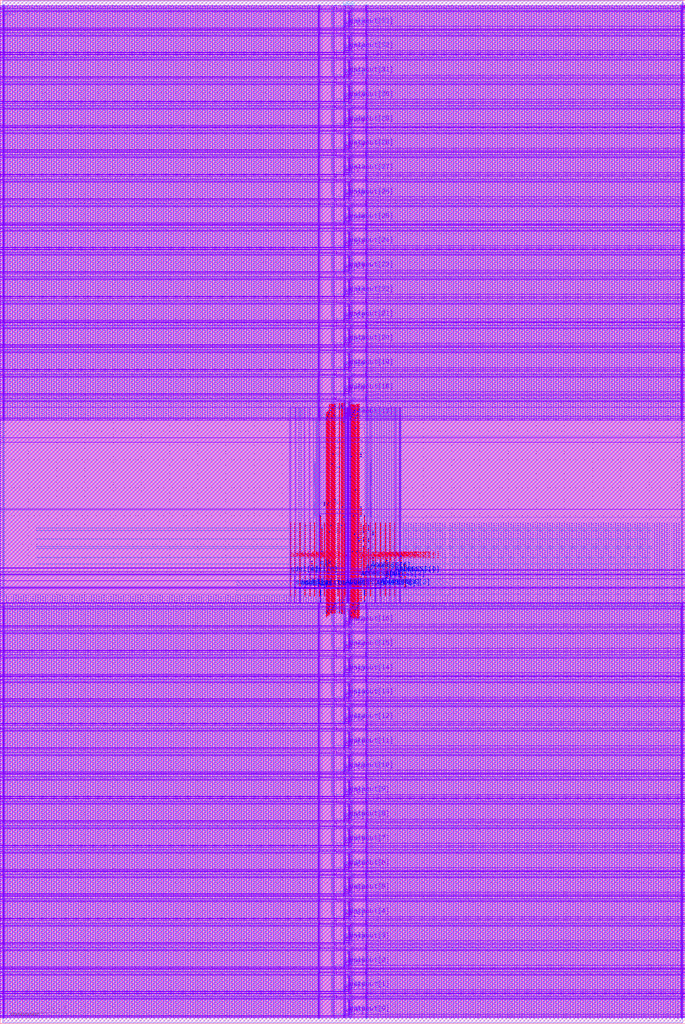
<source format=lef>
VERSION 5.8 ;
BUSBITCHARS "[]" ; 
DIVIDERCHAR "/" ; 


PROPERTYDEFINITIONS 
  MACRO CatenaDesignType STRING ; 
END PROPERTYDEFINITIONS 


MACRO srambank_256x4x34_6t122 
  CLASS BLOCK ; 
  ORIGIN 0 0 ; 
  FOREIGN srambank_256x4x34_6t122 0 0 ; 
  SIZE 121.392 BY 181.44 ; 
  SYMMETRY X Y ; 
  SITE coreSite ; 
  PIN VDD 
    DIRECTION INOUT ; 
    USE POWER ; 
    PORT 
      LAYER M4 ; 
        RECT 0.416 4.688 121.032 4.88 ; 
        RECT 0.416 9.008 121.032 9.2 ; 
        RECT 0.416 13.328 121.032 13.52 ; 
        RECT 0.416 17.648 121.032 17.84 ; 
        RECT 0.416 21.968 121.032 22.16 ; 
        RECT 0.416 26.288 121.032 26.48 ; 
        RECT 0.416 30.608 121.032 30.8 ; 
        RECT 0.416 34.928 121.032 35.12 ; 
        RECT 0.416 39.248 121.032 39.44 ; 
        RECT 0.416 43.568 121.032 43.76 ; 
        RECT 0.416 47.888 121.032 48.08 ; 
        RECT 0.416 52.208 121.032 52.4 ; 
        RECT 0.416 56.528 121.032 56.72 ; 
        RECT 0.416 60.848 121.032 61.04 ; 
        RECT 0.416 65.168 121.032 65.36 ; 
        RECT 0.416 69.488 121.032 69.68 ; 
        RECT 0.416 73.808 121.032 74 ; 
        RECT 0.416 110.636 121.032 110.828 ; 
        RECT 0.416 114.956 121.032 115.148 ; 
        RECT 0.416 119.276 121.032 119.468 ; 
        RECT 0.416 123.596 121.032 123.788 ; 
        RECT 0.416 127.916 121.032 128.108 ; 
        RECT 0.416 132.236 121.032 132.428 ; 
        RECT 0.416 136.556 121.032 136.748 ; 
        RECT 0.416 140.876 121.032 141.068 ; 
        RECT 0.416 145.196 121.032 145.388 ; 
        RECT 0.416 149.516 121.032 149.708 ; 
        RECT 0.416 153.836 121.032 154.028 ; 
        RECT 0.416 158.156 121.032 158.348 ; 
        RECT 0.416 162.476 121.032 162.668 ; 
        RECT 0.416 166.796 121.032 166.988 ; 
        RECT 0.416 171.116 121.032 171.308 ; 
        RECT 0.416 175.436 121.032 175.628 ; 
        RECT 0.416 179.756 121.032 179.948 ; 
      LAYER M3 ; 
        RECT 120.872 0.866 120.944 5.506 ; 
        RECT 64.784 0.868 64.856 5.504 ; 
        RECT 59.168 1.012 59.528 5.474 ; 
        RECT 56.576 0.868 56.648 5.504 ; 
        RECT 0.488 0.866 0.56 5.506 ; 
        RECT 120.872 5.186 120.944 9.826 ; 
        RECT 64.784 5.188 64.856 9.824 ; 
        RECT 59.168 5.332 59.528 9.794 ; 
        RECT 56.576 5.188 56.648 9.824 ; 
        RECT 0.488 5.186 0.56 9.826 ; 
        RECT 120.872 9.506 120.944 14.146 ; 
        RECT 64.784 9.508 64.856 14.144 ; 
        RECT 59.168 9.652 59.528 14.114 ; 
        RECT 56.576 9.508 56.648 14.144 ; 
        RECT 0.488 9.506 0.56 14.146 ; 
        RECT 120.872 13.826 120.944 18.466 ; 
        RECT 64.784 13.828 64.856 18.464 ; 
        RECT 59.168 13.972 59.528 18.434 ; 
        RECT 56.576 13.828 56.648 18.464 ; 
        RECT 0.488 13.826 0.56 18.466 ; 
        RECT 120.872 18.146 120.944 22.786 ; 
        RECT 64.784 18.148 64.856 22.784 ; 
        RECT 59.168 18.292 59.528 22.754 ; 
        RECT 56.576 18.148 56.648 22.784 ; 
        RECT 0.488 18.146 0.56 22.786 ; 
        RECT 120.872 22.466 120.944 27.106 ; 
        RECT 64.784 22.468 64.856 27.104 ; 
        RECT 59.168 22.612 59.528 27.074 ; 
        RECT 56.576 22.468 56.648 27.104 ; 
        RECT 0.488 22.466 0.56 27.106 ; 
        RECT 120.872 26.786 120.944 31.426 ; 
        RECT 64.784 26.788 64.856 31.424 ; 
        RECT 59.168 26.932 59.528 31.394 ; 
        RECT 56.576 26.788 56.648 31.424 ; 
        RECT 0.488 26.786 0.56 31.426 ; 
        RECT 120.872 31.106 120.944 35.746 ; 
        RECT 64.784 31.108 64.856 35.744 ; 
        RECT 59.168 31.252 59.528 35.714 ; 
        RECT 56.576 31.108 56.648 35.744 ; 
        RECT 0.488 31.106 0.56 35.746 ; 
        RECT 120.872 35.426 120.944 40.066 ; 
        RECT 64.784 35.428 64.856 40.064 ; 
        RECT 59.168 35.572 59.528 40.034 ; 
        RECT 56.576 35.428 56.648 40.064 ; 
        RECT 0.488 35.426 0.56 40.066 ; 
        RECT 120.872 39.746 120.944 44.386 ; 
        RECT 64.784 39.748 64.856 44.384 ; 
        RECT 59.168 39.892 59.528 44.354 ; 
        RECT 56.576 39.748 56.648 44.384 ; 
        RECT 0.488 39.746 0.56 44.386 ; 
        RECT 120.872 44.066 120.944 48.706 ; 
        RECT 64.784 44.068 64.856 48.704 ; 
        RECT 59.168 44.212 59.528 48.674 ; 
        RECT 56.576 44.068 56.648 48.704 ; 
        RECT 0.488 44.066 0.56 48.706 ; 
        RECT 120.872 48.386 120.944 53.026 ; 
        RECT 64.784 48.388 64.856 53.024 ; 
        RECT 59.168 48.532 59.528 52.994 ; 
        RECT 56.576 48.388 56.648 53.024 ; 
        RECT 0.488 48.386 0.56 53.026 ; 
        RECT 120.872 52.706 120.944 57.346 ; 
        RECT 64.784 52.708 64.856 57.344 ; 
        RECT 59.168 52.852 59.528 57.314 ; 
        RECT 56.576 52.708 56.648 57.344 ; 
        RECT 0.488 52.706 0.56 57.346 ; 
        RECT 120.872 57.026 120.944 61.666 ; 
        RECT 64.784 57.028 64.856 61.664 ; 
        RECT 59.168 57.172 59.528 61.634 ; 
        RECT 56.576 57.028 56.648 61.664 ; 
        RECT 0.488 57.026 0.56 61.666 ; 
        RECT 120.872 61.346 120.944 65.986 ; 
        RECT 64.784 61.348 64.856 65.984 ; 
        RECT 59.168 61.492 59.528 65.954 ; 
        RECT 56.576 61.348 56.648 65.984 ; 
        RECT 0.488 61.346 0.56 65.986 ; 
        RECT 120.872 65.666 120.944 70.306 ; 
        RECT 64.784 65.668 64.856 70.304 ; 
        RECT 59.168 65.812 59.528 70.274 ; 
        RECT 56.576 65.668 56.648 70.304 ; 
        RECT 0.488 65.666 0.56 70.306 ; 
        RECT 120.872 69.986 120.944 74.626 ; 
        RECT 64.784 69.988 64.856 74.624 ; 
        RECT 59.168 70.132 59.528 74.594 ; 
        RECT 56.576 69.988 56.648 74.624 ; 
        RECT 0.488 69.986 0.56 74.626 ; 
        RECT 56.196 89.78 56.268 114.034 ; 
        RECT 120.872 106.814 120.944 111.454 ; 
        RECT 64.784 106.816 64.856 111.452 ; 
        RECT 59.168 106.96 59.528 111.422 ; 
        RECT 56.576 106.816 56.648 111.452 ; 
        RECT 0.488 106.814 0.56 111.454 ; 
        RECT 120.872 111.134 120.944 115.774 ; 
        RECT 64.784 111.136 64.856 115.772 ; 
        RECT 59.168 111.28 59.528 115.742 ; 
        RECT 56.576 111.136 56.648 115.772 ; 
        RECT 0.488 111.134 0.56 115.774 ; 
        RECT 120.872 115.454 120.944 120.094 ; 
        RECT 64.784 115.456 64.856 120.092 ; 
        RECT 59.168 115.6 59.528 120.062 ; 
        RECT 56.576 115.456 56.648 120.092 ; 
        RECT 0.488 115.454 0.56 120.094 ; 
        RECT 120.872 119.774 120.944 124.414 ; 
        RECT 64.784 119.776 64.856 124.412 ; 
        RECT 59.168 119.92 59.528 124.382 ; 
        RECT 56.576 119.776 56.648 124.412 ; 
        RECT 0.488 119.774 0.56 124.414 ; 
        RECT 120.872 124.094 120.944 128.734 ; 
        RECT 64.784 124.096 64.856 128.732 ; 
        RECT 59.168 124.24 59.528 128.702 ; 
        RECT 56.576 124.096 56.648 128.732 ; 
        RECT 0.488 124.094 0.56 128.734 ; 
        RECT 120.872 128.414 120.944 133.054 ; 
        RECT 64.784 128.416 64.856 133.052 ; 
        RECT 59.168 128.56 59.528 133.022 ; 
        RECT 56.576 128.416 56.648 133.052 ; 
        RECT 0.488 128.414 0.56 133.054 ; 
        RECT 120.872 132.734 120.944 137.374 ; 
        RECT 64.784 132.736 64.856 137.372 ; 
        RECT 59.168 132.88 59.528 137.342 ; 
        RECT 56.576 132.736 56.648 137.372 ; 
        RECT 0.488 132.734 0.56 137.374 ; 
        RECT 120.872 137.054 120.944 141.694 ; 
        RECT 64.784 137.056 64.856 141.692 ; 
        RECT 59.168 137.2 59.528 141.662 ; 
        RECT 56.576 137.056 56.648 141.692 ; 
        RECT 0.488 137.054 0.56 141.694 ; 
        RECT 120.872 141.374 120.944 146.014 ; 
        RECT 64.784 141.376 64.856 146.012 ; 
        RECT 59.168 141.52 59.528 145.982 ; 
        RECT 56.576 141.376 56.648 146.012 ; 
        RECT 0.488 141.374 0.56 146.014 ; 
        RECT 120.872 145.694 120.944 150.334 ; 
        RECT 64.784 145.696 64.856 150.332 ; 
        RECT 59.168 145.84 59.528 150.302 ; 
        RECT 56.576 145.696 56.648 150.332 ; 
        RECT 0.488 145.694 0.56 150.334 ; 
        RECT 120.872 150.014 120.944 154.654 ; 
        RECT 64.784 150.016 64.856 154.652 ; 
        RECT 59.168 150.16 59.528 154.622 ; 
        RECT 56.576 150.016 56.648 154.652 ; 
        RECT 0.488 150.014 0.56 154.654 ; 
        RECT 120.872 154.334 120.944 158.974 ; 
        RECT 64.784 154.336 64.856 158.972 ; 
        RECT 59.168 154.48 59.528 158.942 ; 
        RECT 56.576 154.336 56.648 158.972 ; 
        RECT 0.488 154.334 0.56 158.974 ; 
        RECT 120.872 158.654 120.944 163.294 ; 
        RECT 64.784 158.656 64.856 163.292 ; 
        RECT 59.168 158.8 59.528 163.262 ; 
        RECT 56.576 158.656 56.648 163.292 ; 
        RECT 0.488 158.654 0.56 163.294 ; 
        RECT 120.872 162.974 120.944 167.614 ; 
        RECT 64.784 162.976 64.856 167.612 ; 
        RECT 59.168 163.12 59.528 167.582 ; 
        RECT 56.576 162.976 56.648 167.612 ; 
        RECT 0.488 162.974 0.56 167.614 ; 
        RECT 120.872 167.294 120.944 171.934 ; 
        RECT 64.784 167.296 64.856 171.932 ; 
        RECT 59.168 167.44 59.528 171.902 ; 
        RECT 56.576 167.296 56.648 171.932 ; 
        RECT 0.488 167.294 0.56 171.934 ; 
        RECT 120.872 171.614 120.944 176.254 ; 
        RECT 64.784 171.616 64.856 176.252 ; 
        RECT 59.168 171.76 59.528 176.222 ; 
        RECT 56.576 171.616 56.648 176.252 ; 
        RECT 0.488 171.614 0.56 176.254 ; 
        RECT 120.872 175.934 120.944 180.574 ; 
        RECT 64.784 175.936 64.856 180.572 ; 
        RECT 59.168 176.08 59.528 180.542 ; 
        RECT 56.576 175.936 56.648 180.572 ; 
        RECT 0.488 175.934 0.56 180.574 ; 
      LAYER V3 ; 
        RECT 0.488 4.688 0.56 4.88 ; 
        RECT 56.576 4.688 56.648 4.88 ; 
        RECT 59.168 4.688 59.528 4.88 ; 
        RECT 64.784 4.688 64.856 4.88 ; 
        RECT 120.872 4.688 120.944 4.88 ; 
        RECT 0.488 9.008 0.56 9.2 ; 
        RECT 56.576 9.008 56.648 9.2 ; 
        RECT 59.168 9.008 59.528 9.2 ; 
        RECT 64.784 9.008 64.856 9.2 ; 
        RECT 120.872 9.008 120.944 9.2 ; 
        RECT 0.488 13.328 0.56 13.52 ; 
        RECT 56.576 13.328 56.648 13.52 ; 
        RECT 59.168 13.328 59.528 13.52 ; 
        RECT 64.784 13.328 64.856 13.52 ; 
        RECT 120.872 13.328 120.944 13.52 ; 
        RECT 0.488 17.648 0.56 17.84 ; 
        RECT 56.576 17.648 56.648 17.84 ; 
        RECT 59.168 17.648 59.528 17.84 ; 
        RECT 64.784 17.648 64.856 17.84 ; 
        RECT 120.872 17.648 120.944 17.84 ; 
        RECT 0.488 21.968 0.56 22.16 ; 
        RECT 56.576 21.968 56.648 22.16 ; 
        RECT 59.168 21.968 59.528 22.16 ; 
        RECT 64.784 21.968 64.856 22.16 ; 
        RECT 120.872 21.968 120.944 22.16 ; 
        RECT 0.488 26.288 0.56 26.48 ; 
        RECT 56.576 26.288 56.648 26.48 ; 
        RECT 59.168 26.288 59.528 26.48 ; 
        RECT 64.784 26.288 64.856 26.48 ; 
        RECT 120.872 26.288 120.944 26.48 ; 
        RECT 0.488 30.608 0.56 30.8 ; 
        RECT 56.576 30.608 56.648 30.8 ; 
        RECT 59.168 30.608 59.528 30.8 ; 
        RECT 64.784 30.608 64.856 30.8 ; 
        RECT 120.872 30.608 120.944 30.8 ; 
        RECT 0.488 34.928 0.56 35.12 ; 
        RECT 56.576 34.928 56.648 35.12 ; 
        RECT 59.168 34.928 59.528 35.12 ; 
        RECT 64.784 34.928 64.856 35.12 ; 
        RECT 120.872 34.928 120.944 35.12 ; 
        RECT 0.488 39.248 0.56 39.44 ; 
        RECT 56.576 39.248 56.648 39.44 ; 
        RECT 59.168 39.248 59.528 39.44 ; 
        RECT 64.784 39.248 64.856 39.44 ; 
        RECT 120.872 39.248 120.944 39.44 ; 
        RECT 0.488 43.568 0.56 43.76 ; 
        RECT 56.576 43.568 56.648 43.76 ; 
        RECT 59.168 43.568 59.528 43.76 ; 
        RECT 64.784 43.568 64.856 43.76 ; 
        RECT 120.872 43.568 120.944 43.76 ; 
        RECT 0.488 47.888 0.56 48.08 ; 
        RECT 56.576 47.888 56.648 48.08 ; 
        RECT 59.168 47.888 59.528 48.08 ; 
        RECT 64.784 47.888 64.856 48.08 ; 
        RECT 120.872 47.888 120.944 48.08 ; 
        RECT 0.488 52.208 0.56 52.4 ; 
        RECT 56.576 52.208 56.648 52.4 ; 
        RECT 59.168 52.208 59.528 52.4 ; 
        RECT 64.784 52.208 64.856 52.4 ; 
        RECT 120.872 52.208 120.944 52.4 ; 
        RECT 0.488 56.528 0.56 56.72 ; 
        RECT 56.576 56.528 56.648 56.72 ; 
        RECT 59.168 56.528 59.528 56.72 ; 
        RECT 64.784 56.528 64.856 56.72 ; 
        RECT 120.872 56.528 120.944 56.72 ; 
        RECT 0.488 60.848 0.56 61.04 ; 
        RECT 56.576 60.848 56.648 61.04 ; 
        RECT 59.168 60.848 59.528 61.04 ; 
        RECT 64.784 60.848 64.856 61.04 ; 
        RECT 120.872 60.848 120.944 61.04 ; 
        RECT 0.488 65.168 0.56 65.36 ; 
        RECT 56.576 65.168 56.648 65.36 ; 
        RECT 59.168 65.168 59.528 65.36 ; 
        RECT 64.784 65.168 64.856 65.36 ; 
        RECT 120.872 65.168 120.944 65.36 ; 
        RECT 0.488 69.488 0.56 69.68 ; 
        RECT 56.576 69.488 56.648 69.68 ; 
        RECT 59.168 69.488 59.528 69.68 ; 
        RECT 64.784 69.488 64.856 69.68 ; 
        RECT 120.872 69.488 120.944 69.68 ; 
        RECT 0.488 73.808 0.56 74 ; 
        RECT 56.576 73.808 56.648 74 ; 
        RECT 59.168 73.808 59.528 74 ; 
        RECT 64.784 73.808 64.856 74 ; 
        RECT 120.872 73.808 120.944 74 ; 
        RECT 0.488 110.636 0.56 110.828 ; 
        RECT 56.576 110.636 56.648 110.828 ; 
        RECT 59.168 110.636 59.528 110.828 ; 
        RECT 64.784 110.636 64.856 110.828 ; 
        RECT 120.872 110.636 120.944 110.828 ; 
        RECT 0.488 114.956 0.56 115.148 ; 
        RECT 56.576 114.956 56.648 115.148 ; 
        RECT 59.168 114.956 59.528 115.148 ; 
        RECT 64.784 114.956 64.856 115.148 ; 
        RECT 120.872 114.956 120.944 115.148 ; 
        RECT 0.488 119.276 0.56 119.468 ; 
        RECT 56.576 119.276 56.648 119.468 ; 
        RECT 59.168 119.276 59.528 119.468 ; 
        RECT 64.784 119.276 64.856 119.468 ; 
        RECT 120.872 119.276 120.944 119.468 ; 
        RECT 0.488 123.596 0.56 123.788 ; 
        RECT 56.576 123.596 56.648 123.788 ; 
        RECT 59.168 123.596 59.528 123.788 ; 
        RECT 64.784 123.596 64.856 123.788 ; 
        RECT 120.872 123.596 120.944 123.788 ; 
        RECT 0.488 127.916 0.56 128.108 ; 
        RECT 56.576 127.916 56.648 128.108 ; 
        RECT 59.168 127.916 59.528 128.108 ; 
        RECT 64.784 127.916 64.856 128.108 ; 
        RECT 120.872 127.916 120.944 128.108 ; 
        RECT 0.488 132.236 0.56 132.428 ; 
        RECT 56.576 132.236 56.648 132.428 ; 
        RECT 59.168 132.236 59.528 132.428 ; 
        RECT 64.784 132.236 64.856 132.428 ; 
        RECT 120.872 132.236 120.944 132.428 ; 
        RECT 0.488 136.556 0.56 136.748 ; 
        RECT 56.576 136.556 56.648 136.748 ; 
        RECT 59.168 136.556 59.528 136.748 ; 
        RECT 64.784 136.556 64.856 136.748 ; 
        RECT 120.872 136.556 120.944 136.748 ; 
        RECT 0.488 140.876 0.56 141.068 ; 
        RECT 56.576 140.876 56.648 141.068 ; 
        RECT 59.168 140.876 59.528 141.068 ; 
        RECT 64.784 140.876 64.856 141.068 ; 
        RECT 120.872 140.876 120.944 141.068 ; 
        RECT 0.488 145.196 0.56 145.388 ; 
        RECT 56.576 145.196 56.648 145.388 ; 
        RECT 59.168 145.196 59.528 145.388 ; 
        RECT 64.784 145.196 64.856 145.388 ; 
        RECT 120.872 145.196 120.944 145.388 ; 
        RECT 0.488 149.516 0.56 149.708 ; 
        RECT 56.576 149.516 56.648 149.708 ; 
        RECT 59.168 149.516 59.528 149.708 ; 
        RECT 64.784 149.516 64.856 149.708 ; 
        RECT 120.872 149.516 120.944 149.708 ; 
        RECT 0.488 153.836 0.56 154.028 ; 
        RECT 56.576 153.836 56.648 154.028 ; 
        RECT 59.168 153.836 59.528 154.028 ; 
        RECT 64.784 153.836 64.856 154.028 ; 
        RECT 120.872 153.836 120.944 154.028 ; 
        RECT 0.488 158.156 0.56 158.348 ; 
        RECT 56.576 158.156 56.648 158.348 ; 
        RECT 59.168 158.156 59.528 158.348 ; 
        RECT 64.784 158.156 64.856 158.348 ; 
        RECT 120.872 158.156 120.944 158.348 ; 
        RECT 0.488 162.476 0.56 162.668 ; 
        RECT 56.576 162.476 56.648 162.668 ; 
        RECT 59.168 162.476 59.528 162.668 ; 
        RECT 64.784 162.476 64.856 162.668 ; 
        RECT 120.872 162.476 120.944 162.668 ; 
        RECT 0.488 166.796 0.56 166.988 ; 
        RECT 56.576 166.796 56.648 166.988 ; 
        RECT 59.168 166.796 59.528 166.988 ; 
        RECT 64.784 166.796 64.856 166.988 ; 
        RECT 120.872 166.796 120.944 166.988 ; 
        RECT 0.488 171.116 0.56 171.308 ; 
        RECT 56.576 171.116 56.648 171.308 ; 
        RECT 59.168 171.116 59.528 171.308 ; 
        RECT 64.784 171.116 64.856 171.308 ; 
        RECT 120.872 171.116 120.944 171.308 ; 
        RECT 0.488 175.436 0.56 175.628 ; 
        RECT 56.576 175.436 56.648 175.628 ; 
        RECT 59.168 175.436 59.528 175.628 ; 
        RECT 64.784 175.436 64.856 175.628 ; 
        RECT 120.872 175.436 120.944 175.628 ; 
        RECT 0.488 179.756 0.56 179.948 ; 
        RECT 56.576 179.756 56.648 179.948 ; 
        RECT 59.168 179.756 59.528 179.948 ; 
        RECT 64.784 179.756 64.856 179.948 ; 
        RECT 120.872 179.756 120.944 179.948 ; 
    END 
  END VDD 
  PIN VSS 
    DIRECTION INOUT ; 
    USE POWER ; 
    PORT 
      LAYER M4 ; 
        RECT 0.416 4.304 121.032 4.496 ; 
        RECT 0.416 8.624 121.032 8.816 ; 
        RECT 0.416 12.944 121.032 13.136 ; 
        RECT 0.416 17.264 121.032 17.456 ; 
        RECT 0.416 21.584 121.032 21.776 ; 
        RECT 0.416 25.904 121.032 26.096 ; 
        RECT 0.416 30.224 121.032 30.416 ; 
        RECT 0.416 34.544 121.032 34.736 ; 
        RECT 0.416 38.864 121.032 39.056 ; 
        RECT 0.416 43.184 121.032 43.376 ; 
        RECT 0.416 47.504 121.032 47.696 ; 
        RECT 0.416 51.824 121.032 52.016 ; 
        RECT 0.416 56.144 121.032 56.336 ; 
        RECT 0.416 60.464 121.032 60.656 ; 
        RECT 0.416 64.784 121.032 64.976 ; 
        RECT 0.416 69.104 121.032 69.296 ; 
        RECT 0.416 73.424 121.032 73.616 ; 
        RECT 41.904 77.686 79.488 78.55 ; 
        RECT 57.24 90.358 64.152 91.222 ; 
        RECT 57.24 103.03 64.152 103.894 ; 
        RECT 0.416 110.252 121.032 110.444 ; 
        RECT 0.416 114.572 121.032 114.764 ; 
        RECT 0.416 118.892 121.032 119.084 ; 
        RECT 0.416 123.212 121.032 123.404 ; 
        RECT 0.416 127.532 121.032 127.724 ; 
        RECT 0.416 131.852 121.032 132.044 ; 
        RECT 0.416 136.172 121.032 136.364 ; 
        RECT 0.416 140.492 121.032 140.684 ; 
        RECT 0.416 144.812 121.032 145.004 ; 
        RECT 0.416 149.132 121.032 149.324 ; 
        RECT 0.416 153.452 121.032 153.644 ; 
        RECT 0.416 157.772 121.032 157.964 ; 
        RECT 0.416 162.092 121.032 162.284 ; 
        RECT 0.416 166.412 121.032 166.604 ; 
        RECT 0.416 170.732 121.032 170.924 ; 
        RECT 0.416 175.052 121.032 175.244 ; 
        RECT 0.416 179.372 121.032 179.564 ; 
      LAYER M3 ; 
        RECT 120.728 0.866 120.8 5.506 ; 
        RECT 65 0.866 65.072 5.506 ; 
        RECT 61.94 1.012 62.084 5.47 ; 
        RECT 61.04 1.012 61.148 5.47 ; 
        RECT 56.36 0.866 56.432 5.506 ; 
        RECT 0.632 0.866 0.704 5.506 ; 
        RECT 120.728 5.186 120.8 9.826 ; 
        RECT 65 5.186 65.072 9.826 ; 
        RECT 61.94 5.332 62.084 9.79 ; 
        RECT 61.04 5.332 61.148 9.79 ; 
        RECT 56.36 5.186 56.432 9.826 ; 
        RECT 0.632 5.186 0.704 9.826 ; 
        RECT 120.728 9.506 120.8 14.146 ; 
        RECT 65 9.506 65.072 14.146 ; 
        RECT 61.94 9.652 62.084 14.11 ; 
        RECT 61.04 9.652 61.148 14.11 ; 
        RECT 56.36 9.506 56.432 14.146 ; 
        RECT 0.632 9.506 0.704 14.146 ; 
        RECT 120.728 13.826 120.8 18.466 ; 
        RECT 65 13.826 65.072 18.466 ; 
        RECT 61.94 13.972 62.084 18.43 ; 
        RECT 61.04 13.972 61.148 18.43 ; 
        RECT 56.36 13.826 56.432 18.466 ; 
        RECT 0.632 13.826 0.704 18.466 ; 
        RECT 120.728 18.146 120.8 22.786 ; 
        RECT 65 18.146 65.072 22.786 ; 
        RECT 61.94 18.292 62.084 22.75 ; 
        RECT 61.04 18.292 61.148 22.75 ; 
        RECT 56.36 18.146 56.432 22.786 ; 
        RECT 0.632 18.146 0.704 22.786 ; 
        RECT 120.728 22.466 120.8 27.106 ; 
        RECT 65 22.466 65.072 27.106 ; 
        RECT 61.94 22.612 62.084 27.07 ; 
        RECT 61.04 22.612 61.148 27.07 ; 
        RECT 56.36 22.466 56.432 27.106 ; 
        RECT 0.632 22.466 0.704 27.106 ; 
        RECT 120.728 26.786 120.8 31.426 ; 
        RECT 65 26.786 65.072 31.426 ; 
        RECT 61.94 26.932 62.084 31.39 ; 
        RECT 61.04 26.932 61.148 31.39 ; 
        RECT 56.36 26.786 56.432 31.426 ; 
        RECT 0.632 26.786 0.704 31.426 ; 
        RECT 120.728 31.106 120.8 35.746 ; 
        RECT 65 31.106 65.072 35.746 ; 
        RECT 61.94 31.252 62.084 35.71 ; 
        RECT 61.04 31.252 61.148 35.71 ; 
        RECT 56.36 31.106 56.432 35.746 ; 
        RECT 0.632 31.106 0.704 35.746 ; 
        RECT 120.728 35.426 120.8 40.066 ; 
        RECT 65 35.426 65.072 40.066 ; 
        RECT 61.94 35.572 62.084 40.03 ; 
        RECT 61.04 35.572 61.148 40.03 ; 
        RECT 56.36 35.426 56.432 40.066 ; 
        RECT 0.632 35.426 0.704 40.066 ; 
        RECT 120.728 39.746 120.8 44.386 ; 
        RECT 65 39.746 65.072 44.386 ; 
        RECT 61.94 39.892 62.084 44.35 ; 
        RECT 61.04 39.892 61.148 44.35 ; 
        RECT 56.36 39.746 56.432 44.386 ; 
        RECT 0.632 39.746 0.704 44.386 ; 
        RECT 120.728 44.066 120.8 48.706 ; 
        RECT 65 44.066 65.072 48.706 ; 
        RECT 61.94 44.212 62.084 48.67 ; 
        RECT 61.04 44.212 61.148 48.67 ; 
        RECT 56.36 44.066 56.432 48.706 ; 
        RECT 0.632 44.066 0.704 48.706 ; 
        RECT 120.728 48.386 120.8 53.026 ; 
        RECT 65 48.386 65.072 53.026 ; 
        RECT 61.94 48.532 62.084 52.99 ; 
        RECT 61.04 48.532 61.148 52.99 ; 
        RECT 56.36 48.386 56.432 53.026 ; 
        RECT 0.632 48.386 0.704 53.026 ; 
        RECT 120.728 52.706 120.8 57.346 ; 
        RECT 65 52.706 65.072 57.346 ; 
        RECT 61.94 52.852 62.084 57.31 ; 
        RECT 61.04 52.852 61.148 57.31 ; 
        RECT 56.36 52.706 56.432 57.346 ; 
        RECT 0.632 52.706 0.704 57.346 ; 
        RECT 120.728 57.026 120.8 61.666 ; 
        RECT 65 57.026 65.072 61.666 ; 
        RECT 61.94 57.172 62.084 61.63 ; 
        RECT 61.04 57.172 61.148 61.63 ; 
        RECT 56.36 57.026 56.432 61.666 ; 
        RECT 0.632 57.026 0.704 61.666 ; 
        RECT 120.728 61.346 120.8 65.986 ; 
        RECT 65 61.346 65.072 65.986 ; 
        RECT 61.94 61.492 62.084 65.95 ; 
        RECT 61.04 61.492 61.148 65.95 ; 
        RECT 56.36 61.346 56.432 65.986 ; 
        RECT 0.632 61.346 0.704 65.986 ; 
        RECT 120.728 65.666 120.8 70.306 ; 
        RECT 65 65.666 65.072 70.306 ; 
        RECT 61.94 65.812 62.084 70.27 ; 
        RECT 61.04 65.812 61.148 70.27 ; 
        RECT 56.36 65.666 56.432 70.306 ; 
        RECT 0.632 65.666 0.704 70.306 ; 
        RECT 120.728 69.986 120.8 74.626 ; 
        RECT 65 69.986 65.072 74.626 ; 
        RECT 61.94 70.132 62.084 74.59 ; 
        RECT 61.04 70.132 61.148 74.59 ; 
        RECT 56.36 69.986 56.432 74.626 ; 
        RECT 0.632 69.986 0.704 74.626 ; 
        RECT 64.98 74.508 65.052 107.336 ; 
        RECT 61.164 75.402 62.1 106.134 ; 
        RECT 56.34 74.508 56.412 114.034 ; 
        RECT 120.728 106.814 120.8 111.454 ; 
        RECT 65 106.814 65.072 111.454 ; 
        RECT 61.94 106.96 62.084 111.418 ; 
        RECT 61.04 106.96 61.148 111.418 ; 
        RECT 56.36 106.814 56.432 111.454 ; 
        RECT 0.632 106.814 0.704 111.454 ; 
        RECT 120.728 111.134 120.8 115.774 ; 
        RECT 65 111.134 65.072 115.774 ; 
        RECT 61.94 111.28 62.084 115.738 ; 
        RECT 61.04 111.28 61.148 115.738 ; 
        RECT 56.36 111.134 56.432 115.774 ; 
        RECT 0.632 111.134 0.704 115.774 ; 
        RECT 120.728 115.454 120.8 120.094 ; 
        RECT 65 115.454 65.072 120.094 ; 
        RECT 61.94 115.6 62.084 120.058 ; 
        RECT 61.04 115.6 61.148 120.058 ; 
        RECT 56.36 115.454 56.432 120.094 ; 
        RECT 0.632 115.454 0.704 120.094 ; 
        RECT 120.728 119.774 120.8 124.414 ; 
        RECT 65 119.774 65.072 124.414 ; 
        RECT 61.94 119.92 62.084 124.378 ; 
        RECT 61.04 119.92 61.148 124.378 ; 
        RECT 56.36 119.774 56.432 124.414 ; 
        RECT 0.632 119.774 0.704 124.414 ; 
        RECT 120.728 124.094 120.8 128.734 ; 
        RECT 65 124.094 65.072 128.734 ; 
        RECT 61.94 124.24 62.084 128.698 ; 
        RECT 61.04 124.24 61.148 128.698 ; 
        RECT 56.36 124.094 56.432 128.734 ; 
        RECT 0.632 124.094 0.704 128.734 ; 
        RECT 120.728 128.414 120.8 133.054 ; 
        RECT 65 128.414 65.072 133.054 ; 
        RECT 61.94 128.56 62.084 133.018 ; 
        RECT 61.04 128.56 61.148 133.018 ; 
        RECT 56.36 128.414 56.432 133.054 ; 
        RECT 0.632 128.414 0.704 133.054 ; 
        RECT 120.728 132.734 120.8 137.374 ; 
        RECT 65 132.734 65.072 137.374 ; 
        RECT 61.94 132.88 62.084 137.338 ; 
        RECT 61.04 132.88 61.148 137.338 ; 
        RECT 56.36 132.734 56.432 137.374 ; 
        RECT 0.632 132.734 0.704 137.374 ; 
        RECT 120.728 137.054 120.8 141.694 ; 
        RECT 65 137.054 65.072 141.694 ; 
        RECT 61.94 137.2 62.084 141.658 ; 
        RECT 61.04 137.2 61.148 141.658 ; 
        RECT 56.36 137.054 56.432 141.694 ; 
        RECT 0.632 137.054 0.704 141.694 ; 
        RECT 120.728 141.374 120.8 146.014 ; 
        RECT 65 141.374 65.072 146.014 ; 
        RECT 61.94 141.52 62.084 145.978 ; 
        RECT 61.04 141.52 61.148 145.978 ; 
        RECT 56.36 141.374 56.432 146.014 ; 
        RECT 0.632 141.374 0.704 146.014 ; 
        RECT 120.728 145.694 120.8 150.334 ; 
        RECT 65 145.694 65.072 150.334 ; 
        RECT 61.94 145.84 62.084 150.298 ; 
        RECT 61.04 145.84 61.148 150.298 ; 
        RECT 56.36 145.694 56.432 150.334 ; 
        RECT 0.632 145.694 0.704 150.334 ; 
        RECT 120.728 150.014 120.8 154.654 ; 
        RECT 65 150.014 65.072 154.654 ; 
        RECT 61.94 150.16 62.084 154.618 ; 
        RECT 61.04 150.16 61.148 154.618 ; 
        RECT 56.36 150.014 56.432 154.654 ; 
        RECT 0.632 150.014 0.704 154.654 ; 
        RECT 120.728 154.334 120.8 158.974 ; 
        RECT 65 154.334 65.072 158.974 ; 
        RECT 61.94 154.48 62.084 158.938 ; 
        RECT 61.04 154.48 61.148 158.938 ; 
        RECT 56.36 154.334 56.432 158.974 ; 
        RECT 0.632 154.334 0.704 158.974 ; 
        RECT 120.728 158.654 120.8 163.294 ; 
        RECT 65 158.654 65.072 163.294 ; 
        RECT 61.94 158.8 62.084 163.258 ; 
        RECT 61.04 158.8 61.148 163.258 ; 
        RECT 56.36 158.654 56.432 163.294 ; 
        RECT 0.632 158.654 0.704 163.294 ; 
        RECT 120.728 162.974 120.8 167.614 ; 
        RECT 65 162.974 65.072 167.614 ; 
        RECT 61.94 163.12 62.084 167.578 ; 
        RECT 61.04 163.12 61.148 167.578 ; 
        RECT 56.36 162.974 56.432 167.614 ; 
        RECT 0.632 162.974 0.704 167.614 ; 
        RECT 120.728 167.294 120.8 171.934 ; 
        RECT 65 167.294 65.072 171.934 ; 
        RECT 61.94 167.44 62.084 171.898 ; 
        RECT 61.04 167.44 61.148 171.898 ; 
        RECT 56.36 167.294 56.432 171.934 ; 
        RECT 0.632 167.294 0.704 171.934 ; 
        RECT 120.728 171.614 120.8 176.254 ; 
        RECT 65 171.614 65.072 176.254 ; 
        RECT 61.94 171.76 62.084 176.218 ; 
        RECT 61.04 171.76 61.148 176.218 ; 
        RECT 56.36 171.614 56.432 176.254 ; 
        RECT 0.632 171.614 0.704 176.254 ; 
        RECT 120.728 175.934 120.8 180.574 ; 
        RECT 65 175.934 65.072 180.574 ; 
        RECT 61.94 176.08 62.084 180.538 ; 
        RECT 61.04 176.08 61.148 180.538 ; 
        RECT 56.36 175.934 56.432 180.574 ; 
        RECT 0.632 175.934 0.704 180.574 ; 
      LAYER V3 ; 
        RECT 0.632 4.304 0.704 4.496 ; 
        RECT 56.36 4.304 56.432 4.496 ; 
        RECT 61.04 4.304 61.148 4.496 ; 
        RECT 61.94 4.304 62.084 4.496 ; 
        RECT 65 4.304 65.072 4.496 ; 
        RECT 120.728 4.304 120.8 4.496 ; 
        RECT 0.632 8.624 0.704 8.816 ; 
        RECT 56.36 8.624 56.432 8.816 ; 
        RECT 61.04 8.624 61.148 8.816 ; 
        RECT 61.94 8.624 62.084 8.816 ; 
        RECT 65 8.624 65.072 8.816 ; 
        RECT 120.728 8.624 120.8 8.816 ; 
        RECT 0.632 12.944 0.704 13.136 ; 
        RECT 56.36 12.944 56.432 13.136 ; 
        RECT 61.04 12.944 61.148 13.136 ; 
        RECT 61.94 12.944 62.084 13.136 ; 
        RECT 65 12.944 65.072 13.136 ; 
        RECT 120.728 12.944 120.8 13.136 ; 
        RECT 0.632 17.264 0.704 17.456 ; 
        RECT 56.36 17.264 56.432 17.456 ; 
        RECT 61.04 17.264 61.148 17.456 ; 
        RECT 61.94 17.264 62.084 17.456 ; 
        RECT 65 17.264 65.072 17.456 ; 
        RECT 120.728 17.264 120.8 17.456 ; 
        RECT 0.632 21.584 0.704 21.776 ; 
        RECT 56.36 21.584 56.432 21.776 ; 
        RECT 61.04 21.584 61.148 21.776 ; 
        RECT 61.94 21.584 62.084 21.776 ; 
        RECT 65 21.584 65.072 21.776 ; 
        RECT 120.728 21.584 120.8 21.776 ; 
        RECT 0.632 25.904 0.704 26.096 ; 
        RECT 56.36 25.904 56.432 26.096 ; 
        RECT 61.04 25.904 61.148 26.096 ; 
        RECT 61.94 25.904 62.084 26.096 ; 
        RECT 65 25.904 65.072 26.096 ; 
        RECT 120.728 25.904 120.8 26.096 ; 
        RECT 0.632 30.224 0.704 30.416 ; 
        RECT 56.36 30.224 56.432 30.416 ; 
        RECT 61.04 30.224 61.148 30.416 ; 
        RECT 61.94 30.224 62.084 30.416 ; 
        RECT 65 30.224 65.072 30.416 ; 
        RECT 120.728 30.224 120.8 30.416 ; 
        RECT 0.632 34.544 0.704 34.736 ; 
        RECT 56.36 34.544 56.432 34.736 ; 
        RECT 61.04 34.544 61.148 34.736 ; 
        RECT 61.94 34.544 62.084 34.736 ; 
        RECT 65 34.544 65.072 34.736 ; 
        RECT 120.728 34.544 120.8 34.736 ; 
        RECT 0.632 38.864 0.704 39.056 ; 
        RECT 56.36 38.864 56.432 39.056 ; 
        RECT 61.04 38.864 61.148 39.056 ; 
        RECT 61.94 38.864 62.084 39.056 ; 
        RECT 65 38.864 65.072 39.056 ; 
        RECT 120.728 38.864 120.8 39.056 ; 
        RECT 0.632 43.184 0.704 43.376 ; 
        RECT 56.36 43.184 56.432 43.376 ; 
        RECT 61.04 43.184 61.148 43.376 ; 
        RECT 61.94 43.184 62.084 43.376 ; 
        RECT 65 43.184 65.072 43.376 ; 
        RECT 120.728 43.184 120.8 43.376 ; 
        RECT 0.632 47.504 0.704 47.696 ; 
        RECT 56.36 47.504 56.432 47.696 ; 
        RECT 61.04 47.504 61.148 47.696 ; 
        RECT 61.94 47.504 62.084 47.696 ; 
        RECT 65 47.504 65.072 47.696 ; 
        RECT 120.728 47.504 120.8 47.696 ; 
        RECT 0.632 51.824 0.704 52.016 ; 
        RECT 56.36 51.824 56.432 52.016 ; 
        RECT 61.04 51.824 61.148 52.016 ; 
        RECT 61.94 51.824 62.084 52.016 ; 
        RECT 65 51.824 65.072 52.016 ; 
        RECT 120.728 51.824 120.8 52.016 ; 
        RECT 0.632 56.144 0.704 56.336 ; 
        RECT 56.36 56.144 56.432 56.336 ; 
        RECT 61.04 56.144 61.148 56.336 ; 
        RECT 61.94 56.144 62.084 56.336 ; 
        RECT 65 56.144 65.072 56.336 ; 
        RECT 120.728 56.144 120.8 56.336 ; 
        RECT 0.632 60.464 0.704 60.656 ; 
        RECT 56.36 60.464 56.432 60.656 ; 
        RECT 61.04 60.464 61.148 60.656 ; 
        RECT 61.94 60.464 62.084 60.656 ; 
        RECT 65 60.464 65.072 60.656 ; 
        RECT 120.728 60.464 120.8 60.656 ; 
        RECT 0.632 64.784 0.704 64.976 ; 
        RECT 56.36 64.784 56.432 64.976 ; 
        RECT 61.04 64.784 61.148 64.976 ; 
        RECT 61.94 64.784 62.084 64.976 ; 
        RECT 65 64.784 65.072 64.976 ; 
        RECT 120.728 64.784 120.8 64.976 ; 
        RECT 0.632 69.104 0.704 69.296 ; 
        RECT 56.36 69.104 56.432 69.296 ; 
        RECT 61.04 69.104 61.148 69.296 ; 
        RECT 61.94 69.104 62.084 69.296 ; 
        RECT 65 69.104 65.072 69.296 ; 
        RECT 120.728 69.104 120.8 69.296 ; 
        RECT 0.632 73.424 0.704 73.616 ; 
        RECT 56.36 73.424 56.432 73.616 ; 
        RECT 61.04 73.424 61.148 73.616 ; 
        RECT 61.94 73.424 62.084 73.616 ; 
        RECT 65 73.424 65.072 73.616 ; 
        RECT 120.728 73.424 120.8 73.616 ; 
        RECT 56.34 77.686 56.412 78.55 ; 
        RECT 61.18 103.03 61.252 103.894 ; 
        RECT 61.18 90.358 61.252 91.222 ; 
        RECT 61.18 77.686 61.252 78.55 ; 
        RECT 61.388 103.03 61.46 103.894 ; 
        RECT 61.388 90.358 61.46 91.222 ; 
        RECT 61.388 77.686 61.46 78.55 ; 
        RECT 61.596 103.03 61.668 103.894 ; 
        RECT 61.596 90.358 61.668 91.222 ; 
        RECT 61.596 77.686 61.668 78.55 ; 
        RECT 61.804 103.03 61.876 103.894 ; 
        RECT 61.804 90.358 61.876 91.222 ; 
        RECT 61.804 77.686 61.876 78.55 ; 
        RECT 62.012 103.03 62.084 103.894 ; 
        RECT 62.012 90.358 62.084 91.222 ; 
        RECT 62.012 77.686 62.084 78.55 ; 
        RECT 64.98 77.686 65.052 78.55 ; 
        RECT 0.632 110.252 0.704 110.444 ; 
        RECT 56.36 110.252 56.432 110.444 ; 
        RECT 61.04 110.252 61.148 110.444 ; 
        RECT 61.94 110.252 62.084 110.444 ; 
        RECT 65 110.252 65.072 110.444 ; 
        RECT 120.728 110.252 120.8 110.444 ; 
        RECT 0.632 114.572 0.704 114.764 ; 
        RECT 56.36 114.572 56.432 114.764 ; 
        RECT 61.04 114.572 61.148 114.764 ; 
        RECT 61.94 114.572 62.084 114.764 ; 
        RECT 65 114.572 65.072 114.764 ; 
        RECT 120.728 114.572 120.8 114.764 ; 
        RECT 0.632 118.892 0.704 119.084 ; 
        RECT 56.36 118.892 56.432 119.084 ; 
        RECT 61.04 118.892 61.148 119.084 ; 
        RECT 61.94 118.892 62.084 119.084 ; 
        RECT 65 118.892 65.072 119.084 ; 
        RECT 120.728 118.892 120.8 119.084 ; 
        RECT 0.632 123.212 0.704 123.404 ; 
        RECT 56.36 123.212 56.432 123.404 ; 
        RECT 61.04 123.212 61.148 123.404 ; 
        RECT 61.94 123.212 62.084 123.404 ; 
        RECT 65 123.212 65.072 123.404 ; 
        RECT 120.728 123.212 120.8 123.404 ; 
        RECT 0.632 127.532 0.704 127.724 ; 
        RECT 56.36 127.532 56.432 127.724 ; 
        RECT 61.04 127.532 61.148 127.724 ; 
        RECT 61.94 127.532 62.084 127.724 ; 
        RECT 65 127.532 65.072 127.724 ; 
        RECT 120.728 127.532 120.8 127.724 ; 
        RECT 0.632 131.852 0.704 132.044 ; 
        RECT 56.36 131.852 56.432 132.044 ; 
        RECT 61.04 131.852 61.148 132.044 ; 
        RECT 61.94 131.852 62.084 132.044 ; 
        RECT 65 131.852 65.072 132.044 ; 
        RECT 120.728 131.852 120.8 132.044 ; 
        RECT 0.632 136.172 0.704 136.364 ; 
        RECT 56.36 136.172 56.432 136.364 ; 
        RECT 61.04 136.172 61.148 136.364 ; 
        RECT 61.94 136.172 62.084 136.364 ; 
        RECT 65 136.172 65.072 136.364 ; 
        RECT 120.728 136.172 120.8 136.364 ; 
        RECT 0.632 140.492 0.704 140.684 ; 
        RECT 56.36 140.492 56.432 140.684 ; 
        RECT 61.04 140.492 61.148 140.684 ; 
        RECT 61.94 140.492 62.084 140.684 ; 
        RECT 65 140.492 65.072 140.684 ; 
        RECT 120.728 140.492 120.8 140.684 ; 
        RECT 0.632 144.812 0.704 145.004 ; 
        RECT 56.36 144.812 56.432 145.004 ; 
        RECT 61.04 144.812 61.148 145.004 ; 
        RECT 61.94 144.812 62.084 145.004 ; 
        RECT 65 144.812 65.072 145.004 ; 
        RECT 120.728 144.812 120.8 145.004 ; 
        RECT 0.632 149.132 0.704 149.324 ; 
        RECT 56.36 149.132 56.432 149.324 ; 
        RECT 61.04 149.132 61.148 149.324 ; 
        RECT 61.94 149.132 62.084 149.324 ; 
        RECT 65 149.132 65.072 149.324 ; 
        RECT 120.728 149.132 120.8 149.324 ; 
        RECT 0.632 153.452 0.704 153.644 ; 
        RECT 56.36 153.452 56.432 153.644 ; 
        RECT 61.04 153.452 61.148 153.644 ; 
        RECT 61.94 153.452 62.084 153.644 ; 
        RECT 65 153.452 65.072 153.644 ; 
        RECT 120.728 153.452 120.8 153.644 ; 
        RECT 0.632 157.772 0.704 157.964 ; 
        RECT 56.36 157.772 56.432 157.964 ; 
        RECT 61.04 157.772 61.148 157.964 ; 
        RECT 61.94 157.772 62.084 157.964 ; 
        RECT 65 157.772 65.072 157.964 ; 
        RECT 120.728 157.772 120.8 157.964 ; 
        RECT 0.632 162.092 0.704 162.284 ; 
        RECT 56.36 162.092 56.432 162.284 ; 
        RECT 61.04 162.092 61.148 162.284 ; 
        RECT 61.94 162.092 62.084 162.284 ; 
        RECT 65 162.092 65.072 162.284 ; 
        RECT 120.728 162.092 120.8 162.284 ; 
        RECT 0.632 166.412 0.704 166.604 ; 
        RECT 56.36 166.412 56.432 166.604 ; 
        RECT 61.04 166.412 61.148 166.604 ; 
        RECT 61.94 166.412 62.084 166.604 ; 
        RECT 65 166.412 65.072 166.604 ; 
        RECT 120.728 166.412 120.8 166.604 ; 
        RECT 0.632 170.732 0.704 170.924 ; 
        RECT 56.36 170.732 56.432 170.924 ; 
        RECT 61.04 170.732 61.148 170.924 ; 
        RECT 61.94 170.732 62.084 170.924 ; 
        RECT 65 170.732 65.072 170.924 ; 
        RECT 120.728 170.732 120.8 170.924 ; 
        RECT 0.632 175.052 0.704 175.244 ; 
        RECT 56.36 175.052 56.432 175.244 ; 
        RECT 61.04 175.052 61.148 175.244 ; 
        RECT 61.94 175.052 62.084 175.244 ; 
        RECT 65 175.052 65.072 175.244 ; 
        RECT 120.728 175.052 120.8 175.244 ; 
        RECT 0.632 179.372 0.704 179.564 ; 
        RECT 56.36 179.372 56.432 179.564 ; 
        RECT 61.04 179.372 61.148 179.564 ; 
        RECT 61.94 179.372 62.084 179.564 ; 
        RECT 65 179.372 65.072 179.564 ; 
        RECT 120.728 179.372 120.8 179.564 ; 
    END 
  END VSS 
  PIN ADDRESS[0] 
    DIRECTION INPUT ; 
    USE SIGNAL ; 
    PORT 
      LAYER M3 ; 
        RECT 70.812 79.574 70.884 79.722 ; 
      LAYER M4 ; 
        RECT 70.604 79.606 70.94 79.702 ; 
      LAYER M5 ; 
        RECT 70.8 75.802 70.896 88.762 ; 
      LAYER V3 ; 
        RECT 70.812 79.606 70.884 79.702 ; 
      LAYER V4 ; 
        RECT 70.8 79.606 70.896 79.702 ; 
    END 
  END ADDRESS[0] 
  PIN ADDRESS[1] 
    DIRECTION INPUT ; 
    USE SIGNAL ; 
    PORT 
      LAYER M3 ; 
        RECT 69.948 79.586 70.02 79.734 ; 
      LAYER M4 ; 
        RECT 69.74 79.606 70.076 79.702 ; 
      LAYER M5 ; 
        RECT 69.936 75.802 70.032 88.762 ; 
      LAYER V3 ; 
        RECT 69.948 79.606 70.02 79.702 ; 
      LAYER V4 ; 
        RECT 69.936 79.606 70.032 79.702 ; 
    END 
  END ADDRESS[1] 
  PIN ADDRESS[2] 
    DIRECTION INPUT ; 
    USE SIGNAL ; 
    PORT 
      LAYER M3 ; 
        RECT 69.084 77.27 69.156 77.418 ; 
      LAYER M4 ; 
        RECT 68.876 77.302 69.212 77.398 ; 
      LAYER M5 ; 
        RECT 69.072 75.802 69.168 88.762 ; 
      LAYER V3 ; 
        RECT 69.084 77.302 69.156 77.398 ; 
      LAYER V4 ; 
        RECT 69.072 77.302 69.168 77.398 ; 
    END 
  END ADDRESS[2] 
  PIN ADDRESS[3] 
    DIRECTION INPUT ; 
    USE SIGNAL ; 
    PORT 
      LAYER M3 ; 
        RECT 68.22 78.23 68.292 78.954 ; 
      LAYER M4 ; 
        RECT 68.012 78.838 68.348 78.934 ; 
      LAYER M5 ; 
        RECT 68.208 75.802 68.304 88.762 ; 
      LAYER V3 ; 
        RECT 68.22 78.838 68.292 78.934 ; 
      LAYER V4 ; 
        RECT 68.208 78.838 68.304 78.934 ; 
    END 
  END ADDRESS[3] 
  PIN ADDRESS[4] 
    DIRECTION INPUT ; 
    USE SIGNAL ; 
    PORT 
      LAYER M3 ; 
        RECT 67.356 77.282 67.428 77.55 ; 
      LAYER M4 ; 
        RECT 67.148 77.302 67.484 77.398 ; 
      LAYER M5 ; 
        RECT 67.344 75.802 67.44 88.762 ; 
      LAYER V3 ; 
        RECT 67.356 77.302 67.428 77.398 ; 
      LAYER V4 ; 
        RECT 67.344 77.302 67.44 77.398 ; 
    END 
  END ADDRESS[4] 
  PIN ADDRESS[5] 
    DIRECTION INPUT ; 
    USE SIGNAL ; 
    PORT 
      LAYER M3 ; 
        RECT 66.492 76.214 66.564 77.226 ; 
      LAYER M4 ; 
        RECT 66.284 77.11 66.62 77.206 ; 
      LAYER M5 ; 
        RECT 66.48 75.802 66.576 88.762 ; 
      LAYER V3 ; 
        RECT 66.492 77.11 66.564 77.206 ; 
      LAYER V4 ; 
        RECT 66.48 77.11 66.576 77.206 ; 
    END 
  END ADDRESS[5] 
  PIN ADDRESS[6] 
    DIRECTION INPUT ; 
    USE SIGNAL ; 
    PORT 
      LAYER M3 ; 
        RECT 65.628 80.354 65.7 80.502 ; 
      LAYER M4 ; 
        RECT 65.42 80.374 65.756 80.47 ; 
      LAYER M5 ; 
        RECT 65.616 75.802 65.712 88.762 ; 
      LAYER V3 ; 
        RECT 65.628 80.374 65.7 80.47 ; 
      LAYER V4 ; 
        RECT 65.616 80.374 65.712 80.47 ; 
    END 
  END ADDRESS[6] 
  PIN ADDRESS[7] 
    DIRECTION INPUT ; 
    USE SIGNAL ; 
    PORT 
      LAYER M3 ; 
        RECT 64.764 79.742 64.836 80.106 ; 
      LAYER M4 ; 
        RECT 64.556 79.99 64.892 80.086 ; 
      LAYER M5 ; 
        RECT 64.752 75.802 64.848 88.762 ; 
      LAYER V3 ; 
        RECT 64.764 79.99 64.836 80.086 ; 
      LAYER V4 ; 
        RECT 64.752 79.99 64.848 80.086 ; 
    END 
  END ADDRESS[7] 
  PIN ADDRESS[8] 
    DIRECTION INPUT ; 
    USE SIGNAL ; 
    PORT 
      LAYER M3 ; 
        RECT 63.324 78.374 63.396 78.954 ; 
      LAYER M4 ; 
        RECT 63.28 78.838 64.028 78.934 ; 
      LAYER M5 ; 
        RECT 63.888 74.766 63.984 88.762 ; 
      LAYER V3 ; 
        RECT 63.324 78.838 63.396 78.934 ; 
      LAYER V4 ; 
        RECT 63.888 78.838 63.984 78.934 ; 
    END 
  END ADDRESS[8] 
  PIN ADDRESS[9] 
    DIRECTION INPUT ; 
    USE SIGNAL ; 
    PORT 
      LAYER M3 ; 
        RECT 62.172 77.282 62.244 77.55 ; 
      LAYER M4 ; 
        RECT 61.036 77.302 62.288 77.398 ; 
      LAYER M5 ; 
        RECT 61.08 75.802 61.176 88.762 ; 
      LAYER V3 ; 
        RECT 62.172 77.302 62.244 77.398 ; 
      LAYER V4 ; 
        RECT 61.08 77.302 61.176 77.398 ; 
    END 
  END ADDRESS[9] 
  PIN banksel 
    DIRECTION INPUT ; 
    USE SIGNAL ; 
    PORT 
      LAYER M3 ; 
        RECT 60.588 76.214 60.66 77.226 ; 
      LAYER M4 ; 
        RECT 59.74 77.11 60.704 77.206 ; 
      LAYER M5 ; 
        RECT 59.784 75.802 59.88 88.762 ; 
      LAYER V3 ; 
        RECT 60.588 77.11 60.66 77.206 ; 
      LAYER V4 ; 
        RECT 59.784 77.11 59.88 77.206 ; 
    END 
  END banksel 
  PIN clk 
    DIRECTION INPUT ; 
    USE SIGNAL ; 
    PORT 
      LAYER M3 ; 
        RECT 56.556 80.738 56.628 80.934 ; 
      LAYER M4 ; 
        RECT 56.348 80.758 56.684 80.854 ; 
      LAYER M5 ; 
        RECT 56.544 75.802 56.64 88.762 ; 
      LAYER V3 ; 
        RECT 56.556 80.758 56.628 80.854 ; 
      LAYER V4 ; 
        RECT 56.544 80.758 56.64 80.854 ; 
    END 
  END clk 
  PIN write 
    DIRECTION INPUT ; 
    USE SIGNAL ; 
    PORT 
      LAYER M3 ; 
        RECT 57.42 77.282 57.492 77.55 ; 
      LAYER M4 ; 
        RECT 57.212 77.302 57.548 77.398 ; 
      LAYER M5 ; 
        RECT 57.408 75.802 57.504 88.762 ; 
      LAYER V3 ; 
        RECT 57.42 77.302 57.492 77.398 ; 
      LAYER V4 ; 
        RECT 57.408 77.302 57.504 77.398 ; 
    END 
  END write 
  PIN read 
    DIRECTION INPUT ; 
    USE SIGNAL ; 
    PORT 
      LAYER M3 ; 
        RECT 56.7 76.214 56.772 77.226 ; 
      LAYER M4 ; 
        RECT 55.636 77.11 56.816 77.206 ; 
      LAYER M5 ; 
        RECT 55.68 75.802 55.776 88.762 ; 
      LAYER V3 ; 
        RECT 56.7 77.11 56.772 77.206 ; 
      LAYER V4 ; 
        RECT 55.68 77.11 55.776 77.206 ; 
    END 
  END read 
  PIN sdel[0] 
    DIRECTION INPUT ; 
    USE SIGNAL ; 
    PORT 
      LAYER M3 ; 
        RECT 54.828 79.574 54.9 79.722 ; 
      LAYER M4 ; 
        RECT 54.62 79.606 54.956 79.702 ; 
      LAYER M5 ; 
        RECT 54.816 75.802 54.912 88.762 ; 
      LAYER V3 ; 
        RECT 54.828 79.606 54.9 79.702 ; 
      LAYER V4 ; 
        RECT 54.816 79.606 54.912 79.702 ; 
    END 
  END sdel[0] 
  PIN sdel[1] 
    DIRECTION INPUT ; 
    USE SIGNAL ; 
    PORT 
      LAYER M3 ; 
        RECT 53.964 77.282 54.036 78.198 ; 
      LAYER M4 ; 
        RECT 53.756 77.302 54.092 77.398 ; 
      LAYER M5 ; 
        RECT 53.952 75.802 54.048 88.762 ; 
      LAYER V3 ; 
        RECT 53.964 77.302 54.036 77.398 ; 
      LAYER V4 ; 
        RECT 53.952 77.302 54.048 77.398 ; 
    END 
  END sdel[1] 
  PIN sdel[2] 
    DIRECTION INPUT ; 
    USE SIGNAL ; 
    PORT 
      LAYER M3 ; 
        RECT 53.1 76.214 53.172 77.226 ; 
      LAYER M4 ; 
        RECT 52.892 77.11 53.228 77.206 ; 
      LAYER M5 ; 
        RECT 53.088 75.802 53.184 88.762 ; 
      LAYER V3 ; 
        RECT 53.1 77.11 53.172 77.206 ; 
      LAYER V4 ; 
        RECT 53.088 77.11 53.184 77.206 ; 
    END 
  END sdel[2] 
  PIN sdel[3] 
    DIRECTION INPUT ; 
    USE SIGNAL ; 
    PORT 
      LAYER M3 ; 
        RECT 52.236 77.27 52.308 77.418 ; 
      LAYER M4 ; 
        RECT 52.028 77.302 52.364 77.398 ; 
      LAYER M5 ; 
        RECT 52.224 75.802 52.32 88.762 ; 
      LAYER V3 ; 
        RECT 52.236 77.302 52.308 77.398 ; 
      LAYER V4 ; 
        RECT 52.224 77.302 52.32 77.398 ; 
    END 
  END sdel[3] 
  PIN sdel[4] 
    DIRECTION INPUT ; 
    USE SIGNAL ; 
    PORT 
      LAYER M3 ; 
        RECT 51.372 79.574 51.444 79.722 ; 
      LAYER M4 ; 
        RECT 51.164 79.606 51.5 79.702 ; 
      LAYER M5 ; 
        RECT 51.36 75.802 51.456 88.762 ; 
      LAYER V3 ; 
        RECT 51.372 79.606 51.444 79.702 ; 
      LAYER V4 ; 
        RECT 51.36 79.606 51.456 79.702 ; 
    END 
  END sdel[4] 
  PIN dataout[14] 
    DIRECTION OUTPUT ; 
    USE SIGNAL ; 
    PORT 
      LAYER M3 ; 
        RECT 61.796 61.99 61.868 62.948 ; 
      LAYER M4 ; 
        RECT 59.444 62.192 62.036 62.288 ; 
      LAYER V3 ; 
        RECT 61.796 62.192 61.868 62.288 ; 
    END 
  END dataout[14] 
  PIN dataout[13] 
    DIRECTION OUTPUT ; 
    USE SIGNAL ; 
    PORT 
      LAYER M3 ; 
        RECT 61.796 57.67 61.868 58.628 ; 
      LAYER M4 ; 
        RECT 59.444 57.872 62.036 57.968 ; 
      LAYER V3 ; 
        RECT 61.796 57.872 61.868 57.968 ; 
    END 
  END dataout[13] 
  PIN dataout[12] 
    DIRECTION OUTPUT ; 
    USE SIGNAL ; 
    PORT 
      LAYER M3 ; 
        RECT 61.796 53.35 61.868 54.308 ; 
      LAYER M4 ; 
        RECT 59.444 53.552 62.036 53.648 ; 
      LAYER V3 ; 
        RECT 61.796 53.552 61.868 53.648 ; 
    END 
  END dataout[12] 
  PIN dataout[11] 
    DIRECTION OUTPUT ; 
    USE SIGNAL ; 
    PORT 
      LAYER M3 ; 
        RECT 61.796 49.03 61.868 49.988 ; 
      LAYER M4 ; 
        RECT 59.444 49.232 62.036 49.328 ; 
      LAYER V3 ; 
        RECT 61.796 49.232 61.868 49.328 ; 
    END 
  END dataout[11] 
  PIN dataout[10] 
    DIRECTION OUTPUT ; 
    USE SIGNAL ; 
    PORT 
      LAYER M3 ; 
        RECT 61.796 44.71 61.868 45.668 ; 
      LAYER M4 ; 
        RECT 59.444 44.912 62.036 45.008 ; 
      LAYER V3 ; 
        RECT 61.796 44.912 61.868 45.008 ; 
    END 
  END dataout[10] 
  PIN dataout[0] 
    DIRECTION OUTPUT ; 
    USE SIGNAL ; 
    PORT 
      LAYER M3 ; 
        RECT 61.796 1.51 61.868 2.468 ; 
      LAYER M4 ; 
        RECT 59.444 1.712 62.036 1.808 ; 
      LAYER V3 ; 
        RECT 61.796 1.712 61.868 1.808 ; 
    END 
  END dataout[0] 
  PIN dataout[15] 
    DIRECTION OUTPUT ; 
    USE SIGNAL ; 
    PORT 
      LAYER M3 ; 
        RECT 61.796 66.31 61.868 67.268 ; 
      LAYER M4 ; 
        RECT 59.444 66.512 62.036 66.608 ; 
      LAYER V3 ; 
        RECT 61.796 66.512 61.868 66.608 ; 
    END 
  END dataout[15] 
  PIN dataout[16] 
    DIRECTION OUTPUT ; 
    USE SIGNAL ; 
    PORT 
      LAYER M3 ; 
        RECT 61.796 70.63 61.868 71.588 ; 
      LAYER M4 ; 
        RECT 59.444 70.832 62.036 70.928 ; 
      LAYER V3 ; 
        RECT 61.796 70.832 61.868 70.928 ; 
    END 
  END dataout[16] 
  PIN dataout[17] 
    DIRECTION OUTPUT ; 
    USE SIGNAL ; 
    PORT 
      LAYER M3 ; 
        RECT 61.796 107.458 61.868 108.416 ; 
      LAYER M4 ; 
        RECT 59.444 107.66 62.036 107.756 ; 
      LAYER V3 ; 
        RECT 61.796 107.66 61.868 107.756 ; 
    END 
  END dataout[17] 
  PIN dataout[18] 
    DIRECTION OUTPUT ; 
    USE SIGNAL ; 
    PORT 
      LAYER M3 ; 
        RECT 61.796 111.778 61.868 112.736 ; 
      LAYER M4 ; 
        RECT 59.444 111.98 62.036 112.076 ; 
      LAYER V3 ; 
        RECT 61.796 111.98 61.868 112.076 ; 
    END 
  END dataout[18] 
  PIN dataout[19] 
    DIRECTION OUTPUT ; 
    USE SIGNAL ; 
    PORT 
      LAYER M3 ; 
        RECT 61.796 116.098 61.868 117.056 ; 
      LAYER M4 ; 
        RECT 59.444 116.3 62.036 116.396 ; 
      LAYER V3 ; 
        RECT 61.796 116.3 61.868 116.396 ; 
    END 
  END dataout[19] 
  PIN dataout[1] 
    DIRECTION OUTPUT ; 
    USE SIGNAL ; 
    PORT 
      LAYER M3 ; 
        RECT 61.796 5.83 61.868 6.788 ; 
      LAYER M4 ; 
        RECT 59.444 6.032 62.036 6.128 ; 
      LAYER V3 ; 
        RECT 61.796 6.032 61.868 6.128 ; 
    END 
  END dataout[1] 
  PIN dataout[20] 
    DIRECTION OUTPUT ; 
    USE SIGNAL ; 
    PORT 
      LAYER M3 ; 
        RECT 61.796 120.418 61.868 121.376 ; 
      LAYER M4 ; 
        RECT 59.444 120.62 62.036 120.716 ; 
      LAYER V3 ; 
        RECT 61.796 120.62 61.868 120.716 ; 
    END 
  END dataout[20] 
  PIN dataout[21] 
    DIRECTION OUTPUT ; 
    USE SIGNAL ; 
    PORT 
      LAYER M3 ; 
        RECT 61.796 124.738 61.868 125.696 ; 
      LAYER M4 ; 
        RECT 59.444 124.94 62.036 125.036 ; 
      LAYER V3 ; 
        RECT 61.796 124.94 61.868 125.036 ; 
    END 
  END dataout[21] 
  PIN dataout[22] 
    DIRECTION OUTPUT ; 
    USE SIGNAL ; 
    PORT 
      LAYER M3 ; 
        RECT 61.796 129.058 61.868 130.016 ; 
      LAYER M4 ; 
        RECT 59.444 129.26 62.036 129.356 ; 
      LAYER V3 ; 
        RECT 61.796 129.26 61.868 129.356 ; 
    END 
  END dataout[22] 
  PIN dataout[23] 
    DIRECTION OUTPUT ; 
    USE SIGNAL ; 
    PORT 
      LAYER M3 ; 
        RECT 61.796 133.378 61.868 134.336 ; 
      LAYER M4 ; 
        RECT 59.444 133.58 62.036 133.676 ; 
      LAYER V3 ; 
        RECT 61.796 133.58 61.868 133.676 ; 
    END 
  END dataout[23] 
  PIN dataout[24] 
    DIRECTION OUTPUT ; 
    USE SIGNAL ; 
    PORT 
      LAYER M3 ; 
        RECT 61.796 137.698 61.868 138.656 ; 
      LAYER M4 ; 
        RECT 59.444 137.9 62.036 137.996 ; 
      LAYER V3 ; 
        RECT 61.796 137.9 61.868 137.996 ; 
    END 
  END dataout[24] 
  PIN dataout[25] 
    DIRECTION OUTPUT ; 
    USE SIGNAL ; 
    PORT 
      LAYER M3 ; 
        RECT 61.796 142.018 61.868 142.976 ; 
      LAYER M4 ; 
        RECT 59.444 142.22 62.036 142.316 ; 
      LAYER V3 ; 
        RECT 61.796 142.22 61.868 142.316 ; 
    END 
  END dataout[25] 
  PIN dataout[26] 
    DIRECTION OUTPUT ; 
    USE SIGNAL ; 
    PORT 
      LAYER M3 ; 
        RECT 61.796 146.338 61.868 147.296 ; 
      LAYER M4 ; 
        RECT 59.444 146.54 62.036 146.636 ; 
      LAYER V3 ; 
        RECT 61.796 146.54 61.868 146.636 ; 
    END 
  END dataout[26] 
  PIN dataout[27] 
    DIRECTION OUTPUT ; 
    USE SIGNAL ; 
    PORT 
      LAYER M3 ; 
        RECT 61.796 150.658 61.868 151.616 ; 
      LAYER M4 ; 
        RECT 59.444 150.86 62.036 150.956 ; 
      LAYER V3 ; 
        RECT 61.796 150.86 61.868 150.956 ; 
    END 
  END dataout[27] 
  PIN dataout[28] 
    DIRECTION OUTPUT ; 
    USE SIGNAL ; 
    PORT 
      LAYER M3 ; 
        RECT 61.796 154.978 61.868 155.936 ; 
      LAYER M4 ; 
        RECT 59.444 155.18 62.036 155.276 ; 
      LAYER V3 ; 
        RECT 61.796 155.18 61.868 155.276 ; 
    END 
  END dataout[28] 
  PIN dataout[29] 
    DIRECTION OUTPUT ; 
    USE SIGNAL ; 
    PORT 
      LAYER M3 ; 
        RECT 61.796 159.298 61.868 160.256 ; 
      LAYER M4 ; 
        RECT 59.444 159.5 62.036 159.596 ; 
      LAYER V3 ; 
        RECT 61.796 159.5 61.868 159.596 ; 
    END 
  END dataout[29] 
  PIN dataout[2] 
    DIRECTION OUTPUT ; 
    USE SIGNAL ; 
    PORT 
      LAYER M3 ; 
        RECT 61.796 10.15 61.868 11.108 ; 
      LAYER M4 ; 
        RECT 59.444 10.352 62.036 10.448 ; 
      LAYER V3 ; 
        RECT 61.796 10.352 61.868 10.448 ; 
    END 
  END dataout[2] 
  PIN dataout[30] 
    DIRECTION OUTPUT ; 
    USE SIGNAL ; 
    PORT 
      LAYER M3 ; 
        RECT 61.796 163.618 61.868 164.576 ; 
      LAYER M4 ; 
        RECT 59.444 163.82 62.036 163.916 ; 
      LAYER V3 ; 
        RECT 61.796 163.82 61.868 163.916 ; 
    END 
  END dataout[30] 
  PIN dataout[31] 
    DIRECTION OUTPUT ; 
    USE SIGNAL ; 
    PORT 
      LAYER M3 ; 
        RECT 61.796 167.938 61.868 168.896 ; 
      LAYER M4 ; 
        RECT 59.444 168.14 62.036 168.236 ; 
      LAYER V3 ; 
        RECT 61.796 168.14 61.868 168.236 ; 
    END 
  END dataout[31] 
  PIN dataout[32] 
    DIRECTION OUTPUT ; 
    USE SIGNAL ; 
    PORT 
      LAYER M3 ; 
        RECT 61.796 172.258 61.868 173.216 ; 
      LAYER M4 ; 
        RECT 59.444 172.46 62.036 172.556 ; 
      LAYER V3 ; 
        RECT 61.796 172.46 61.868 172.556 ; 
    END 
  END dataout[32] 
  PIN dataout[33] 
    DIRECTION OUTPUT ; 
    USE SIGNAL ; 
    PORT 
      LAYER M3 ; 
        RECT 61.796 176.578 61.868 177.536 ; 
      LAYER M4 ; 
        RECT 59.444 176.78 62.036 176.876 ; 
      LAYER V3 ; 
        RECT 61.796 176.78 61.868 176.876 ; 
    END 
  END dataout[33] 
  PIN dataout[34] 
    DIRECTION OUTPUT ; 
    USE SIGNAL ; 
    PORT 
      LAYER M3 ; 
    END 
  END dataout[34] 
  PIN dataout[35] 
    DIRECTION OUTPUT ; 
    USE SIGNAL ; 
    PORT 
      LAYER M3 ; 
    END 
  END dataout[35] 
  PIN dataout[36] 
    DIRECTION OUTPUT ; 
    USE SIGNAL ; 
    PORT 
      LAYER M3 ; 
    END 
  END dataout[36] 
  PIN dataout[37] 
    DIRECTION OUTPUT ; 
    USE SIGNAL ; 
    PORT 
      LAYER M3 ; 
    END 
  END dataout[37] 
  PIN dataout[38] 
    DIRECTION OUTPUT ; 
    USE SIGNAL ; 
    PORT 
      LAYER M3 ; 
    END 
  END dataout[38] 
  PIN dataout[39] 
    DIRECTION OUTPUT ; 
    USE SIGNAL ; 
    PORT 
      LAYER M3 ; 
    END 
  END dataout[39] 
  PIN dataout[3] 
    DIRECTION OUTPUT ; 
    USE SIGNAL ; 
    PORT 
      LAYER M3 ; 
        RECT 61.796 14.47 61.868 15.428 ; 
      LAYER M4 ; 
        RECT 59.444 14.672 62.036 14.768 ; 
      LAYER V3 ; 
        RECT 61.796 14.672 61.868 14.768 ; 
    END 
  END dataout[3] 
  PIN dataout[40] 
    DIRECTION OUTPUT ; 
    USE SIGNAL ; 
    PORT 
      LAYER M3 ; 
    END 
  END dataout[40] 
  PIN dataout[41] 
    DIRECTION OUTPUT ; 
    USE SIGNAL ; 
    PORT 
      LAYER M3 ; 
    END 
  END dataout[41] 
  PIN dataout[42] 
    DIRECTION OUTPUT ; 
    USE SIGNAL ; 
    PORT 
      LAYER M3 ; 
    END 
  END dataout[42] 
  PIN dataout[43] 
    DIRECTION OUTPUT ; 
    USE SIGNAL ; 
    PORT 
      LAYER M3 ; 
    END 
  END dataout[43] 
  PIN dataout[44] 
    DIRECTION OUTPUT ; 
    USE SIGNAL ; 
    PORT 
      LAYER M3 ; 
    END 
  END dataout[44] 
  PIN dataout[45] 
    DIRECTION OUTPUT ; 
    USE SIGNAL ; 
    PORT 
      LAYER M3 ; 
    END 
  END dataout[45] 
  PIN dataout[46] 
    DIRECTION OUTPUT ; 
    USE SIGNAL ; 
    PORT 
      LAYER M3 ; 
    END 
  END dataout[46] 
  PIN dataout[47] 
    DIRECTION OUTPUT ; 
    USE SIGNAL ; 
    PORT 
      LAYER M3 ; 
    END 
  END dataout[47] 
  PIN dataout[48] 
    DIRECTION OUTPUT ; 
    USE SIGNAL ; 
    PORT 
      LAYER M3 ; 
    END 
  END dataout[48] 
  PIN dataout[49] 
    DIRECTION OUTPUT ; 
    USE SIGNAL ; 
    PORT 
      LAYER M3 ; 
    END 
  END dataout[49] 
  PIN dataout[4] 
    DIRECTION OUTPUT ; 
    USE SIGNAL ; 
    PORT 
      LAYER M3 ; 
        RECT 61.796 18.79 61.868 19.748 ; 
      LAYER M4 ; 
        RECT 59.444 18.992 62.036 19.088 ; 
      LAYER V3 ; 
        RECT 61.796 18.992 61.868 19.088 ; 
    END 
  END dataout[4] 
  PIN dataout[50] 
    DIRECTION OUTPUT ; 
    USE SIGNAL ; 
    PORT 
      LAYER M3 ; 
    END 
  END dataout[50] 
  PIN dataout[51] 
    DIRECTION OUTPUT ; 
    USE SIGNAL ; 
    PORT 
      LAYER M3 ; 
    END 
  END dataout[51] 
  PIN dataout[52] 
    DIRECTION OUTPUT ; 
    USE SIGNAL ; 
    PORT 
      LAYER M3 ; 
    END 
  END dataout[52] 
  PIN dataout[53] 
    DIRECTION OUTPUT ; 
    USE SIGNAL ; 
    PORT 
      LAYER M3 ; 
    END 
  END dataout[53] 
  PIN dataout[54] 
    DIRECTION OUTPUT ; 
    USE SIGNAL ; 
    PORT 
      LAYER M3 ; 
    END 
  END dataout[54] 
  PIN dataout[55] 
    DIRECTION OUTPUT ; 
    USE SIGNAL ; 
    PORT 
      LAYER M3 ; 
    END 
  END dataout[55] 
  PIN dataout[56] 
    DIRECTION OUTPUT ; 
    USE SIGNAL ; 
    PORT 
      LAYER M3 ; 
    END 
  END dataout[56] 
  PIN dataout[57] 
    DIRECTION OUTPUT ; 
    USE SIGNAL ; 
    PORT 
      LAYER M3 ; 
    END 
  END dataout[57] 
  PIN dataout[58] 
    DIRECTION OUTPUT ; 
    USE SIGNAL ; 
    PORT 
      LAYER M3 ; 
    END 
  END dataout[58] 
  PIN dataout[59] 
    DIRECTION OUTPUT ; 
    USE SIGNAL ; 
    PORT 
      LAYER M3 ; 
    END 
  END dataout[59] 
  PIN dataout[5] 
    DIRECTION OUTPUT ; 
    USE SIGNAL ; 
    PORT 
      LAYER M3 ; 
        RECT 61.796 23.11 61.868 24.068 ; 
      LAYER M4 ; 
        RECT 59.444 23.312 62.036 23.408 ; 
      LAYER V3 ; 
        RECT 61.796 23.312 61.868 23.408 ; 
    END 
  END dataout[5] 
  PIN dataout[60] 
    DIRECTION OUTPUT ; 
    USE SIGNAL ; 
    PORT 
      LAYER M3 ; 
    END 
  END dataout[60] 
  PIN dataout[61] 
    DIRECTION OUTPUT ; 
    USE SIGNAL ; 
    PORT 
      LAYER M3 ; 
    END 
  END dataout[61] 
  PIN dataout[62] 
    DIRECTION OUTPUT ; 
    USE SIGNAL ; 
    PORT 
      LAYER M3 ; 
    END 
  END dataout[62] 
  PIN dataout[63] 
    DIRECTION OUTPUT ; 
    USE SIGNAL ; 
    PORT 
      LAYER M3 ; 
    END 
  END dataout[63] 
  PIN dataout[6] 
    DIRECTION OUTPUT ; 
    USE SIGNAL ; 
    PORT 
      LAYER M3 ; 
        RECT 61.796 27.43 61.868 28.388 ; 
      LAYER M4 ; 
        RECT 59.444 27.632 62.036 27.728 ; 
      LAYER V3 ; 
        RECT 61.796 27.632 61.868 27.728 ; 
    END 
  END dataout[6] 
  PIN dataout[7] 
    DIRECTION OUTPUT ; 
    USE SIGNAL ; 
    PORT 
      LAYER M3 ; 
        RECT 61.796 31.75 61.868 32.708 ; 
      LAYER M4 ; 
        RECT 59.444 31.952 62.036 32.048 ; 
      LAYER V3 ; 
        RECT 61.796 31.952 61.868 32.048 ; 
    END 
  END dataout[7] 
  PIN dataout[8] 
    DIRECTION OUTPUT ; 
    USE SIGNAL ; 
    PORT 
      LAYER M3 ; 
        RECT 61.796 36.07 61.868 37.028 ; 
      LAYER M4 ; 
        RECT 59.444 36.272 62.036 36.368 ; 
      LAYER V3 ; 
        RECT 61.796 36.272 61.868 36.368 ; 
    END 
  END dataout[8] 
  PIN dataout[9] 
    DIRECTION OUTPUT ; 
    USE SIGNAL ; 
    PORT 
      LAYER M3 ; 
        RECT 61.796 40.39 61.868 41.348 ; 
      LAYER M4 ; 
        RECT 59.444 40.592 62.036 40.688 ; 
      LAYER V3 ; 
        RECT 61.796 40.592 61.868 40.688 ; 
    END 
  END dataout[9] 
  PIN wd[0] 
    DIRECTION INPUT ; 
    USE SIGNAL ; 
    PORT 
      LAYER M3 ; 
        RECT 60.896 1.08 60.968 2.7 ; 
      LAYER M4 ; 
        RECT 59.444 1.328 61.988 1.424 ; 
      LAYER V3 ; 
        RECT 60.896 1.328 60.968 1.424 ; 
    END 
  END wd[0] 
  PIN wd[10] 
    DIRECTION INPUT ; 
    USE SIGNAL ; 
    PORT 
      LAYER M3 ; 
        RECT 60.896 44.28 60.968 45.9 ; 
      LAYER M4 ; 
        RECT 59.444 44.528 61.988 44.624 ; 
      LAYER V3 ; 
        RECT 60.896 44.528 60.968 44.624 ; 
    END 
  END wd[10] 
  PIN wd[11] 
    DIRECTION INPUT ; 
    USE SIGNAL ; 
    PORT 
      LAYER M3 ; 
        RECT 60.896 48.6 60.968 50.22 ; 
      LAYER M4 ; 
        RECT 59.444 48.848 61.988 48.944 ; 
      LAYER V3 ; 
        RECT 60.896 48.848 60.968 48.944 ; 
    END 
  END wd[11] 
  PIN wd[12] 
    DIRECTION INPUT ; 
    USE SIGNAL ; 
    PORT 
      LAYER M3 ; 
        RECT 60.896 52.92 60.968 54.54 ; 
      LAYER M4 ; 
        RECT 59.444 53.168 61.988 53.264 ; 
      LAYER V3 ; 
        RECT 60.896 53.168 60.968 53.264 ; 
    END 
  END wd[12] 
  PIN wd[13] 
    DIRECTION INPUT ; 
    USE SIGNAL ; 
    PORT 
      LAYER M3 ; 
        RECT 60.896 57.24 60.968 58.86 ; 
      LAYER M4 ; 
        RECT 59.444 57.488 61.988 57.584 ; 
      LAYER V3 ; 
        RECT 60.896 57.488 60.968 57.584 ; 
    END 
  END wd[13] 
  PIN wd[14] 
    DIRECTION INPUT ; 
    USE SIGNAL ; 
    PORT 
      LAYER M3 ; 
        RECT 60.896 61.56 60.968 63.18 ; 
      LAYER M4 ; 
        RECT 59.444 61.808 61.988 61.904 ; 
      LAYER V3 ; 
        RECT 60.896 61.808 60.968 61.904 ; 
    END 
  END wd[14] 
  PIN wd[15] 
    DIRECTION INPUT ; 
    USE SIGNAL ; 
    PORT 
      LAYER M3 ; 
        RECT 60.896 65.88 60.968 67.5 ; 
      LAYER M4 ; 
        RECT 59.444 66.128 61.988 66.224 ; 
      LAYER V3 ; 
        RECT 60.896 66.128 60.968 66.224 ; 
    END 
  END wd[15] 
  PIN wd[16] 
    DIRECTION INPUT ; 
    USE SIGNAL ; 
    PORT 
      LAYER M3 ; 
        RECT 60.896 70.2 60.968 71.82 ; 
      LAYER M4 ; 
        RECT 59.444 70.448 61.988 70.544 ; 
      LAYER V3 ; 
        RECT 60.896 70.448 60.968 70.544 ; 
    END 
  END wd[16] 
  PIN wd[17] 
    DIRECTION INPUT ; 
    USE SIGNAL ; 
    PORT 
      LAYER M3 ; 
        RECT 60.896 107.028 60.968 108.648 ; 
      LAYER M4 ; 
        RECT 59.444 107.276 61.988 107.372 ; 
      LAYER V3 ; 
        RECT 60.896 107.276 60.968 107.372 ; 
    END 
  END wd[17] 
  PIN wd[18] 
    DIRECTION INPUT ; 
    USE SIGNAL ; 
    PORT 
      LAYER M3 ; 
        RECT 60.896 111.348 60.968 112.968 ; 
      LAYER M4 ; 
        RECT 59.444 111.596 61.988 111.692 ; 
      LAYER V3 ; 
        RECT 60.896 111.596 60.968 111.692 ; 
    END 
  END wd[18] 
  PIN wd[19] 
    DIRECTION INPUT ; 
    USE SIGNAL ; 
    PORT 
      LAYER M3 ; 
        RECT 60.896 115.668 60.968 117.288 ; 
      LAYER M4 ; 
        RECT 59.444 115.916 61.988 116.012 ; 
      LAYER V3 ; 
        RECT 60.896 115.916 60.968 116.012 ; 
    END 
  END wd[19] 
  PIN wd[1] 
    DIRECTION INPUT ; 
    USE SIGNAL ; 
    PORT 
      LAYER M3 ; 
        RECT 60.896 5.4 60.968 7.02 ; 
      LAYER M4 ; 
        RECT 59.444 5.648 61.988 5.744 ; 
      LAYER V3 ; 
        RECT 60.896 5.648 60.968 5.744 ; 
    END 
  END wd[1] 
  PIN wd[20] 
    DIRECTION INPUT ; 
    USE SIGNAL ; 
    PORT 
      LAYER M3 ; 
        RECT 60.896 119.988 60.968 121.608 ; 
      LAYER M4 ; 
        RECT 59.444 120.236 61.988 120.332 ; 
      LAYER V3 ; 
        RECT 60.896 120.236 60.968 120.332 ; 
    END 
  END wd[20] 
  PIN wd[21] 
    DIRECTION INPUT ; 
    USE SIGNAL ; 
    PORT 
      LAYER M3 ; 
        RECT 60.896 124.308 60.968 125.928 ; 
      LAYER M4 ; 
        RECT 59.444 124.556 61.988 124.652 ; 
      LAYER V3 ; 
        RECT 60.896 124.556 60.968 124.652 ; 
    END 
  END wd[21] 
  PIN wd[22] 
    DIRECTION INPUT ; 
    USE SIGNAL ; 
    PORT 
      LAYER M3 ; 
        RECT 60.896 128.628 60.968 130.248 ; 
      LAYER M4 ; 
        RECT 59.444 128.876 61.988 128.972 ; 
      LAYER V3 ; 
        RECT 60.896 128.876 60.968 128.972 ; 
    END 
  END wd[22] 
  PIN wd[23] 
    DIRECTION INPUT ; 
    USE SIGNAL ; 
    PORT 
      LAYER M3 ; 
        RECT 60.896 132.948 60.968 134.568 ; 
      LAYER M4 ; 
        RECT 59.444 133.196 61.988 133.292 ; 
      LAYER V3 ; 
        RECT 60.896 133.196 60.968 133.292 ; 
    END 
  END wd[23] 
  PIN wd[24] 
    DIRECTION INPUT ; 
    USE SIGNAL ; 
    PORT 
      LAYER M3 ; 
        RECT 60.896 137.268 60.968 138.888 ; 
      LAYER M4 ; 
        RECT 59.444 137.516 61.988 137.612 ; 
      LAYER V3 ; 
        RECT 60.896 137.516 60.968 137.612 ; 
    END 
  END wd[24] 
  PIN wd[25] 
    DIRECTION INPUT ; 
    USE SIGNAL ; 
    PORT 
      LAYER M3 ; 
        RECT 60.896 141.588 60.968 143.208 ; 
      LAYER M4 ; 
        RECT 59.444 141.836 61.988 141.932 ; 
      LAYER V3 ; 
        RECT 60.896 141.836 60.968 141.932 ; 
    END 
  END wd[25] 
  PIN wd[26] 
    DIRECTION INPUT ; 
    USE SIGNAL ; 
    PORT 
      LAYER M3 ; 
        RECT 60.896 145.908 60.968 147.528 ; 
      LAYER M4 ; 
        RECT 59.444 146.156 61.988 146.252 ; 
      LAYER V3 ; 
        RECT 60.896 146.156 60.968 146.252 ; 
    END 
  END wd[26] 
  PIN wd[27] 
    DIRECTION INPUT ; 
    USE SIGNAL ; 
    PORT 
      LAYER M3 ; 
        RECT 60.896 150.228 60.968 151.848 ; 
      LAYER M4 ; 
        RECT 59.444 150.476 61.988 150.572 ; 
      LAYER V3 ; 
        RECT 60.896 150.476 60.968 150.572 ; 
    END 
  END wd[27] 
  PIN wd[28] 
    DIRECTION INPUT ; 
    USE SIGNAL ; 
    PORT 
      LAYER M3 ; 
        RECT 60.896 154.548 60.968 156.168 ; 
      LAYER M4 ; 
        RECT 59.444 154.796 61.988 154.892 ; 
      LAYER V3 ; 
        RECT 60.896 154.796 60.968 154.892 ; 
    END 
  END wd[28] 
  PIN wd[29] 
    DIRECTION INPUT ; 
    USE SIGNAL ; 
    PORT 
      LAYER M3 ; 
        RECT 60.896 158.868 60.968 160.488 ; 
      LAYER M4 ; 
        RECT 59.444 159.116 61.988 159.212 ; 
      LAYER V3 ; 
        RECT 60.896 159.116 60.968 159.212 ; 
    END 
  END wd[29] 
  PIN wd[2] 
    DIRECTION INPUT ; 
    USE SIGNAL ; 
    PORT 
      LAYER M3 ; 
        RECT 60.896 9.72 60.968 11.34 ; 
      LAYER M4 ; 
        RECT 59.444 9.968 61.988 10.064 ; 
      LAYER V3 ; 
        RECT 60.896 9.968 60.968 10.064 ; 
    END 
  END wd[2] 
  PIN wd[30] 
    DIRECTION INPUT ; 
    USE SIGNAL ; 
    PORT 
      LAYER M3 ; 
        RECT 60.896 163.188 60.968 164.808 ; 
      LAYER M4 ; 
        RECT 59.444 163.436 61.988 163.532 ; 
      LAYER V3 ; 
        RECT 60.896 163.436 60.968 163.532 ; 
    END 
  END wd[30] 
  PIN wd[31] 
    DIRECTION INPUT ; 
    USE SIGNAL ; 
    PORT 
      LAYER M3 ; 
        RECT 60.896 167.508 60.968 169.128 ; 
      LAYER M4 ; 
        RECT 59.444 167.756 61.988 167.852 ; 
      LAYER V3 ; 
        RECT 60.896 167.756 60.968 167.852 ; 
    END 
  END wd[31] 
  PIN wd[32] 
    DIRECTION INPUT ; 
    USE SIGNAL ; 
    PORT 
      LAYER M3 ; 
        RECT 60.896 171.828 60.968 173.448 ; 
      LAYER M4 ; 
        RECT 59.444 172.076 61.988 172.172 ; 
      LAYER V3 ; 
        RECT 60.896 172.076 60.968 172.172 ; 
    END 
  END wd[32] 
  PIN wd[33] 
    DIRECTION INPUT ; 
    USE SIGNAL ; 
    PORT 
      LAYER M3 ; 
        RECT 60.896 176.148 60.968 177.768 ; 
      LAYER M4 ; 
        RECT 59.444 176.396 61.988 176.492 ; 
      LAYER V3 ; 
        RECT 60.896 176.396 60.968 176.492 ; 
    END 
  END wd[33] 
  PIN wd[34] 
    DIRECTION INPUT ; 
    USE SIGNAL ; 
    PORT 
      LAYER M3 ; 
    END 
  END wd[34] 
  PIN wd[35] 
    DIRECTION INPUT ; 
    USE SIGNAL ; 
    PORT 
      LAYER M3 ; 
    END 
  END wd[35] 
  PIN wd[36] 
    DIRECTION INPUT ; 
    USE SIGNAL ; 
    PORT 
      LAYER M3 ; 
    END 
  END wd[36] 
  PIN wd[37] 
    DIRECTION INPUT ; 
    USE SIGNAL ; 
    PORT 
      LAYER M3 ; 
    END 
  END wd[37] 
  PIN wd[38] 
    DIRECTION INPUT ; 
    USE SIGNAL ; 
    PORT 
      LAYER M3 ; 
    END 
  END wd[38] 
  PIN wd[39] 
    DIRECTION INPUT ; 
    USE SIGNAL ; 
    PORT 
      LAYER M3 ; 
    END 
  END wd[39] 
  PIN wd[3] 
    DIRECTION INPUT ; 
    USE SIGNAL ; 
    PORT 
      LAYER M3 ; 
        RECT 60.896 14.04 60.968 15.66 ; 
      LAYER M4 ; 
        RECT 59.444 14.288 61.988 14.384 ; 
      LAYER V3 ; 
        RECT 60.896 14.288 60.968 14.384 ; 
    END 
  END wd[3] 
  PIN wd[40] 
    DIRECTION INPUT ; 
    USE SIGNAL ; 
    PORT 
      LAYER M3 ; 
    END 
  END wd[40] 
  PIN wd[41] 
    DIRECTION INPUT ; 
    USE SIGNAL ; 
    PORT 
      LAYER M3 ; 
    END 
  END wd[41] 
  PIN wd[42] 
    DIRECTION INPUT ; 
    USE SIGNAL ; 
    PORT 
      LAYER M3 ; 
    END 
  END wd[42] 
  PIN wd[43] 
    DIRECTION INPUT ; 
    USE SIGNAL ; 
    PORT 
      LAYER M3 ; 
    END 
  END wd[43] 
  PIN wd[44] 
    DIRECTION INPUT ; 
    USE SIGNAL ; 
    PORT 
      LAYER M3 ; 
    END 
  END wd[44] 
  PIN wd[45] 
    DIRECTION INPUT ; 
    USE SIGNAL ; 
    PORT 
      LAYER M3 ; 
    END 
  END wd[45] 
  PIN wd[46] 
    DIRECTION INPUT ; 
    USE SIGNAL ; 
    PORT 
      LAYER M3 ; 
    END 
  END wd[46] 
  PIN wd[47] 
    DIRECTION INPUT ; 
    USE SIGNAL ; 
    PORT 
      LAYER M3 ; 
    END 
  END wd[47] 
  PIN wd[48] 
    DIRECTION INPUT ; 
    USE SIGNAL ; 
    PORT 
      LAYER M3 ; 
    END 
  END wd[48] 
  PIN wd[49] 
    DIRECTION INPUT ; 
    USE SIGNAL ; 
    PORT 
      LAYER M3 ; 
    END 
  END wd[49] 
  PIN wd[4] 
    DIRECTION INPUT ; 
    USE SIGNAL ; 
    PORT 
      LAYER M3 ; 
        RECT 60.896 18.36 60.968 19.98 ; 
      LAYER M4 ; 
        RECT 59.444 18.608 61.988 18.704 ; 
      LAYER V3 ; 
        RECT 60.896 18.608 60.968 18.704 ; 
    END 
  END wd[4] 
  PIN wd[50] 
    DIRECTION INPUT ; 
    USE SIGNAL ; 
    PORT 
      LAYER M3 ; 
    END 
  END wd[50] 
  PIN wd[51] 
    DIRECTION INPUT ; 
    USE SIGNAL ; 
    PORT 
      LAYER M3 ; 
    END 
  END wd[51] 
  PIN wd[52] 
    DIRECTION INPUT ; 
    USE SIGNAL ; 
    PORT 
      LAYER M3 ; 
    END 
  END wd[52] 
  PIN wd[53] 
    DIRECTION INPUT ; 
    USE SIGNAL ; 
    PORT 
      LAYER M3 ; 
    END 
  END wd[53] 
  PIN wd[54] 
    DIRECTION INPUT ; 
    USE SIGNAL ; 
    PORT 
      LAYER M3 ; 
    END 
  END wd[54] 
  PIN wd[55] 
    DIRECTION INPUT ; 
    USE SIGNAL ; 
    PORT 
      LAYER M3 ; 
    END 
  END wd[55] 
  PIN wd[56] 
    DIRECTION INPUT ; 
    USE SIGNAL ; 
    PORT 
      LAYER M3 ; 
    END 
  END wd[56] 
  PIN wd[57] 
    DIRECTION INPUT ; 
    USE SIGNAL ; 
    PORT 
      LAYER M3 ; 
    END 
  END wd[57] 
  PIN wd[58] 
    DIRECTION INPUT ; 
    USE SIGNAL ; 
    PORT 
      LAYER M3 ; 
    END 
  END wd[58] 
  PIN wd[59] 
    DIRECTION INPUT ; 
    USE SIGNAL ; 
    PORT 
      LAYER M3 ; 
    END 
  END wd[59] 
  PIN wd[5] 
    DIRECTION INPUT ; 
    USE SIGNAL ; 
    PORT 
      LAYER M3 ; 
        RECT 60.896 22.68 60.968 24.3 ; 
      LAYER M4 ; 
        RECT 59.444 22.928 61.988 23.024 ; 
      LAYER V3 ; 
        RECT 60.896 22.928 60.968 23.024 ; 
    END 
  END wd[5] 
  PIN wd[60] 
    DIRECTION INPUT ; 
    USE SIGNAL ; 
    PORT 
      LAYER M3 ; 
    END 
  END wd[60] 
  PIN wd[61] 
    DIRECTION INPUT ; 
    USE SIGNAL ; 
    PORT 
      LAYER M3 ; 
    END 
  END wd[61] 
  PIN wd[62] 
    DIRECTION INPUT ; 
    USE SIGNAL ; 
    PORT 
      LAYER M3 ; 
    END 
  END wd[62] 
  PIN wd[63] 
    DIRECTION INPUT ; 
    USE SIGNAL ; 
    PORT 
      LAYER M3 ; 
    END 
  END wd[63] 
  PIN wd[6] 
    DIRECTION INPUT ; 
    USE SIGNAL ; 
    PORT 
      LAYER M3 ; 
        RECT 60.896 27 60.968 28.62 ; 
      LAYER M4 ; 
        RECT 59.444 27.248 61.988 27.344 ; 
      LAYER V3 ; 
        RECT 60.896 27.248 60.968 27.344 ; 
    END 
  END wd[6] 
  PIN wd[7] 
    DIRECTION INPUT ; 
    USE SIGNAL ; 
    PORT 
      LAYER M3 ; 
        RECT 60.896 31.32 60.968 32.94 ; 
      LAYER M4 ; 
        RECT 59.444 31.568 61.988 31.664 ; 
      LAYER V3 ; 
        RECT 60.896 31.568 60.968 31.664 ; 
    END 
  END wd[7] 
  PIN wd[8] 
    DIRECTION INPUT ; 
    USE SIGNAL ; 
    PORT 
      LAYER M3 ; 
        RECT 60.896 35.64 60.968 37.26 ; 
      LAYER M4 ; 
        RECT 59.444 35.888 61.988 35.984 ; 
      LAYER V3 ; 
        RECT 60.896 35.888 60.968 35.984 ; 
    END 
  END wd[8] 
  PIN wd[9] 
    DIRECTION INPUT ; 
    USE SIGNAL ; 
    PORT 
      LAYER M3 ; 
        RECT 60.896 39.96 60.968 41.58 ; 
      LAYER M4 ; 
        RECT 59.444 40.208 61.988 40.304 ; 
      LAYER V3 ; 
        RECT 60.896 40.208 60.968 40.304 ; 
    END 
  END wd[9] 
OBS 
  LAYER M1 SPACING 0.072 ; 
      RECT 0.02 1.026 121.412 5.4 ; 
      RECT 0.02 5.346 121.412 9.72 ; 
      RECT 0.02 9.666 121.412 14.04 ; 
      RECT 0.02 13.986 121.412 18.36 ; 
      RECT 0.02 18.306 121.412 22.68 ; 
      RECT 0.02 22.626 121.412 27 ; 
      RECT 0.02 26.946 121.412 31.32 ; 
      RECT 0.02 31.266 121.412 35.64 ; 
      RECT 0.02 35.586 121.412 39.96 ; 
      RECT 0.02 39.906 121.412 44.28 ; 
      RECT 0.02 44.226 121.412 48.6 ; 
      RECT 0.02 48.546 121.412 52.92 ; 
      RECT 0.02 52.866 121.412 57.24 ; 
      RECT 0.02 57.186 121.412 61.56 ; 
      RECT 0.02 61.506 121.412 65.88 ; 
      RECT 0.02 65.826 121.412 70.2 ; 
      RECT 0.02 70.146 121.412 74.52 ; 
      RECT 0 74.614 121.392 109.228 ; 
        RECT 0.02 106.974 121.412 111.348 ; 
        RECT 0.02 111.294 121.412 115.668 ; 
        RECT 0.02 115.614 121.412 119.988 ; 
        RECT 0.02 119.934 121.412 124.308 ; 
        RECT 0.02 124.254 121.412 128.628 ; 
        RECT 0.02 128.574 121.412 132.948 ; 
        RECT 0.02 132.894 121.412 137.268 ; 
        RECT 0.02 137.214 121.412 141.588 ; 
        RECT 0.02 141.534 121.412 145.908 ; 
        RECT 0.02 145.854 121.412 150.228 ; 
        RECT 0.02 150.174 121.412 154.548 ; 
        RECT 0.02 154.494 121.412 158.868 ; 
        RECT 0.02 158.814 121.412 163.188 ; 
        RECT 0.02 163.134 121.412 167.508 ; 
        RECT 0.02 167.454 121.412 171.828 ; 
        RECT 0.02 171.774 121.412 176.148 ; 
        RECT 0.02 176.094 121.412 180.468 ; 
  LAYER M2 SPACING 0.072 ; 
      RECT 0.02 1.026 121.412 5.4 ; 
      RECT 0.02 5.346 121.412 9.72 ; 
      RECT 0.02 9.666 121.412 14.04 ; 
      RECT 0.02 13.986 121.412 18.36 ; 
      RECT 0.02 18.306 121.412 22.68 ; 
      RECT 0.02 22.626 121.412 27 ; 
      RECT 0.02 26.946 121.412 31.32 ; 
      RECT 0.02 31.266 121.412 35.64 ; 
      RECT 0.02 35.586 121.412 39.96 ; 
      RECT 0.02 39.906 121.412 44.28 ; 
      RECT 0.02 44.226 121.412 48.6 ; 
      RECT 0.02 48.546 121.412 52.92 ; 
      RECT 0.02 52.866 121.412 57.24 ; 
      RECT 0.02 57.186 121.412 61.56 ; 
      RECT 0.02 61.506 121.412 65.88 ; 
      RECT 0.02 65.826 121.412 70.2 ; 
      RECT 0.02 70.146 121.412 74.52 ; 
      RECT 0 74.614 121.392 109.228 ; 
        RECT 0.02 106.974 121.412 111.348 ; 
        RECT 0.02 111.294 121.412 115.668 ; 
        RECT 0.02 115.614 121.412 119.988 ; 
        RECT 0.02 119.934 121.412 124.308 ; 
        RECT 0.02 124.254 121.412 128.628 ; 
        RECT 0.02 128.574 121.412 132.948 ; 
        RECT 0.02 132.894 121.412 137.268 ; 
        RECT 0.02 137.214 121.412 141.588 ; 
        RECT 0.02 141.534 121.412 145.908 ; 
        RECT 0.02 145.854 121.412 150.228 ; 
        RECT 0.02 150.174 121.412 154.548 ; 
        RECT 0.02 154.494 121.412 158.868 ; 
        RECT 0.02 158.814 121.412 163.188 ; 
        RECT 0.02 163.134 121.412 167.508 ; 
        RECT 0.02 167.454 121.412 171.828 ; 
        RECT 0.02 171.774 121.412 176.148 ; 
        RECT 0.02 176.094 121.412 180.468 ; 
  LAYER V1 SPACING 0.072 ; 
      RECT 0.02 1.026 121.412 5.4 ; 
      RECT 0.02 5.346 121.412 9.72 ; 
      RECT 0.02 9.666 121.412 14.04 ; 
      RECT 0.02 13.986 121.412 18.36 ; 
      RECT 0.02 18.306 121.412 22.68 ; 
      RECT 0.02 22.626 121.412 27 ; 
      RECT 0.02 26.946 121.412 31.32 ; 
      RECT 0.02 31.266 121.412 35.64 ; 
      RECT 0.02 35.586 121.412 39.96 ; 
      RECT 0.02 39.906 121.412 44.28 ; 
      RECT 0.02 44.226 121.412 48.6 ; 
      RECT 0.02 48.546 121.412 52.92 ; 
      RECT 0.02 52.866 121.412 57.24 ; 
      RECT 0.02 57.186 121.412 61.56 ; 
      RECT 0.02 61.506 121.412 65.88 ; 
      RECT 0.02 65.826 121.412 70.2 ; 
      RECT 0.02 70.146 121.412 74.52 ; 
      RECT 0 74.614 121.392 109.228 ; 
        RECT 0.02 106.974 121.412 111.348 ; 
        RECT 0.02 111.294 121.412 115.668 ; 
        RECT 0.02 115.614 121.412 119.988 ; 
        RECT 0.02 119.934 121.412 124.308 ; 
        RECT 0.02 124.254 121.412 128.628 ; 
        RECT 0.02 128.574 121.412 132.948 ; 
        RECT 0.02 132.894 121.412 137.268 ; 
        RECT 0.02 137.214 121.412 141.588 ; 
        RECT 0.02 141.534 121.412 145.908 ; 
        RECT 0.02 145.854 121.412 150.228 ; 
        RECT 0.02 150.174 121.412 154.548 ; 
        RECT 0.02 154.494 121.412 158.868 ; 
        RECT 0.02 158.814 121.412 163.188 ; 
        RECT 0.02 163.134 121.412 167.508 ; 
        RECT 0.02 167.454 121.412 171.828 ; 
        RECT 0.02 171.774 121.412 176.148 ; 
        RECT 0.02 176.094 121.412 180.468 ; 
  LAYER V2 SPACING 0.072 ; 
      RECT 0.02 1.026 121.412 5.4 ; 
      RECT 0.02 5.346 121.412 9.72 ; 
      RECT 0.02 9.666 121.412 14.04 ; 
      RECT 0.02 13.986 121.412 18.36 ; 
      RECT 0.02 18.306 121.412 22.68 ; 
      RECT 0.02 22.626 121.412 27 ; 
      RECT 0.02 26.946 121.412 31.32 ; 
      RECT 0.02 31.266 121.412 35.64 ; 
      RECT 0.02 35.586 121.412 39.96 ; 
      RECT 0.02 39.906 121.412 44.28 ; 
      RECT 0.02 44.226 121.412 48.6 ; 
      RECT 0.02 48.546 121.412 52.92 ; 
      RECT 0.02 52.866 121.412 57.24 ; 
      RECT 0.02 57.186 121.412 61.56 ; 
      RECT 0.02 61.506 121.412 65.88 ; 
      RECT 0.02 65.826 121.412 70.2 ; 
      RECT 0.02 70.146 121.412 74.52 ; 
      RECT 0 74.614 121.392 109.228 ; 
        RECT 0.02 106.974 121.412 111.348 ; 
        RECT 0.02 111.294 121.412 115.668 ; 
        RECT 0.02 115.614 121.412 119.988 ; 
        RECT 0.02 119.934 121.412 124.308 ; 
        RECT 0.02 124.254 121.412 128.628 ; 
        RECT 0.02 128.574 121.412 132.948 ; 
        RECT 0.02 132.894 121.412 137.268 ; 
        RECT 0.02 137.214 121.412 141.588 ; 
        RECT 0.02 141.534 121.412 145.908 ; 
        RECT 0.02 145.854 121.412 150.228 ; 
        RECT 0.02 150.174 121.412 154.548 ; 
        RECT 0.02 154.494 121.412 158.868 ; 
        RECT 0.02 158.814 121.412 163.188 ; 
        RECT 0.02 163.134 121.412 167.508 ; 
        RECT 0.02 167.454 121.412 171.828 ; 
        RECT 0.02 171.774 121.412 176.148 ; 
        RECT 0.02 176.094 121.412 180.468 ; 
  LAYER M3 ; 
      RECT 62.444 1.38 62.516 5.122 ; 
      RECT 62.3 1.38 62.372 5.122 ; 
      RECT 62.156 3.688 62.228 4.978 ; 
      RECT 61.688 4.476 61.76 4.914 ; 
      RECT 61.652 1.51 61.724 2.468 ; 
      RECT 61.508 3.834 61.58 4.448 ; 
      RECT 61.184 3.936 61.256 4.968 ; 
      RECT 59.024 1.38 59.096 5.122 ; 
      RECT 58.88 1.38 58.952 5.122 ; 
      RECT 58.736 2.104 58.808 4.376 ; 
      RECT 62.444 5.7 62.516 9.442 ; 
      RECT 62.3 5.7 62.372 9.442 ; 
      RECT 62.156 8.008 62.228 9.298 ; 
      RECT 61.688 8.796 61.76 9.234 ; 
      RECT 61.652 5.83 61.724 6.788 ; 
      RECT 61.508 8.154 61.58 8.768 ; 
      RECT 61.184 8.256 61.256 9.288 ; 
      RECT 59.024 5.7 59.096 9.442 ; 
      RECT 58.88 5.7 58.952 9.442 ; 
      RECT 58.736 6.424 58.808 8.696 ; 
      RECT 62.444 10.02 62.516 13.762 ; 
      RECT 62.3 10.02 62.372 13.762 ; 
      RECT 62.156 12.328 62.228 13.618 ; 
      RECT 61.688 13.116 61.76 13.554 ; 
      RECT 61.652 10.15 61.724 11.108 ; 
      RECT 61.508 12.474 61.58 13.088 ; 
      RECT 61.184 12.576 61.256 13.608 ; 
      RECT 59.024 10.02 59.096 13.762 ; 
      RECT 58.88 10.02 58.952 13.762 ; 
      RECT 58.736 10.744 58.808 13.016 ; 
      RECT 62.444 14.34 62.516 18.082 ; 
      RECT 62.3 14.34 62.372 18.082 ; 
      RECT 62.156 16.648 62.228 17.938 ; 
      RECT 61.688 17.436 61.76 17.874 ; 
      RECT 61.652 14.47 61.724 15.428 ; 
      RECT 61.508 16.794 61.58 17.408 ; 
      RECT 61.184 16.896 61.256 17.928 ; 
      RECT 59.024 14.34 59.096 18.082 ; 
      RECT 58.88 14.34 58.952 18.082 ; 
      RECT 58.736 15.064 58.808 17.336 ; 
      RECT 62.444 18.66 62.516 22.402 ; 
      RECT 62.3 18.66 62.372 22.402 ; 
      RECT 62.156 20.968 62.228 22.258 ; 
      RECT 61.688 21.756 61.76 22.194 ; 
      RECT 61.652 18.79 61.724 19.748 ; 
      RECT 61.508 21.114 61.58 21.728 ; 
      RECT 61.184 21.216 61.256 22.248 ; 
      RECT 59.024 18.66 59.096 22.402 ; 
      RECT 58.88 18.66 58.952 22.402 ; 
      RECT 58.736 19.384 58.808 21.656 ; 
      RECT 62.444 22.98 62.516 26.722 ; 
      RECT 62.3 22.98 62.372 26.722 ; 
      RECT 62.156 25.288 62.228 26.578 ; 
      RECT 61.688 26.076 61.76 26.514 ; 
      RECT 61.652 23.11 61.724 24.068 ; 
      RECT 61.508 25.434 61.58 26.048 ; 
      RECT 61.184 25.536 61.256 26.568 ; 
      RECT 59.024 22.98 59.096 26.722 ; 
      RECT 58.88 22.98 58.952 26.722 ; 
      RECT 58.736 23.704 58.808 25.976 ; 
      RECT 62.444 27.3 62.516 31.042 ; 
      RECT 62.3 27.3 62.372 31.042 ; 
      RECT 62.156 29.608 62.228 30.898 ; 
      RECT 61.688 30.396 61.76 30.834 ; 
      RECT 61.652 27.43 61.724 28.388 ; 
      RECT 61.508 29.754 61.58 30.368 ; 
      RECT 61.184 29.856 61.256 30.888 ; 
      RECT 59.024 27.3 59.096 31.042 ; 
      RECT 58.88 27.3 58.952 31.042 ; 
      RECT 58.736 28.024 58.808 30.296 ; 
      RECT 62.444 31.62 62.516 35.362 ; 
      RECT 62.3 31.62 62.372 35.362 ; 
      RECT 62.156 33.928 62.228 35.218 ; 
      RECT 61.688 34.716 61.76 35.154 ; 
      RECT 61.652 31.75 61.724 32.708 ; 
      RECT 61.508 34.074 61.58 34.688 ; 
      RECT 61.184 34.176 61.256 35.208 ; 
      RECT 59.024 31.62 59.096 35.362 ; 
      RECT 58.88 31.62 58.952 35.362 ; 
      RECT 58.736 32.344 58.808 34.616 ; 
      RECT 62.444 35.94 62.516 39.682 ; 
      RECT 62.3 35.94 62.372 39.682 ; 
      RECT 62.156 38.248 62.228 39.538 ; 
      RECT 61.688 39.036 61.76 39.474 ; 
      RECT 61.652 36.07 61.724 37.028 ; 
      RECT 61.508 38.394 61.58 39.008 ; 
      RECT 61.184 38.496 61.256 39.528 ; 
      RECT 59.024 35.94 59.096 39.682 ; 
      RECT 58.88 35.94 58.952 39.682 ; 
      RECT 58.736 36.664 58.808 38.936 ; 
      RECT 62.444 40.26 62.516 44.002 ; 
      RECT 62.3 40.26 62.372 44.002 ; 
      RECT 62.156 42.568 62.228 43.858 ; 
      RECT 61.688 43.356 61.76 43.794 ; 
      RECT 61.652 40.39 61.724 41.348 ; 
      RECT 61.508 42.714 61.58 43.328 ; 
      RECT 61.184 42.816 61.256 43.848 ; 
      RECT 59.024 40.26 59.096 44.002 ; 
      RECT 58.88 40.26 58.952 44.002 ; 
      RECT 58.736 40.984 58.808 43.256 ; 
      RECT 62.444 44.58 62.516 48.322 ; 
      RECT 62.3 44.58 62.372 48.322 ; 
      RECT 62.156 46.888 62.228 48.178 ; 
      RECT 61.688 47.676 61.76 48.114 ; 
      RECT 61.652 44.71 61.724 45.668 ; 
      RECT 61.508 47.034 61.58 47.648 ; 
      RECT 61.184 47.136 61.256 48.168 ; 
      RECT 59.024 44.58 59.096 48.322 ; 
      RECT 58.88 44.58 58.952 48.322 ; 
      RECT 58.736 45.304 58.808 47.576 ; 
      RECT 62.444 48.9 62.516 52.642 ; 
      RECT 62.3 48.9 62.372 52.642 ; 
      RECT 62.156 51.208 62.228 52.498 ; 
      RECT 61.688 51.996 61.76 52.434 ; 
      RECT 61.652 49.03 61.724 49.988 ; 
      RECT 61.508 51.354 61.58 51.968 ; 
      RECT 61.184 51.456 61.256 52.488 ; 
      RECT 59.024 48.9 59.096 52.642 ; 
      RECT 58.88 48.9 58.952 52.642 ; 
      RECT 58.736 49.624 58.808 51.896 ; 
      RECT 62.444 53.22 62.516 56.962 ; 
      RECT 62.3 53.22 62.372 56.962 ; 
      RECT 62.156 55.528 62.228 56.818 ; 
      RECT 61.688 56.316 61.76 56.754 ; 
      RECT 61.652 53.35 61.724 54.308 ; 
      RECT 61.508 55.674 61.58 56.288 ; 
      RECT 61.184 55.776 61.256 56.808 ; 
      RECT 59.024 53.22 59.096 56.962 ; 
      RECT 58.88 53.22 58.952 56.962 ; 
      RECT 58.736 53.944 58.808 56.216 ; 
      RECT 62.444 57.54 62.516 61.282 ; 
      RECT 62.3 57.54 62.372 61.282 ; 
      RECT 62.156 59.848 62.228 61.138 ; 
      RECT 61.688 60.636 61.76 61.074 ; 
      RECT 61.652 57.67 61.724 58.628 ; 
      RECT 61.508 59.994 61.58 60.608 ; 
      RECT 61.184 60.096 61.256 61.128 ; 
      RECT 59.024 57.54 59.096 61.282 ; 
      RECT 58.88 57.54 58.952 61.282 ; 
      RECT 58.736 58.264 58.808 60.536 ; 
      RECT 62.444 61.86 62.516 65.602 ; 
      RECT 62.3 61.86 62.372 65.602 ; 
      RECT 62.156 64.168 62.228 65.458 ; 
      RECT 61.688 64.956 61.76 65.394 ; 
      RECT 61.652 61.99 61.724 62.948 ; 
      RECT 61.508 64.314 61.58 64.928 ; 
      RECT 61.184 64.416 61.256 65.448 ; 
      RECT 59.024 61.86 59.096 65.602 ; 
      RECT 58.88 61.86 58.952 65.602 ; 
      RECT 58.736 62.584 58.808 64.856 ; 
      RECT 62.444 66.18 62.516 69.922 ; 
      RECT 62.3 66.18 62.372 69.922 ; 
      RECT 62.156 68.488 62.228 69.778 ; 
      RECT 61.688 69.276 61.76 69.714 ; 
      RECT 61.652 66.31 61.724 67.268 ; 
      RECT 61.508 68.634 61.58 69.248 ; 
      RECT 61.184 68.736 61.256 69.768 ; 
      RECT 59.024 66.18 59.096 69.922 ; 
      RECT 58.88 66.18 58.952 69.922 ; 
      RECT 58.736 66.904 58.808 69.176 ; 
      RECT 62.444 70.5 62.516 74.242 ; 
      RECT 62.3 70.5 62.372 74.242 ; 
      RECT 62.156 72.808 62.228 74.098 ; 
      RECT 61.688 73.596 61.76 74.034 ; 
      RECT 61.652 70.63 61.724 71.588 ; 
      RECT 61.508 72.954 61.58 73.568 ; 
      RECT 61.184 73.056 61.256 74.088 ; 
      RECT 59.024 70.5 59.096 74.242 ; 
      RECT 58.88 70.5 58.952 74.242 ; 
      RECT 58.736 71.224 58.808 73.496 ; 
      RECT 120.852 73.854 120.924 107.336 ; 
      RECT 120.708 73.854 120.78 107.336 ; 
      RECT 120.276 73.854 120.348 88.818 ; 
      RECT 119.844 73.854 119.916 88.818 ; 
      RECT 119.412 73.854 119.484 88.818 ; 
      RECT 118.98 73.854 119.052 88.818 ; 
      RECT 118.548 73.854 118.62 88.818 ; 
      RECT 118.116 73.854 118.188 88.818 ; 
      RECT 117.684 73.854 117.756 88.818 ; 
      RECT 117.252 73.854 117.324 88.818 ; 
      RECT 116.82 73.854 116.892 88.818 ; 
      RECT 116.388 73.854 116.46 88.818 ; 
      RECT 115.956 73.854 116.028 88.818 ; 
      RECT 115.524 73.854 115.596 88.818 ; 
      RECT 115.092 73.854 115.164 88.818 ; 
      RECT 114.66 73.854 114.732 88.818 ; 
      RECT 114.228 73.854 114.3 88.818 ; 
      RECT 113.796 73.854 113.868 88.818 ; 
      RECT 113.364 73.854 113.436 88.818 ; 
      RECT 112.932 73.854 113.004 88.818 ; 
      RECT 112.5 73.854 112.572 88.818 ; 
      RECT 112.068 73.854 112.14 88.818 ; 
      RECT 111.636 73.854 111.708 88.818 ; 
      RECT 111.204 73.854 111.276 88.818 ; 
      RECT 110.772 73.854 110.844 88.818 ; 
      RECT 110.34 73.854 110.412 88.818 ; 
      RECT 109.908 73.854 109.98 88.818 ; 
      RECT 109.476 73.854 109.548 88.818 ; 
      RECT 109.044 73.854 109.116 88.818 ; 
      RECT 108.612 73.854 108.684 88.818 ; 
      RECT 108.18 73.854 108.252 88.818 ; 
      RECT 107.748 73.854 107.82 88.818 ; 
      RECT 107.316 73.854 107.388 88.818 ; 
      RECT 106.884 73.854 106.956 88.818 ; 
      RECT 106.452 73.854 106.524 88.818 ; 
      RECT 106.02 73.854 106.092 88.818 ; 
      RECT 105.588 73.854 105.66 88.818 ; 
      RECT 105.156 73.854 105.228 88.818 ; 
      RECT 104.724 73.854 104.796 88.818 ; 
      RECT 104.292 73.854 104.364 88.818 ; 
      RECT 103.86 73.854 103.932 88.818 ; 
      RECT 103.428 73.854 103.5 88.818 ; 
      RECT 102.996 73.854 103.068 88.818 ; 
      RECT 102.564 73.854 102.636 88.818 ; 
      RECT 102.132 73.854 102.204 88.818 ; 
      RECT 101.7 73.854 101.772 88.818 ; 
      RECT 101.268 73.854 101.34 88.818 ; 
      RECT 100.836 73.854 100.908 88.818 ; 
      RECT 100.404 73.854 100.476 88.818 ; 
      RECT 99.972 73.854 100.044 88.818 ; 
      RECT 99.54 73.854 99.612 88.818 ; 
      RECT 99.108 73.854 99.18 88.818 ; 
      RECT 98.676 73.854 98.748 88.818 ; 
      RECT 98.244 73.854 98.316 88.818 ; 
      RECT 97.812 73.854 97.884 88.818 ; 
      RECT 97.38 73.854 97.452 88.818 ; 
      RECT 96.948 73.854 97.02 88.818 ; 
      RECT 96.516 73.854 96.588 88.818 ; 
      RECT 96.084 73.854 96.156 88.818 ; 
      RECT 95.652 73.854 95.724 88.818 ; 
      RECT 95.22 73.854 95.292 88.818 ; 
      RECT 94.788 73.854 94.86 88.818 ; 
      RECT 94.356 73.854 94.428 88.818 ; 
      RECT 93.924 73.854 93.996 88.818 ; 
      RECT 93.492 73.854 93.564 88.818 ; 
      RECT 93.06 73.854 93.132 88.818 ; 
      RECT 92.628 73.854 92.7 88.818 ; 
      RECT 92.196 73.854 92.268 88.818 ; 
      RECT 91.764 73.854 91.836 88.818 ; 
      RECT 91.332 73.854 91.404 88.818 ; 
      RECT 90.9 73.854 90.972 88.818 ; 
      RECT 90.468 73.854 90.54 88.818 ; 
      RECT 90.036 73.854 90.108 88.818 ; 
      RECT 89.604 73.854 89.676 88.818 ; 
      RECT 89.172 73.854 89.244 88.818 ; 
      RECT 88.74 73.854 88.812 88.818 ; 
      RECT 88.308 73.854 88.38 88.818 ; 
      RECT 87.876 73.854 87.948 88.818 ; 
      RECT 87.444 73.854 87.516 88.818 ; 
      RECT 87.012 73.854 87.084 88.818 ; 
      RECT 86.58 73.854 86.652 88.818 ; 
      RECT 86.148 73.854 86.22 88.818 ; 
      RECT 85.716 73.854 85.788 88.818 ; 
      RECT 85.284 73.854 85.356 88.818 ; 
      RECT 84.852 73.854 84.924 88.818 ; 
      RECT 84.42 73.854 84.492 88.818 ; 
      RECT 83.988 73.854 84.06 88.818 ; 
      RECT 83.556 73.854 83.628 88.818 ; 
      RECT 83.124 73.854 83.196 88.818 ; 
      RECT 82.692 73.854 82.764 88.818 ; 
      RECT 82.26 73.854 82.332 88.818 ; 
      RECT 81.828 73.854 81.9 88.818 ; 
      RECT 81.396 73.854 81.468 88.818 ; 
      RECT 80.964 73.854 81.036 88.818 ; 
      RECT 80.532 73.854 80.604 88.818 ; 
      RECT 80.1 73.854 80.172 88.818 ; 
      RECT 79.668 73.854 79.74 88.818 ; 
      RECT 79.236 74.508 79.308 75.908 ; 
      RECT 78.804 73.854 78.876 88.818 ; 
      RECT 78.372 73.854 78.444 88.818 ; 
      RECT 77.94 73.854 78.012 88.818 ; 
      RECT 77.508 73.854 77.58 88.818 ; 
      RECT 77.076 73.854 77.148 88.818 ; 
      RECT 76.644 73.854 76.716 88.818 ; 
      RECT 76.212 73.854 76.284 88.818 ; 
      RECT 75.78 73.854 75.852 88.818 ; 
      RECT 75.348 73.854 75.42 88.818 ; 
      RECT 74.916 73.854 74.988 88.818 ; 
      RECT 74.484 73.854 74.556 88.818 ; 
      RECT 74.052 73.854 74.124 88.818 ; 
      RECT 73.62 73.854 73.692 88.818 ; 
      RECT 73.188 73.854 73.26 88.818 ; 
      RECT 72.756 73.854 72.828 88.818 ; 
      RECT 72.324 73.854 72.396 88.818 ; 
      RECT 71.892 73.854 71.964 88.818 ; 
      RECT 71.46 73.854 71.532 88.818 ; 
      RECT 71.028 73.854 71.1 88.818 ; 
      RECT 70.596 73.854 70.668 88.818 ; 
      RECT 70.164 73.854 70.236 88.818 ; 
      RECT 69.732 73.854 69.804 88.818 ; 
      RECT 69.3 73.854 69.372 88.818 ; 
      RECT 68.868 73.854 68.94 88.818 ; 
      RECT 68.436 73.854 68.508 88.818 ; 
      RECT 68.004 73.854 68.076 88.818 ; 
      RECT 67.572 73.854 67.644 88.818 ; 
      RECT 67.14 73.854 67.212 88.818 ; 
      RECT 66.708 73.854 66.78 88.818 ; 
      RECT 66.276 73.854 66.348 88.818 ; 
      RECT 65.844 73.854 65.916 88.818 ; 
      RECT 65.7 89.662 65.772 92.4808 ; 
      RECT 65.7 95.434 65.772 100.078 ; 
      RECT 65.628 77.15 65.7 79.854 ; 
      RECT 65.628 82.838 65.7 84.03 ; 
      RECT 65.628 87.302 65.7 88.35 ; 
      RECT 65.556 89.916 65.628 92.676 ; 
      RECT 65.556 92.88 65.628 96.822 ; 
      RECT 65.556 96.986 65.628 99.454 ; 
      RECT 65.412 73.854 65.484 107.336 ; 
      RECT 65.268 91.006 65.34 91.338 ; 
      RECT 65.196 77.582 65.268 80.106 ; 
      RECT 65.196 81.758 65.268 82.518 ; 
      RECT 65.196 85.286 65.268 85.482 ; 
      RECT 65.196 88.214 65.268 88.362 ; 
      RECT 65.124 89.786 65.196 104.158 ; 
      RECT 64.764 74.64 64.836 75.192 ; 
      RECT 64.764 76.07 64.836 79.278 ; 
      RECT 64.764 81.47 64.836 83.742 ; 
      RECT 64.764 89.786 64.836 104.158 ; 
      RECT 64.62 81.758 64.692 83.238 ; 
      RECT 64.476 79.166 64.548 79.71 ; 
      RECT 64.476 83.126 64.548 84.03 ; 
      RECT 64.476 88.094 64.548 88.35 ; 
      RECT 64.332 79.574 64.404 79.722 ; 
      RECT 64.332 86.078 64.404 86.25 ; 
      RECT 64.332 88.214 64.404 88.362 ; 
      RECT 64.188 80.822 64.26 82.806 ; 
      RECT 64.188 82.982 64.26 83.742 ; 
      RECT 64.188 86.822 64.26 88.062 ; 
      RECT 64.044 80.39 64.116 85.378 ; 
      RECT 60.156 74.614 60.228 75.23 ; 
      RECT 60.012 74.614 60.084 74.814 ; 
      RECT 59.724 74.614 59.796 74.9 ; 
      RECT 57.132 79.166 57.204 80.79 ; 
      RECT 56.988 83.606 57.06 83.754 ; 
      RECT 56.844 79.31 56.916 81.726 ; 
      RECT 56.7 78.662 56.772 78.918 ; 
      RECT 56.556 74.826 56.628 75.03 ; 
      RECT 56.556 87.302 56.628 88.062 ; 
      RECT 56.556 89.786 56.628 104.158 ; 
      RECT 56.124 76.502 56.196 77.262 ; 
      RECT 56.124 79.598 56.196 88.638 ; 
      RECT 56.052 91.006 56.124 91.338 ; 
      RECT 55.908 74.508 55.98 107.336 ; 
      RECT 55.764 89.916 55.836 92.676 ; 
      RECT 55.764 92.88 55.836 96.822 ; 
      RECT 55.764 96.986 55.836 99.454 ; 
      RECT 55.692 76.502 55.764 78.486 ; 
      RECT 55.692 81.614 55.764 83.886 ; 
      RECT 55.692 85.142 55.764 88.062 ; 
      RECT 55.62 89.662 55.692 92.4808 ; 
      RECT 55.62 95.434 55.692 100.078 ; 
      RECT 55.476 74.508 55.548 75.908 ; 
      RECT 55.476 88.684 55.548 107.336 ; 
      RECT 55.044 74.508 55.116 75.908 ; 
      RECT 54.612 74.508 54.684 75.908 ; 
      RECT 54.18 74.508 54.252 75.908 ; 
      RECT 53.748 74.508 53.82 75.908 ; 
      RECT 53.316 74.508 53.388 75.908 ; 
      RECT 52.884 74.508 52.956 75.908 ; 
      RECT 52.452 74.508 52.524 75.908 ; 
      RECT 52.02 74.508 52.092 75.908 ; 
      RECT 51.588 74.508 51.66 75.908 ; 
      RECT 51.156 74.508 51.228 75.908 ; 
      RECT 50.724 74.508 50.796 75.908 ; 
      RECT 50.292 74.508 50.364 75.908 ; 
      RECT 49.86 74.508 49.932 75.908 ; 
      RECT 49.428 74.508 49.5 75.908 ; 
      RECT 48.996 74.508 49.068 75.908 ; 
      RECT 48.564 74.508 48.636 75.908 ; 
      RECT 48.132 74.508 48.204 75.908 ; 
      RECT 47.7 74.508 47.772 75.908 ; 
      RECT 47.268 74.508 47.34 75.908 ; 
      RECT 46.836 74.508 46.908 75.908 ; 
      RECT 46.404 74.508 46.476 75.908 ; 
      RECT 45.972 74.508 46.044 75.908 ; 
      RECT 45.54 74.508 45.612 75.908 ; 
      RECT 45.108 74.508 45.18 75.908 ; 
      RECT 44.676 74.508 44.748 75.908 ; 
      RECT 44.244 74.508 44.316 75.908 ; 
      RECT 43.812 74.508 43.884 75.908 ; 
      RECT 43.38 74.508 43.452 75.908 ; 
      RECT 42.948 74.508 43.02 75.908 ; 
      RECT 42.516 74.508 42.588 75.908 ; 
      RECT 42.084 74.508 42.156 75.908 ; 
      RECT 41.652 74.508 41.724 75.908 ; 
      RECT 41.22 74.508 41.292 75.908 ; 
      RECT 40.788 74.508 40.86 75.908 ; 
      RECT 40.356 74.508 40.428 75.908 ; 
      RECT 39.924 74.508 39.996 75.908 ; 
      RECT 39.492 74.508 39.564 75.908 ; 
      RECT 39.06 74.508 39.132 75.908 ; 
      RECT 38.628 74.508 38.7 75.908 ; 
      RECT 38.196 74.508 38.268 75.908 ; 
      RECT 37.764 74.508 37.836 75.908 ; 
      RECT 37.332 74.508 37.404 75.908 ; 
      RECT 36.9 74.508 36.972 75.908 ; 
      RECT 36.468 74.508 36.54 75.908 ; 
      RECT 36.036 74.508 36.108 75.908 ; 
      RECT 35.604 74.508 35.676 75.908 ; 
      RECT 35.172 74.508 35.244 75.908 ; 
      RECT 34.74 74.508 34.812 75.908 ; 
      RECT 34.308 74.508 34.38 75.908 ; 
      RECT 33.876 74.508 33.948 75.908 ; 
      RECT 33.444 74.508 33.516 75.908 ; 
      RECT 33.012 74.508 33.084 75.908 ; 
      RECT 32.58 74.508 32.652 75.908 ; 
      RECT 32.148 74.508 32.22 75.908 ; 
      RECT 31.716 74.508 31.788 75.908 ; 
      RECT 31.284 74.508 31.356 75.908 ; 
      RECT 30.852 74.508 30.924 75.908 ; 
      RECT 30.42 74.508 30.492 75.908 ; 
      RECT 29.988 74.508 30.06 75.908 ; 
      RECT 29.556 74.508 29.628 75.908 ; 
      RECT 29.124 74.508 29.196 75.908 ; 
      RECT 28.692 74.508 28.764 75.908 ; 
      RECT 28.26 74.508 28.332 75.908 ; 
      RECT 27.828 74.508 27.9 75.908 ; 
      RECT 27.396 74.508 27.468 75.908 ; 
      RECT 26.964 74.508 27.036 75.908 ; 
      RECT 26.532 74.508 26.604 75.908 ; 
      RECT 26.1 74.508 26.172 75.908 ; 
      RECT 25.668 74.508 25.74 75.908 ; 
      RECT 25.236 74.508 25.308 75.908 ; 
      RECT 24.804 74.508 24.876 75.908 ; 
      RECT 24.372 74.508 24.444 75.908 ; 
      RECT 23.94 74.508 24.012 75.908 ; 
      RECT 23.508 74.508 23.58 75.908 ; 
      RECT 23.076 74.508 23.148 75.908 ; 
      RECT 22.644 74.508 22.716 75.908 ; 
      RECT 22.212 74.508 22.284 75.908 ; 
      RECT 21.78 74.508 21.852 75.908 ; 
      RECT 21.348 74.508 21.42 75.908 ; 
      RECT 20.916 74.508 20.988 75.908 ; 
      RECT 20.484 74.508 20.556 75.908 ; 
      RECT 20.052 74.508 20.124 75.908 ; 
      RECT 19.62 74.508 19.692 75.908 ; 
      RECT 19.188 74.508 19.26 75.908 ; 
      RECT 18.756 74.508 18.828 75.908 ; 
      RECT 18.324 74.508 18.396 75.908 ; 
      RECT 17.892 74.508 17.964 75.908 ; 
      RECT 17.46 74.508 17.532 75.908 ; 
      RECT 17.028 74.508 17.1 75.908 ; 
      RECT 16.596 74.508 16.668 75.908 ; 
      RECT 16.164 74.508 16.236 75.908 ; 
      RECT 15.732 74.508 15.804 75.908 ; 
      RECT 15.3 74.508 15.372 75.908 ; 
      RECT 14.868 74.508 14.94 75.908 ; 
      RECT 14.436 74.508 14.508 75.908 ; 
      RECT 14.004 74.508 14.076 75.908 ; 
      RECT 13.572 74.508 13.644 75.908 ; 
      RECT 13.14 74.508 13.212 75.908 ; 
      RECT 12.708 74.508 12.78 75.908 ; 
      RECT 12.276 74.508 12.348 75.908 ; 
      RECT 11.844 74.508 11.916 75.908 ; 
      RECT 11.412 74.508 11.484 75.908 ; 
      RECT 10.98 74.508 11.052 75.908 ; 
      RECT 10.548 74.508 10.62 75.908 ; 
      RECT 10.116 74.508 10.188 75.908 ; 
      RECT 9.684 74.508 9.756 75.908 ; 
      RECT 9.252 74.508 9.324 75.908 ; 
      RECT 8.82 74.508 8.892 75.908 ; 
      RECT 8.388 74.508 8.46 75.908 ; 
      RECT 7.956 74.508 8.028 75.908 ; 
      RECT 7.524 74.508 7.596 75.908 ; 
      RECT 7.092 74.508 7.164 75.908 ; 
      RECT 6.66 74.508 6.732 75.908 ; 
      RECT 6.228 74.508 6.3 75.908 ; 
      RECT 5.796 74.508 5.868 75.908 ; 
      RECT 5.364 74.508 5.436 75.908 ; 
      RECT 4.932 74.508 5.004 75.908 ; 
      RECT 4.5 74.508 4.572 75.908 ; 
      RECT 4.068 74.508 4.14 75.908 ; 
      RECT 3.636 74.508 3.708 75.908 ; 
      RECT 3.204 74.508 3.276 75.908 ; 
      RECT 2.772 74.508 2.844 75.908 ; 
      RECT 2.34 74.508 2.412 75.908 ; 
      RECT 1.908 74.508 1.98 75.908 ; 
      RECT 1.476 74.508 1.548 75.908 ; 
      RECT 1.044 74.508 1.116 75.908 ; 
      RECT 0.612 74.508 0.684 107.336 ; 
      RECT 0.468 74.508 0.54 107.336 ; 
        RECT 62.444 107.328 62.516 111.07 ; 
        RECT 62.3 107.328 62.372 111.07 ; 
        RECT 62.156 109.636 62.228 110.926 ; 
        RECT 61.688 110.424 61.76 110.862 ; 
        RECT 61.652 107.458 61.724 108.416 ; 
        RECT 61.508 109.782 61.58 110.396 ; 
        RECT 61.184 109.884 61.256 110.916 ; 
        RECT 59.024 107.328 59.096 111.07 ; 
        RECT 58.88 107.328 58.952 111.07 ; 
        RECT 58.736 108.052 58.808 110.324 ; 
        RECT 62.444 111.648 62.516 115.39 ; 
        RECT 62.3 111.648 62.372 115.39 ; 
        RECT 62.156 113.956 62.228 115.246 ; 
        RECT 61.688 114.744 61.76 115.182 ; 
        RECT 61.652 111.778 61.724 112.736 ; 
        RECT 61.508 114.102 61.58 114.716 ; 
        RECT 61.184 114.204 61.256 115.236 ; 
        RECT 59.024 111.648 59.096 115.39 ; 
        RECT 58.88 111.648 58.952 115.39 ; 
        RECT 58.736 112.372 58.808 114.644 ; 
        RECT 62.444 115.968 62.516 119.71 ; 
        RECT 62.3 115.968 62.372 119.71 ; 
        RECT 62.156 118.276 62.228 119.566 ; 
        RECT 61.688 119.064 61.76 119.502 ; 
        RECT 61.652 116.098 61.724 117.056 ; 
        RECT 61.508 118.422 61.58 119.036 ; 
        RECT 61.184 118.524 61.256 119.556 ; 
        RECT 59.024 115.968 59.096 119.71 ; 
        RECT 58.88 115.968 58.952 119.71 ; 
        RECT 58.736 116.692 58.808 118.964 ; 
        RECT 62.444 120.288 62.516 124.03 ; 
        RECT 62.3 120.288 62.372 124.03 ; 
        RECT 62.156 122.596 62.228 123.886 ; 
        RECT 61.688 123.384 61.76 123.822 ; 
        RECT 61.652 120.418 61.724 121.376 ; 
        RECT 61.508 122.742 61.58 123.356 ; 
        RECT 61.184 122.844 61.256 123.876 ; 
        RECT 59.024 120.288 59.096 124.03 ; 
        RECT 58.88 120.288 58.952 124.03 ; 
        RECT 58.736 121.012 58.808 123.284 ; 
        RECT 62.444 124.608 62.516 128.35 ; 
        RECT 62.3 124.608 62.372 128.35 ; 
        RECT 62.156 126.916 62.228 128.206 ; 
        RECT 61.688 127.704 61.76 128.142 ; 
        RECT 61.652 124.738 61.724 125.696 ; 
        RECT 61.508 127.062 61.58 127.676 ; 
        RECT 61.184 127.164 61.256 128.196 ; 
        RECT 59.024 124.608 59.096 128.35 ; 
        RECT 58.88 124.608 58.952 128.35 ; 
        RECT 58.736 125.332 58.808 127.604 ; 
        RECT 62.444 128.928 62.516 132.67 ; 
        RECT 62.3 128.928 62.372 132.67 ; 
        RECT 62.156 131.236 62.228 132.526 ; 
        RECT 61.688 132.024 61.76 132.462 ; 
        RECT 61.652 129.058 61.724 130.016 ; 
        RECT 61.508 131.382 61.58 131.996 ; 
        RECT 61.184 131.484 61.256 132.516 ; 
        RECT 59.024 128.928 59.096 132.67 ; 
        RECT 58.88 128.928 58.952 132.67 ; 
        RECT 58.736 129.652 58.808 131.924 ; 
        RECT 62.444 133.248 62.516 136.99 ; 
        RECT 62.3 133.248 62.372 136.99 ; 
        RECT 62.156 135.556 62.228 136.846 ; 
        RECT 61.688 136.344 61.76 136.782 ; 
        RECT 61.652 133.378 61.724 134.336 ; 
        RECT 61.508 135.702 61.58 136.316 ; 
        RECT 61.184 135.804 61.256 136.836 ; 
        RECT 59.024 133.248 59.096 136.99 ; 
        RECT 58.88 133.248 58.952 136.99 ; 
        RECT 58.736 133.972 58.808 136.244 ; 
        RECT 62.444 137.568 62.516 141.31 ; 
        RECT 62.3 137.568 62.372 141.31 ; 
        RECT 62.156 139.876 62.228 141.166 ; 
        RECT 61.688 140.664 61.76 141.102 ; 
        RECT 61.652 137.698 61.724 138.656 ; 
        RECT 61.508 140.022 61.58 140.636 ; 
        RECT 61.184 140.124 61.256 141.156 ; 
        RECT 59.024 137.568 59.096 141.31 ; 
        RECT 58.88 137.568 58.952 141.31 ; 
        RECT 58.736 138.292 58.808 140.564 ; 
        RECT 62.444 141.888 62.516 145.63 ; 
        RECT 62.3 141.888 62.372 145.63 ; 
        RECT 62.156 144.196 62.228 145.486 ; 
        RECT 61.688 144.984 61.76 145.422 ; 
        RECT 61.652 142.018 61.724 142.976 ; 
        RECT 61.508 144.342 61.58 144.956 ; 
        RECT 61.184 144.444 61.256 145.476 ; 
        RECT 59.024 141.888 59.096 145.63 ; 
        RECT 58.88 141.888 58.952 145.63 ; 
        RECT 58.736 142.612 58.808 144.884 ; 
        RECT 62.444 146.208 62.516 149.95 ; 
        RECT 62.3 146.208 62.372 149.95 ; 
        RECT 62.156 148.516 62.228 149.806 ; 
        RECT 61.688 149.304 61.76 149.742 ; 
        RECT 61.652 146.338 61.724 147.296 ; 
        RECT 61.508 148.662 61.58 149.276 ; 
        RECT 61.184 148.764 61.256 149.796 ; 
        RECT 59.024 146.208 59.096 149.95 ; 
        RECT 58.88 146.208 58.952 149.95 ; 
        RECT 58.736 146.932 58.808 149.204 ; 
        RECT 62.444 150.528 62.516 154.27 ; 
        RECT 62.3 150.528 62.372 154.27 ; 
        RECT 62.156 152.836 62.228 154.126 ; 
        RECT 61.688 153.624 61.76 154.062 ; 
        RECT 61.652 150.658 61.724 151.616 ; 
        RECT 61.508 152.982 61.58 153.596 ; 
        RECT 61.184 153.084 61.256 154.116 ; 
        RECT 59.024 150.528 59.096 154.27 ; 
        RECT 58.88 150.528 58.952 154.27 ; 
        RECT 58.736 151.252 58.808 153.524 ; 
        RECT 62.444 154.848 62.516 158.59 ; 
        RECT 62.3 154.848 62.372 158.59 ; 
        RECT 62.156 157.156 62.228 158.446 ; 
        RECT 61.688 157.944 61.76 158.382 ; 
        RECT 61.652 154.978 61.724 155.936 ; 
        RECT 61.508 157.302 61.58 157.916 ; 
        RECT 61.184 157.404 61.256 158.436 ; 
        RECT 59.024 154.848 59.096 158.59 ; 
        RECT 58.88 154.848 58.952 158.59 ; 
        RECT 58.736 155.572 58.808 157.844 ; 
        RECT 62.444 159.168 62.516 162.91 ; 
        RECT 62.3 159.168 62.372 162.91 ; 
        RECT 62.156 161.476 62.228 162.766 ; 
        RECT 61.688 162.264 61.76 162.702 ; 
        RECT 61.652 159.298 61.724 160.256 ; 
        RECT 61.508 161.622 61.58 162.236 ; 
        RECT 61.184 161.724 61.256 162.756 ; 
        RECT 59.024 159.168 59.096 162.91 ; 
        RECT 58.88 159.168 58.952 162.91 ; 
        RECT 58.736 159.892 58.808 162.164 ; 
        RECT 62.444 163.488 62.516 167.23 ; 
        RECT 62.3 163.488 62.372 167.23 ; 
        RECT 62.156 165.796 62.228 167.086 ; 
        RECT 61.688 166.584 61.76 167.022 ; 
        RECT 61.652 163.618 61.724 164.576 ; 
        RECT 61.508 165.942 61.58 166.556 ; 
        RECT 61.184 166.044 61.256 167.076 ; 
        RECT 59.024 163.488 59.096 167.23 ; 
        RECT 58.88 163.488 58.952 167.23 ; 
        RECT 58.736 164.212 58.808 166.484 ; 
        RECT 62.444 167.808 62.516 171.55 ; 
        RECT 62.3 167.808 62.372 171.55 ; 
        RECT 62.156 170.116 62.228 171.406 ; 
        RECT 61.688 170.904 61.76 171.342 ; 
        RECT 61.652 167.938 61.724 168.896 ; 
        RECT 61.508 170.262 61.58 170.876 ; 
        RECT 61.184 170.364 61.256 171.396 ; 
        RECT 59.024 167.808 59.096 171.55 ; 
        RECT 58.88 167.808 58.952 171.55 ; 
        RECT 58.736 168.532 58.808 170.804 ; 
        RECT 62.444 172.128 62.516 175.87 ; 
        RECT 62.3 172.128 62.372 175.87 ; 
        RECT 62.156 174.436 62.228 175.726 ; 
        RECT 61.688 175.224 61.76 175.662 ; 
        RECT 61.652 172.258 61.724 173.216 ; 
        RECT 61.508 174.582 61.58 175.196 ; 
        RECT 61.184 174.684 61.256 175.716 ; 
        RECT 59.024 172.128 59.096 175.87 ; 
        RECT 58.88 172.128 58.952 175.87 ; 
        RECT 58.736 172.852 58.808 175.124 ; 
        RECT 62.444 176.448 62.516 180.19 ; 
        RECT 62.3 176.448 62.372 180.19 ; 
        RECT 62.156 178.756 62.228 180.046 ; 
        RECT 61.688 179.544 61.76 179.982 ; 
        RECT 61.652 176.578 61.724 177.536 ; 
        RECT 61.508 178.902 61.58 179.516 ; 
        RECT 61.184 179.004 61.256 180.036 ; 
        RECT 59.024 176.448 59.096 180.19 ; 
        RECT 58.88 176.448 58.952 180.19 ; 
        RECT 58.736 177.172 58.808 179.444 ; 
  LAYER M3 SPACING 0.072 ; 
      RECT 62.212 1.026 62.724 5.4 ; 
      RECT 62.156 3.688 62.724 4.978 ; 
      RECT 61.276 2.596 61.812 5.4 ; 
      RECT 61.184 3.936 61.812 4.968 ; 
      RECT 61.276 1.026 61.668 5.4 ; 
      RECT 61.276 1.51 61.724 2.468 ; 
      RECT 61.276 1.026 61.812 1.382 ; 
      RECT 60.376 2.828 60.912 5.4 ; 
      RECT 60.376 1.026 60.768 5.4 ; 
      RECT 58.708 1.026 59.04 5.4 ; 
      RECT 58.708 1.38 59.096 5.122 ; 
      RECT 121.072 1.026 121.412 5.4 ; 
      RECT 120.496 1.026 120.6 5.4 ; 
      RECT 120.064 1.026 120.168 5.4 ; 
      RECT 119.632 1.026 119.736 5.4 ; 
      RECT 119.2 1.026 119.304 5.4 ; 
      RECT 118.768 1.026 118.872 5.4 ; 
      RECT 118.336 1.026 118.44 5.4 ; 
      RECT 117.904 1.026 118.008 5.4 ; 
      RECT 117.472 1.026 117.576 5.4 ; 
      RECT 117.04 1.026 117.144 5.4 ; 
      RECT 116.608 1.026 116.712 5.4 ; 
      RECT 116.176 1.026 116.28 5.4 ; 
      RECT 115.744 1.026 115.848 5.4 ; 
      RECT 115.312 1.026 115.416 5.4 ; 
      RECT 114.88 1.026 114.984 5.4 ; 
      RECT 114.448 1.026 114.552 5.4 ; 
      RECT 114.016 1.026 114.12 5.4 ; 
      RECT 113.584 1.026 113.688 5.4 ; 
      RECT 113.152 1.026 113.256 5.4 ; 
      RECT 112.72 1.026 112.824 5.4 ; 
      RECT 112.288 1.026 112.392 5.4 ; 
      RECT 111.856 1.026 111.96 5.4 ; 
      RECT 111.424 1.026 111.528 5.4 ; 
      RECT 110.992 1.026 111.096 5.4 ; 
      RECT 110.56 1.026 110.664 5.4 ; 
      RECT 110.128 1.026 110.232 5.4 ; 
      RECT 109.696 1.026 109.8 5.4 ; 
      RECT 109.264 1.026 109.368 5.4 ; 
      RECT 108.832 1.026 108.936 5.4 ; 
      RECT 108.4 1.026 108.504 5.4 ; 
      RECT 107.968 1.026 108.072 5.4 ; 
      RECT 107.536 1.026 107.64 5.4 ; 
      RECT 107.104 1.026 107.208 5.4 ; 
      RECT 106.672 1.026 106.776 5.4 ; 
      RECT 106.24 1.026 106.344 5.4 ; 
      RECT 105.808 1.026 105.912 5.4 ; 
      RECT 105.376 1.026 105.48 5.4 ; 
      RECT 104.944 1.026 105.048 5.4 ; 
      RECT 104.512 1.026 104.616 5.4 ; 
      RECT 104.08 1.026 104.184 5.4 ; 
      RECT 103.648 1.026 103.752 5.4 ; 
      RECT 103.216 1.026 103.32 5.4 ; 
      RECT 102.784 1.026 102.888 5.4 ; 
      RECT 102.352 1.026 102.456 5.4 ; 
      RECT 101.92 1.026 102.024 5.4 ; 
      RECT 101.488 1.026 101.592 5.4 ; 
      RECT 101.056 1.026 101.16 5.4 ; 
      RECT 100.624 1.026 100.728 5.4 ; 
      RECT 100.192 1.026 100.296 5.4 ; 
      RECT 99.76 1.026 99.864 5.4 ; 
      RECT 99.328 1.026 99.432 5.4 ; 
      RECT 98.896 1.026 99 5.4 ; 
      RECT 98.464 1.026 98.568 5.4 ; 
      RECT 98.032 1.026 98.136 5.4 ; 
      RECT 97.6 1.026 97.704 5.4 ; 
      RECT 97.168 1.026 97.272 5.4 ; 
      RECT 96.736 1.026 96.84 5.4 ; 
      RECT 96.304 1.026 96.408 5.4 ; 
      RECT 95.872 1.026 95.976 5.4 ; 
      RECT 95.44 1.026 95.544 5.4 ; 
      RECT 95.008 1.026 95.112 5.4 ; 
      RECT 94.576 1.026 94.68 5.4 ; 
      RECT 94.144 1.026 94.248 5.4 ; 
      RECT 93.712 1.026 93.816 5.4 ; 
      RECT 93.28 1.026 93.384 5.4 ; 
      RECT 92.848 1.026 92.952 5.4 ; 
      RECT 92.416 1.026 92.52 5.4 ; 
      RECT 91.984 1.026 92.088 5.4 ; 
      RECT 91.552 1.026 91.656 5.4 ; 
      RECT 91.12 1.026 91.224 5.4 ; 
      RECT 90.688 1.026 90.792 5.4 ; 
      RECT 90.256 1.026 90.36 5.4 ; 
      RECT 89.824 1.026 89.928 5.4 ; 
      RECT 89.392 1.026 89.496 5.4 ; 
      RECT 88.96 1.026 89.064 5.4 ; 
      RECT 88.528 1.026 88.632 5.4 ; 
      RECT 88.096 1.026 88.2 5.4 ; 
      RECT 87.664 1.026 87.768 5.4 ; 
      RECT 87.232 1.026 87.336 5.4 ; 
      RECT 86.8 1.026 86.904 5.4 ; 
      RECT 86.368 1.026 86.472 5.4 ; 
      RECT 85.936 1.026 86.04 5.4 ; 
      RECT 85.504 1.026 85.608 5.4 ; 
      RECT 85.072 1.026 85.176 5.4 ; 
      RECT 84.64 1.026 84.744 5.4 ; 
      RECT 84.208 1.026 84.312 5.4 ; 
      RECT 83.776 1.026 83.88 5.4 ; 
      RECT 83.344 1.026 83.448 5.4 ; 
      RECT 82.912 1.026 83.016 5.4 ; 
      RECT 82.48 1.026 82.584 5.4 ; 
      RECT 82.048 1.026 82.152 5.4 ; 
      RECT 81.616 1.026 81.72 5.4 ; 
      RECT 81.184 1.026 81.288 5.4 ; 
      RECT 80.752 1.026 80.856 5.4 ; 
      RECT 80.32 1.026 80.424 5.4 ; 
      RECT 79.888 1.026 79.992 5.4 ; 
      RECT 79.456 1.026 79.56 5.4 ; 
      RECT 79.024 1.026 79.128 5.4 ; 
      RECT 78.592 1.026 78.696 5.4 ; 
      RECT 78.16 1.026 78.264 5.4 ; 
      RECT 77.728 1.026 77.832 5.4 ; 
      RECT 77.296 1.026 77.4 5.4 ; 
      RECT 76.864 1.026 76.968 5.4 ; 
      RECT 76.432 1.026 76.536 5.4 ; 
      RECT 76 1.026 76.104 5.4 ; 
      RECT 75.568 1.026 75.672 5.4 ; 
      RECT 75.136 1.026 75.24 5.4 ; 
      RECT 74.704 1.026 74.808 5.4 ; 
      RECT 74.272 1.026 74.376 5.4 ; 
      RECT 73.84 1.026 73.944 5.4 ; 
      RECT 73.408 1.026 73.512 5.4 ; 
      RECT 72.976 1.026 73.08 5.4 ; 
      RECT 72.544 1.026 72.648 5.4 ; 
      RECT 72.112 1.026 72.216 5.4 ; 
      RECT 71.68 1.026 71.784 5.4 ; 
      RECT 71.248 1.026 71.352 5.4 ; 
      RECT 70.816 1.026 70.92 5.4 ; 
      RECT 70.384 1.026 70.488 5.4 ; 
      RECT 69.952 1.026 70.056 5.4 ; 
      RECT 69.52 1.026 69.624 5.4 ; 
      RECT 69.088 1.026 69.192 5.4 ; 
      RECT 68.656 1.026 68.76 5.4 ; 
      RECT 68.224 1.026 68.328 5.4 ; 
      RECT 67.792 1.026 67.896 5.4 ; 
      RECT 67.36 1.026 67.464 5.4 ; 
      RECT 66.928 1.026 67.032 5.4 ; 
      RECT 66.496 1.026 66.6 5.4 ; 
      RECT 66.064 1.026 66.168 5.4 ; 
      RECT 65.632 1.026 65.736 5.4 ; 
      RECT 65.2 1.026 65.304 5.4 ; 
      RECT 64.348 1.026 64.656 5.4 ; 
      RECT 56.776 1.026 57.084 5.4 ; 
      RECT 56.128 1.026 56.232 5.4 ; 
      RECT 55.696 1.026 55.8 5.4 ; 
      RECT 55.264 1.026 55.368 5.4 ; 
      RECT 54.832 1.026 54.936 5.4 ; 
      RECT 54.4 1.026 54.504 5.4 ; 
      RECT 53.968 1.026 54.072 5.4 ; 
      RECT 53.536 1.026 53.64 5.4 ; 
      RECT 53.104 1.026 53.208 5.4 ; 
      RECT 52.672 1.026 52.776 5.4 ; 
      RECT 52.24 1.026 52.344 5.4 ; 
      RECT 51.808 1.026 51.912 5.4 ; 
      RECT 51.376 1.026 51.48 5.4 ; 
      RECT 50.944 1.026 51.048 5.4 ; 
      RECT 50.512 1.026 50.616 5.4 ; 
      RECT 50.08 1.026 50.184 5.4 ; 
      RECT 49.648 1.026 49.752 5.4 ; 
      RECT 49.216 1.026 49.32 5.4 ; 
      RECT 48.784 1.026 48.888 5.4 ; 
      RECT 48.352 1.026 48.456 5.4 ; 
      RECT 47.92 1.026 48.024 5.4 ; 
      RECT 47.488 1.026 47.592 5.4 ; 
      RECT 47.056 1.026 47.16 5.4 ; 
      RECT 46.624 1.026 46.728 5.4 ; 
      RECT 46.192 1.026 46.296 5.4 ; 
      RECT 45.76 1.026 45.864 5.4 ; 
      RECT 45.328 1.026 45.432 5.4 ; 
      RECT 44.896 1.026 45 5.4 ; 
      RECT 44.464 1.026 44.568 5.4 ; 
      RECT 44.032 1.026 44.136 5.4 ; 
      RECT 43.6 1.026 43.704 5.4 ; 
      RECT 43.168 1.026 43.272 5.4 ; 
      RECT 42.736 1.026 42.84 5.4 ; 
      RECT 42.304 1.026 42.408 5.4 ; 
      RECT 41.872 1.026 41.976 5.4 ; 
      RECT 41.44 1.026 41.544 5.4 ; 
      RECT 41.008 1.026 41.112 5.4 ; 
      RECT 40.576 1.026 40.68 5.4 ; 
      RECT 40.144 1.026 40.248 5.4 ; 
      RECT 39.712 1.026 39.816 5.4 ; 
      RECT 39.28 1.026 39.384 5.4 ; 
      RECT 38.848 1.026 38.952 5.4 ; 
      RECT 38.416 1.026 38.52 5.4 ; 
      RECT 37.984 1.026 38.088 5.4 ; 
      RECT 37.552 1.026 37.656 5.4 ; 
      RECT 37.12 1.026 37.224 5.4 ; 
      RECT 36.688 1.026 36.792 5.4 ; 
      RECT 36.256 1.026 36.36 5.4 ; 
      RECT 35.824 1.026 35.928 5.4 ; 
      RECT 35.392 1.026 35.496 5.4 ; 
      RECT 34.96 1.026 35.064 5.4 ; 
      RECT 34.528 1.026 34.632 5.4 ; 
      RECT 34.096 1.026 34.2 5.4 ; 
      RECT 33.664 1.026 33.768 5.4 ; 
      RECT 33.232 1.026 33.336 5.4 ; 
      RECT 32.8 1.026 32.904 5.4 ; 
      RECT 32.368 1.026 32.472 5.4 ; 
      RECT 31.936 1.026 32.04 5.4 ; 
      RECT 31.504 1.026 31.608 5.4 ; 
      RECT 31.072 1.026 31.176 5.4 ; 
      RECT 30.64 1.026 30.744 5.4 ; 
      RECT 30.208 1.026 30.312 5.4 ; 
      RECT 29.776 1.026 29.88 5.4 ; 
      RECT 29.344 1.026 29.448 5.4 ; 
      RECT 28.912 1.026 29.016 5.4 ; 
      RECT 28.48 1.026 28.584 5.4 ; 
      RECT 28.048 1.026 28.152 5.4 ; 
      RECT 27.616 1.026 27.72 5.4 ; 
      RECT 27.184 1.026 27.288 5.4 ; 
      RECT 26.752 1.026 26.856 5.4 ; 
      RECT 26.32 1.026 26.424 5.4 ; 
      RECT 25.888 1.026 25.992 5.4 ; 
      RECT 25.456 1.026 25.56 5.4 ; 
      RECT 25.024 1.026 25.128 5.4 ; 
      RECT 24.592 1.026 24.696 5.4 ; 
      RECT 24.16 1.026 24.264 5.4 ; 
      RECT 23.728 1.026 23.832 5.4 ; 
      RECT 23.296 1.026 23.4 5.4 ; 
      RECT 22.864 1.026 22.968 5.4 ; 
      RECT 22.432 1.026 22.536 5.4 ; 
      RECT 22 1.026 22.104 5.4 ; 
      RECT 21.568 1.026 21.672 5.4 ; 
      RECT 21.136 1.026 21.24 5.4 ; 
      RECT 20.704 1.026 20.808 5.4 ; 
      RECT 20.272 1.026 20.376 5.4 ; 
      RECT 19.84 1.026 19.944 5.4 ; 
      RECT 19.408 1.026 19.512 5.4 ; 
      RECT 18.976 1.026 19.08 5.4 ; 
      RECT 18.544 1.026 18.648 5.4 ; 
      RECT 18.112 1.026 18.216 5.4 ; 
      RECT 17.68 1.026 17.784 5.4 ; 
      RECT 17.248 1.026 17.352 5.4 ; 
      RECT 16.816 1.026 16.92 5.4 ; 
      RECT 16.384 1.026 16.488 5.4 ; 
      RECT 15.952 1.026 16.056 5.4 ; 
      RECT 15.52 1.026 15.624 5.4 ; 
      RECT 15.088 1.026 15.192 5.4 ; 
      RECT 14.656 1.026 14.76 5.4 ; 
      RECT 14.224 1.026 14.328 5.4 ; 
      RECT 13.792 1.026 13.896 5.4 ; 
      RECT 13.36 1.026 13.464 5.4 ; 
      RECT 12.928 1.026 13.032 5.4 ; 
      RECT 12.496 1.026 12.6 5.4 ; 
      RECT 12.064 1.026 12.168 5.4 ; 
      RECT 11.632 1.026 11.736 5.4 ; 
      RECT 11.2 1.026 11.304 5.4 ; 
      RECT 10.768 1.026 10.872 5.4 ; 
      RECT 10.336 1.026 10.44 5.4 ; 
      RECT 9.904 1.026 10.008 5.4 ; 
      RECT 9.472 1.026 9.576 5.4 ; 
      RECT 9.04 1.026 9.144 5.4 ; 
      RECT 8.608 1.026 8.712 5.4 ; 
      RECT 8.176 1.026 8.28 5.4 ; 
      RECT 7.744 1.026 7.848 5.4 ; 
      RECT 7.312 1.026 7.416 5.4 ; 
      RECT 6.88 1.026 6.984 5.4 ; 
      RECT 6.448 1.026 6.552 5.4 ; 
      RECT 6.016 1.026 6.12 5.4 ; 
      RECT 5.584 1.026 5.688 5.4 ; 
      RECT 5.152 1.026 5.256 5.4 ; 
      RECT 4.72 1.026 4.824 5.4 ; 
      RECT 4.288 1.026 4.392 5.4 ; 
      RECT 3.856 1.026 3.96 5.4 ; 
      RECT 3.424 1.026 3.528 5.4 ; 
      RECT 2.992 1.026 3.096 5.4 ; 
      RECT 2.56 1.026 2.664 5.4 ; 
      RECT 2.128 1.026 2.232 5.4 ; 
      RECT 1.696 1.026 1.8 5.4 ; 
      RECT 1.264 1.026 1.368 5.4 ; 
      RECT 0.832 1.026 0.936 5.4 ; 
      RECT 0.02 1.026 0.36 5.4 ; 
      RECT 62.212 5.346 62.724 9.72 ; 
      RECT 62.156 8.008 62.724 9.298 ; 
      RECT 61.276 6.916 61.812 9.72 ; 
      RECT 61.184 8.256 61.812 9.288 ; 
      RECT 61.276 5.346 61.668 9.72 ; 
      RECT 61.276 5.83 61.724 6.788 ; 
      RECT 61.276 5.346 61.812 5.702 ; 
      RECT 60.376 7.148 60.912 9.72 ; 
      RECT 60.376 5.346 60.768 9.72 ; 
      RECT 58.708 5.346 59.04 9.72 ; 
      RECT 58.708 5.7 59.096 9.442 ; 
      RECT 121.072 5.346 121.412 9.72 ; 
      RECT 120.496 5.346 120.6 9.72 ; 
      RECT 120.064 5.346 120.168 9.72 ; 
      RECT 119.632 5.346 119.736 9.72 ; 
      RECT 119.2 5.346 119.304 9.72 ; 
      RECT 118.768 5.346 118.872 9.72 ; 
      RECT 118.336 5.346 118.44 9.72 ; 
      RECT 117.904 5.346 118.008 9.72 ; 
      RECT 117.472 5.346 117.576 9.72 ; 
      RECT 117.04 5.346 117.144 9.72 ; 
      RECT 116.608 5.346 116.712 9.72 ; 
      RECT 116.176 5.346 116.28 9.72 ; 
      RECT 115.744 5.346 115.848 9.72 ; 
      RECT 115.312 5.346 115.416 9.72 ; 
      RECT 114.88 5.346 114.984 9.72 ; 
      RECT 114.448 5.346 114.552 9.72 ; 
      RECT 114.016 5.346 114.12 9.72 ; 
      RECT 113.584 5.346 113.688 9.72 ; 
      RECT 113.152 5.346 113.256 9.72 ; 
      RECT 112.72 5.346 112.824 9.72 ; 
      RECT 112.288 5.346 112.392 9.72 ; 
      RECT 111.856 5.346 111.96 9.72 ; 
      RECT 111.424 5.346 111.528 9.72 ; 
      RECT 110.992 5.346 111.096 9.72 ; 
      RECT 110.56 5.346 110.664 9.72 ; 
      RECT 110.128 5.346 110.232 9.72 ; 
      RECT 109.696 5.346 109.8 9.72 ; 
      RECT 109.264 5.346 109.368 9.72 ; 
      RECT 108.832 5.346 108.936 9.72 ; 
      RECT 108.4 5.346 108.504 9.72 ; 
      RECT 107.968 5.346 108.072 9.72 ; 
      RECT 107.536 5.346 107.64 9.72 ; 
      RECT 107.104 5.346 107.208 9.72 ; 
      RECT 106.672 5.346 106.776 9.72 ; 
      RECT 106.24 5.346 106.344 9.72 ; 
      RECT 105.808 5.346 105.912 9.72 ; 
      RECT 105.376 5.346 105.48 9.72 ; 
      RECT 104.944 5.346 105.048 9.72 ; 
      RECT 104.512 5.346 104.616 9.72 ; 
      RECT 104.08 5.346 104.184 9.72 ; 
      RECT 103.648 5.346 103.752 9.72 ; 
      RECT 103.216 5.346 103.32 9.72 ; 
      RECT 102.784 5.346 102.888 9.72 ; 
      RECT 102.352 5.346 102.456 9.72 ; 
      RECT 101.92 5.346 102.024 9.72 ; 
      RECT 101.488 5.346 101.592 9.72 ; 
      RECT 101.056 5.346 101.16 9.72 ; 
      RECT 100.624 5.346 100.728 9.72 ; 
      RECT 100.192 5.346 100.296 9.72 ; 
      RECT 99.76 5.346 99.864 9.72 ; 
      RECT 99.328 5.346 99.432 9.72 ; 
      RECT 98.896 5.346 99 9.72 ; 
      RECT 98.464 5.346 98.568 9.72 ; 
      RECT 98.032 5.346 98.136 9.72 ; 
      RECT 97.6 5.346 97.704 9.72 ; 
      RECT 97.168 5.346 97.272 9.72 ; 
      RECT 96.736 5.346 96.84 9.72 ; 
      RECT 96.304 5.346 96.408 9.72 ; 
      RECT 95.872 5.346 95.976 9.72 ; 
      RECT 95.44 5.346 95.544 9.72 ; 
      RECT 95.008 5.346 95.112 9.72 ; 
      RECT 94.576 5.346 94.68 9.72 ; 
      RECT 94.144 5.346 94.248 9.72 ; 
      RECT 93.712 5.346 93.816 9.72 ; 
      RECT 93.28 5.346 93.384 9.72 ; 
      RECT 92.848 5.346 92.952 9.72 ; 
      RECT 92.416 5.346 92.52 9.72 ; 
      RECT 91.984 5.346 92.088 9.72 ; 
      RECT 91.552 5.346 91.656 9.72 ; 
      RECT 91.12 5.346 91.224 9.72 ; 
      RECT 90.688 5.346 90.792 9.72 ; 
      RECT 90.256 5.346 90.36 9.72 ; 
      RECT 89.824 5.346 89.928 9.72 ; 
      RECT 89.392 5.346 89.496 9.72 ; 
      RECT 88.96 5.346 89.064 9.72 ; 
      RECT 88.528 5.346 88.632 9.72 ; 
      RECT 88.096 5.346 88.2 9.72 ; 
      RECT 87.664 5.346 87.768 9.72 ; 
      RECT 87.232 5.346 87.336 9.72 ; 
      RECT 86.8 5.346 86.904 9.72 ; 
      RECT 86.368 5.346 86.472 9.72 ; 
      RECT 85.936 5.346 86.04 9.72 ; 
      RECT 85.504 5.346 85.608 9.72 ; 
      RECT 85.072 5.346 85.176 9.72 ; 
      RECT 84.64 5.346 84.744 9.72 ; 
      RECT 84.208 5.346 84.312 9.72 ; 
      RECT 83.776 5.346 83.88 9.72 ; 
      RECT 83.344 5.346 83.448 9.72 ; 
      RECT 82.912 5.346 83.016 9.72 ; 
      RECT 82.48 5.346 82.584 9.72 ; 
      RECT 82.048 5.346 82.152 9.72 ; 
      RECT 81.616 5.346 81.72 9.72 ; 
      RECT 81.184 5.346 81.288 9.72 ; 
      RECT 80.752 5.346 80.856 9.72 ; 
      RECT 80.32 5.346 80.424 9.72 ; 
      RECT 79.888 5.346 79.992 9.72 ; 
      RECT 79.456 5.346 79.56 9.72 ; 
      RECT 79.024 5.346 79.128 9.72 ; 
      RECT 78.592 5.346 78.696 9.72 ; 
      RECT 78.16 5.346 78.264 9.72 ; 
      RECT 77.728 5.346 77.832 9.72 ; 
      RECT 77.296 5.346 77.4 9.72 ; 
      RECT 76.864 5.346 76.968 9.72 ; 
      RECT 76.432 5.346 76.536 9.72 ; 
      RECT 76 5.346 76.104 9.72 ; 
      RECT 75.568 5.346 75.672 9.72 ; 
      RECT 75.136 5.346 75.24 9.72 ; 
      RECT 74.704 5.346 74.808 9.72 ; 
      RECT 74.272 5.346 74.376 9.72 ; 
      RECT 73.84 5.346 73.944 9.72 ; 
      RECT 73.408 5.346 73.512 9.72 ; 
      RECT 72.976 5.346 73.08 9.72 ; 
      RECT 72.544 5.346 72.648 9.72 ; 
      RECT 72.112 5.346 72.216 9.72 ; 
      RECT 71.68 5.346 71.784 9.72 ; 
      RECT 71.248 5.346 71.352 9.72 ; 
      RECT 70.816 5.346 70.92 9.72 ; 
      RECT 70.384 5.346 70.488 9.72 ; 
      RECT 69.952 5.346 70.056 9.72 ; 
      RECT 69.52 5.346 69.624 9.72 ; 
      RECT 69.088 5.346 69.192 9.72 ; 
      RECT 68.656 5.346 68.76 9.72 ; 
      RECT 68.224 5.346 68.328 9.72 ; 
      RECT 67.792 5.346 67.896 9.72 ; 
      RECT 67.36 5.346 67.464 9.72 ; 
      RECT 66.928 5.346 67.032 9.72 ; 
      RECT 66.496 5.346 66.6 9.72 ; 
      RECT 66.064 5.346 66.168 9.72 ; 
      RECT 65.632 5.346 65.736 9.72 ; 
      RECT 65.2 5.346 65.304 9.72 ; 
      RECT 64.348 5.346 64.656 9.72 ; 
      RECT 56.776 5.346 57.084 9.72 ; 
      RECT 56.128 5.346 56.232 9.72 ; 
      RECT 55.696 5.346 55.8 9.72 ; 
      RECT 55.264 5.346 55.368 9.72 ; 
      RECT 54.832 5.346 54.936 9.72 ; 
      RECT 54.4 5.346 54.504 9.72 ; 
      RECT 53.968 5.346 54.072 9.72 ; 
      RECT 53.536 5.346 53.64 9.72 ; 
      RECT 53.104 5.346 53.208 9.72 ; 
      RECT 52.672 5.346 52.776 9.72 ; 
      RECT 52.24 5.346 52.344 9.72 ; 
      RECT 51.808 5.346 51.912 9.72 ; 
      RECT 51.376 5.346 51.48 9.72 ; 
      RECT 50.944 5.346 51.048 9.72 ; 
      RECT 50.512 5.346 50.616 9.72 ; 
      RECT 50.08 5.346 50.184 9.72 ; 
      RECT 49.648 5.346 49.752 9.72 ; 
      RECT 49.216 5.346 49.32 9.72 ; 
      RECT 48.784 5.346 48.888 9.72 ; 
      RECT 48.352 5.346 48.456 9.72 ; 
      RECT 47.92 5.346 48.024 9.72 ; 
      RECT 47.488 5.346 47.592 9.72 ; 
      RECT 47.056 5.346 47.16 9.72 ; 
      RECT 46.624 5.346 46.728 9.72 ; 
      RECT 46.192 5.346 46.296 9.72 ; 
      RECT 45.76 5.346 45.864 9.72 ; 
      RECT 45.328 5.346 45.432 9.72 ; 
      RECT 44.896 5.346 45 9.72 ; 
      RECT 44.464 5.346 44.568 9.72 ; 
      RECT 44.032 5.346 44.136 9.72 ; 
      RECT 43.6 5.346 43.704 9.72 ; 
      RECT 43.168 5.346 43.272 9.72 ; 
      RECT 42.736 5.346 42.84 9.72 ; 
      RECT 42.304 5.346 42.408 9.72 ; 
      RECT 41.872 5.346 41.976 9.72 ; 
      RECT 41.44 5.346 41.544 9.72 ; 
      RECT 41.008 5.346 41.112 9.72 ; 
      RECT 40.576 5.346 40.68 9.72 ; 
      RECT 40.144 5.346 40.248 9.72 ; 
      RECT 39.712 5.346 39.816 9.72 ; 
      RECT 39.28 5.346 39.384 9.72 ; 
      RECT 38.848 5.346 38.952 9.72 ; 
      RECT 38.416 5.346 38.52 9.72 ; 
      RECT 37.984 5.346 38.088 9.72 ; 
      RECT 37.552 5.346 37.656 9.72 ; 
      RECT 37.12 5.346 37.224 9.72 ; 
      RECT 36.688 5.346 36.792 9.72 ; 
      RECT 36.256 5.346 36.36 9.72 ; 
      RECT 35.824 5.346 35.928 9.72 ; 
      RECT 35.392 5.346 35.496 9.72 ; 
      RECT 34.96 5.346 35.064 9.72 ; 
      RECT 34.528 5.346 34.632 9.72 ; 
      RECT 34.096 5.346 34.2 9.72 ; 
      RECT 33.664 5.346 33.768 9.72 ; 
      RECT 33.232 5.346 33.336 9.72 ; 
      RECT 32.8 5.346 32.904 9.72 ; 
      RECT 32.368 5.346 32.472 9.72 ; 
      RECT 31.936 5.346 32.04 9.72 ; 
      RECT 31.504 5.346 31.608 9.72 ; 
      RECT 31.072 5.346 31.176 9.72 ; 
      RECT 30.64 5.346 30.744 9.72 ; 
      RECT 30.208 5.346 30.312 9.72 ; 
      RECT 29.776 5.346 29.88 9.72 ; 
      RECT 29.344 5.346 29.448 9.72 ; 
      RECT 28.912 5.346 29.016 9.72 ; 
      RECT 28.48 5.346 28.584 9.72 ; 
      RECT 28.048 5.346 28.152 9.72 ; 
      RECT 27.616 5.346 27.72 9.72 ; 
      RECT 27.184 5.346 27.288 9.72 ; 
      RECT 26.752 5.346 26.856 9.72 ; 
      RECT 26.32 5.346 26.424 9.72 ; 
      RECT 25.888 5.346 25.992 9.72 ; 
      RECT 25.456 5.346 25.56 9.72 ; 
      RECT 25.024 5.346 25.128 9.72 ; 
      RECT 24.592 5.346 24.696 9.72 ; 
      RECT 24.16 5.346 24.264 9.72 ; 
      RECT 23.728 5.346 23.832 9.72 ; 
      RECT 23.296 5.346 23.4 9.72 ; 
      RECT 22.864 5.346 22.968 9.72 ; 
      RECT 22.432 5.346 22.536 9.72 ; 
      RECT 22 5.346 22.104 9.72 ; 
      RECT 21.568 5.346 21.672 9.72 ; 
      RECT 21.136 5.346 21.24 9.72 ; 
      RECT 20.704 5.346 20.808 9.72 ; 
      RECT 20.272 5.346 20.376 9.72 ; 
      RECT 19.84 5.346 19.944 9.72 ; 
      RECT 19.408 5.346 19.512 9.72 ; 
      RECT 18.976 5.346 19.08 9.72 ; 
      RECT 18.544 5.346 18.648 9.72 ; 
      RECT 18.112 5.346 18.216 9.72 ; 
      RECT 17.68 5.346 17.784 9.72 ; 
      RECT 17.248 5.346 17.352 9.72 ; 
      RECT 16.816 5.346 16.92 9.72 ; 
      RECT 16.384 5.346 16.488 9.72 ; 
      RECT 15.952 5.346 16.056 9.72 ; 
      RECT 15.52 5.346 15.624 9.72 ; 
      RECT 15.088 5.346 15.192 9.72 ; 
      RECT 14.656 5.346 14.76 9.72 ; 
      RECT 14.224 5.346 14.328 9.72 ; 
      RECT 13.792 5.346 13.896 9.72 ; 
      RECT 13.36 5.346 13.464 9.72 ; 
      RECT 12.928 5.346 13.032 9.72 ; 
      RECT 12.496 5.346 12.6 9.72 ; 
      RECT 12.064 5.346 12.168 9.72 ; 
      RECT 11.632 5.346 11.736 9.72 ; 
      RECT 11.2 5.346 11.304 9.72 ; 
      RECT 10.768 5.346 10.872 9.72 ; 
      RECT 10.336 5.346 10.44 9.72 ; 
      RECT 9.904 5.346 10.008 9.72 ; 
      RECT 9.472 5.346 9.576 9.72 ; 
      RECT 9.04 5.346 9.144 9.72 ; 
      RECT 8.608 5.346 8.712 9.72 ; 
      RECT 8.176 5.346 8.28 9.72 ; 
      RECT 7.744 5.346 7.848 9.72 ; 
      RECT 7.312 5.346 7.416 9.72 ; 
      RECT 6.88 5.346 6.984 9.72 ; 
      RECT 6.448 5.346 6.552 9.72 ; 
      RECT 6.016 5.346 6.12 9.72 ; 
      RECT 5.584 5.346 5.688 9.72 ; 
      RECT 5.152 5.346 5.256 9.72 ; 
      RECT 4.72 5.346 4.824 9.72 ; 
      RECT 4.288 5.346 4.392 9.72 ; 
      RECT 3.856 5.346 3.96 9.72 ; 
      RECT 3.424 5.346 3.528 9.72 ; 
      RECT 2.992 5.346 3.096 9.72 ; 
      RECT 2.56 5.346 2.664 9.72 ; 
      RECT 2.128 5.346 2.232 9.72 ; 
      RECT 1.696 5.346 1.8 9.72 ; 
      RECT 1.264 5.346 1.368 9.72 ; 
      RECT 0.832 5.346 0.936 9.72 ; 
      RECT 0.02 5.346 0.36 9.72 ; 
      RECT 62.212 9.666 62.724 14.04 ; 
      RECT 62.156 12.328 62.724 13.618 ; 
      RECT 61.276 11.236 61.812 14.04 ; 
      RECT 61.184 12.576 61.812 13.608 ; 
      RECT 61.276 9.666 61.668 14.04 ; 
      RECT 61.276 10.15 61.724 11.108 ; 
      RECT 61.276 9.666 61.812 10.022 ; 
      RECT 60.376 11.468 60.912 14.04 ; 
      RECT 60.376 9.666 60.768 14.04 ; 
      RECT 58.708 9.666 59.04 14.04 ; 
      RECT 58.708 10.02 59.096 13.762 ; 
      RECT 121.072 9.666 121.412 14.04 ; 
      RECT 120.496 9.666 120.6 14.04 ; 
      RECT 120.064 9.666 120.168 14.04 ; 
      RECT 119.632 9.666 119.736 14.04 ; 
      RECT 119.2 9.666 119.304 14.04 ; 
      RECT 118.768 9.666 118.872 14.04 ; 
      RECT 118.336 9.666 118.44 14.04 ; 
      RECT 117.904 9.666 118.008 14.04 ; 
      RECT 117.472 9.666 117.576 14.04 ; 
      RECT 117.04 9.666 117.144 14.04 ; 
      RECT 116.608 9.666 116.712 14.04 ; 
      RECT 116.176 9.666 116.28 14.04 ; 
      RECT 115.744 9.666 115.848 14.04 ; 
      RECT 115.312 9.666 115.416 14.04 ; 
      RECT 114.88 9.666 114.984 14.04 ; 
      RECT 114.448 9.666 114.552 14.04 ; 
      RECT 114.016 9.666 114.12 14.04 ; 
      RECT 113.584 9.666 113.688 14.04 ; 
      RECT 113.152 9.666 113.256 14.04 ; 
      RECT 112.72 9.666 112.824 14.04 ; 
      RECT 112.288 9.666 112.392 14.04 ; 
      RECT 111.856 9.666 111.96 14.04 ; 
      RECT 111.424 9.666 111.528 14.04 ; 
      RECT 110.992 9.666 111.096 14.04 ; 
      RECT 110.56 9.666 110.664 14.04 ; 
      RECT 110.128 9.666 110.232 14.04 ; 
      RECT 109.696 9.666 109.8 14.04 ; 
      RECT 109.264 9.666 109.368 14.04 ; 
      RECT 108.832 9.666 108.936 14.04 ; 
      RECT 108.4 9.666 108.504 14.04 ; 
      RECT 107.968 9.666 108.072 14.04 ; 
      RECT 107.536 9.666 107.64 14.04 ; 
      RECT 107.104 9.666 107.208 14.04 ; 
      RECT 106.672 9.666 106.776 14.04 ; 
      RECT 106.24 9.666 106.344 14.04 ; 
      RECT 105.808 9.666 105.912 14.04 ; 
      RECT 105.376 9.666 105.48 14.04 ; 
      RECT 104.944 9.666 105.048 14.04 ; 
      RECT 104.512 9.666 104.616 14.04 ; 
      RECT 104.08 9.666 104.184 14.04 ; 
      RECT 103.648 9.666 103.752 14.04 ; 
      RECT 103.216 9.666 103.32 14.04 ; 
      RECT 102.784 9.666 102.888 14.04 ; 
      RECT 102.352 9.666 102.456 14.04 ; 
      RECT 101.92 9.666 102.024 14.04 ; 
      RECT 101.488 9.666 101.592 14.04 ; 
      RECT 101.056 9.666 101.16 14.04 ; 
      RECT 100.624 9.666 100.728 14.04 ; 
      RECT 100.192 9.666 100.296 14.04 ; 
      RECT 99.76 9.666 99.864 14.04 ; 
      RECT 99.328 9.666 99.432 14.04 ; 
      RECT 98.896 9.666 99 14.04 ; 
      RECT 98.464 9.666 98.568 14.04 ; 
      RECT 98.032 9.666 98.136 14.04 ; 
      RECT 97.6 9.666 97.704 14.04 ; 
      RECT 97.168 9.666 97.272 14.04 ; 
      RECT 96.736 9.666 96.84 14.04 ; 
      RECT 96.304 9.666 96.408 14.04 ; 
      RECT 95.872 9.666 95.976 14.04 ; 
      RECT 95.44 9.666 95.544 14.04 ; 
      RECT 95.008 9.666 95.112 14.04 ; 
      RECT 94.576 9.666 94.68 14.04 ; 
      RECT 94.144 9.666 94.248 14.04 ; 
      RECT 93.712 9.666 93.816 14.04 ; 
      RECT 93.28 9.666 93.384 14.04 ; 
      RECT 92.848 9.666 92.952 14.04 ; 
      RECT 92.416 9.666 92.52 14.04 ; 
      RECT 91.984 9.666 92.088 14.04 ; 
      RECT 91.552 9.666 91.656 14.04 ; 
      RECT 91.12 9.666 91.224 14.04 ; 
      RECT 90.688 9.666 90.792 14.04 ; 
      RECT 90.256 9.666 90.36 14.04 ; 
      RECT 89.824 9.666 89.928 14.04 ; 
      RECT 89.392 9.666 89.496 14.04 ; 
      RECT 88.96 9.666 89.064 14.04 ; 
      RECT 88.528 9.666 88.632 14.04 ; 
      RECT 88.096 9.666 88.2 14.04 ; 
      RECT 87.664 9.666 87.768 14.04 ; 
      RECT 87.232 9.666 87.336 14.04 ; 
      RECT 86.8 9.666 86.904 14.04 ; 
      RECT 86.368 9.666 86.472 14.04 ; 
      RECT 85.936 9.666 86.04 14.04 ; 
      RECT 85.504 9.666 85.608 14.04 ; 
      RECT 85.072 9.666 85.176 14.04 ; 
      RECT 84.64 9.666 84.744 14.04 ; 
      RECT 84.208 9.666 84.312 14.04 ; 
      RECT 83.776 9.666 83.88 14.04 ; 
      RECT 83.344 9.666 83.448 14.04 ; 
      RECT 82.912 9.666 83.016 14.04 ; 
      RECT 82.48 9.666 82.584 14.04 ; 
      RECT 82.048 9.666 82.152 14.04 ; 
      RECT 81.616 9.666 81.72 14.04 ; 
      RECT 81.184 9.666 81.288 14.04 ; 
      RECT 80.752 9.666 80.856 14.04 ; 
      RECT 80.32 9.666 80.424 14.04 ; 
      RECT 79.888 9.666 79.992 14.04 ; 
      RECT 79.456 9.666 79.56 14.04 ; 
      RECT 79.024 9.666 79.128 14.04 ; 
      RECT 78.592 9.666 78.696 14.04 ; 
      RECT 78.16 9.666 78.264 14.04 ; 
      RECT 77.728 9.666 77.832 14.04 ; 
      RECT 77.296 9.666 77.4 14.04 ; 
      RECT 76.864 9.666 76.968 14.04 ; 
      RECT 76.432 9.666 76.536 14.04 ; 
      RECT 76 9.666 76.104 14.04 ; 
      RECT 75.568 9.666 75.672 14.04 ; 
      RECT 75.136 9.666 75.24 14.04 ; 
      RECT 74.704 9.666 74.808 14.04 ; 
      RECT 74.272 9.666 74.376 14.04 ; 
      RECT 73.84 9.666 73.944 14.04 ; 
      RECT 73.408 9.666 73.512 14.04 ; 
      RECT 72.976 9.666 73.08 14.04 ; 
      RECT 72.544 9.666 72.648 14.04 ; 
      RECT 72.112 9.666 72.216 14.04 ; 
      RECT 71.68 9.666 71.784 14.04 ; 
      RECT 71.248 9.666 71.352 14.04 ; 
      RECT 70.816 9.666 70.92 14.04 ; 
      RECT 70.384 9.666 70.488 14.04 ; 
      RECT 69.952 9.666 70.056 14.04 ; 
      RECT 69.52 9.666 69.624 14.04 ; 
      RECT 69.088 9.666 69.192 14.04 ; 
      RECT 68.656 9.666 68.76 14.04 ; 
      RECT 68.224 9.666 68.328 14.04 ; 
      RECT 67.792 9.666 67.896 14.04 ; 
      RECT 67.36 9.666 67.464 14.04 ; 
      RECT 66.928 9.666 67.032 14.04 ; 
      RECT 66.496 9.666 66.6 14.04 ; 
      RECT 66.064 9.666 66.168 14.04 ; 
      RECT 65.632 9.666 65.736 14.04 ; 
      RECT 65.2 9.666 65.304 14.04 ; 
      RECT 64.348 9.666 64.656 14.04 ; 
      RECT 56.776 9.666 57.084 14.04 ; 
      RECT 56.128 9.666 56.232 14.04 ; 
      RECT 55.696 9.666 55.8 14.04 ; 
      RECT 55.264 9.666 55.368 14.04 ; 
      RECT 54.832 9.666 54.936 14.04 ; 
      RECT 54.4 9.666 54.504 14.04 ; 
      RECT 53.968 9.666 54.072 14.04 ; 
      RECT 53.536 9.666 53.64 14.04 ; 
      RECT 53.104 9.666 53.208 14.04 ; 
      RECT 52.672 9.666 52.776 14.04 ; 
      RECT 52.24 9.666 52.344 14.04 ; 
      RECT 51.808 9.666 51.912 14.04 ; 
      RECT 51.376 9.666 51.48 14.04 ; 
      RECT 50.944 9.666 51.048 14.04 ; 
      RECT 50.512 9.666 50.616 14.04 ; 
      RECT 50.08 9.666 50.184 14.04 ; 
      RECT 49.648 9.666 49.752 14.04 ; 
      RECT 49.216 9.666 49.32 14.04 ; 
      RECT 48.784 9.666 48.888 14.04 ; 
      RECT 48.352 9.666 48.456 14.04 ; 
      RECT 47.92 9.666 48.024 14.04 ; 
      RECT 47.488 9.666 47.592 14.04 ; 
      RECT 47.056 9.666 47.16 14.04 ; 
      RECT 46.624 9.666 46.728 14.04 ; 
      RECT 46.192 9.666 46.296 14.04 ; 
      RECT 45.76 9.666 45.864 14.04 ; 
      RECT 45.328 9.666 45.432 14.04 ; 
      RECT 44.896 9.666 45 14.04 ; 
      RECT 44.464 9.666 44.568 14.04 ; 
      RECT 44.032 9.666 44.136 14.04 ; 
      RECT 43.6 9.666 43.704 14.04 ; 
      RECT 43.168 9.666 43.272 14.04 ; 
      RECT 42.736 9.666 42.84 14.04 ; 
      RECT 42.304 9.666 42.408 14.04 ; 
      RECT 41.872 9.666 41.976 14.04 ; 
      RECT 41.44 9.666 41.544 14.04 ; 
      RECT 41.008 9.666 41.112 14.04 ; 
      RECT 40.576 9.666 40.68 14.04 ; 
      RECT 40.144 9.666 40.248 14.04 ; 
      RECT 39.712 9.666 39.816 14.04 ; 
      RECT 39.28 9.666 39.384 14.04 ; 
      RECT 38.848 9.666 38.952 14.04 ; 
      RECT 38.416 9.666 38.52 14.04 ; 
      RECT 37.984 9.666 38.088 14.04 ; 
      RECT 37.552 9.666 37.656 14.04 ; 
      RECT 37.12 9.666 37.224 14.04 ; 
      RECT 36.688 9.666 36.792 14.04 ; 
      RECT 36.256 9.666 36.36 14.04 ; 
      RECT 35.824 9.666 35.928 14.04 ; 
      RECT 35.392 9.666 35.496 14.04 ; 
      RECT 34.96 9.666 35.064 14.04 ; 
      RECT 34.528 9.666 34.632 14.04 ; 
      RECT 34.096 9.666 34.2 14.04 ; 
      RECT 33.664 9.666 33.768 14.04 ; 
      RECT 33.232 9.666 33.336 14.04 ; 
      RECT 32.8 9.666 32.904 14.04 ; 
      RECT 32.368 9.666 32.472 14.04 ; 
      RECT 31.936 9.666 32.04 14.04 ; 
      RECT 31.504 9.666 31.608 14.04 ; 
      RECT 31.072 9.666 31.176 14.04 ; 
      RECT 30.64 9.666 30.744 14.04 ; 
      RECT 30.208 9.666 30.312 14.04 ; 
      RECT 29.776 9.666 29.88 14.04 ; 
      RECT 29.344 9.666 29.448 14.04 ; 
      RECT 28.912 9.666 29.016 14.04 ; 
      RECT 28.48 9.666 28.584 14.04 ; 
      RECT 28.048 9.666 28.152 14.04 ; 
      RECT 27.616 9.666 27.72 14.04 ; 
      RECT 27.184 9.666 27.288 14.04 ; 
      RECT 26.752 9.666 26.856 14.04 ; 
      RECT 26.32 9.666 26.424 14.04 ; 
      RECT 25.888 9.666 25.992 14.04 ; 
      RECT 25.456 9.666 25.56 14.04 ; 
      RECT 25.024 9.666 25.128 14.04 ; 
      RECT 24.592 9.666 24.696 14.04 ; 
      RECT 24.16 9.666 24.264 14.04 ; 
      RECT 23.728 9.666 23.832 14.04 ; 
      RECT 23.296 9.666 23.4 14.04 ; 
      RECT 22.864 9.666 22.968 14.04 ; 
      RECT 22.432 9.666 22.536 14.04 ; 
      RECT 22 9.666 22.104 14.04 ; 
      RECT 21.568 9.666 21.672 14.04 ; 
      RECT 21.136 9.666 21.24 14.04 ; 
      RECT 20.704 9.666 20.808 14.04 ; 
      RECT 20.272 9.666 20.376 14.04 ; 
      RECT 19.84 9.666 19.944 14.04 ; 
      RECT 19.408 9.666 19.512 14.04 ; 
      RECT 18.976 9.666 19.08 14.04 ; 
      RECT 18.544 9.666 18.648 14.04 ; 
      RECT 18.112 9.666 18.216 14.04 ; 
      RECT 17.68 9.666 17.784 14.04 ; 
      RECT 17.248 9.666 17.352 14.04 ; 
      RECT 16.816 9.666 16.92 14.04 ; 
      RECT 16.384 9.666 16.488 14.04 ; 
      RECT 15.952 9.666 16.056 14.04 ; 
      RECT 15.52 9.666 15.624 14.04 ; 
      RECT 15.088 9.666 15.192 14.04 ; 
      RECT 14.656 9.666 14.76 14.04 ; 
      RECT 14.224 9.666 14.328 14.04 ; 
      RECT 13.792 9.666 13.896 14.04 ; 
      RECT 13.36 9.666 13.464 14.04 ; 
      RECT 12.928 9.666 13.032 14.04 ; 
      RECT 12.496 9.666 12.6 14.04 ; 
      RECT 12.064 9.666 12.168 14.04 ; 
      RECT 11.632 9.666 11.736 14.04 ; 
      RECT 11.2 9.666 11.304 14.04 ; 
      RECT 10.768 9.666 10.872 14.04 ; 
      RECT 10.336 9.666 10.44 14.04 ; 
      RECT 9.904 9.666 10.008 14.04 ; 
      RECT 9.472 9.666 9.576 14.04 ; 
      RECT 9.04 9.666 9.144 14.04 ; 
      RECT 8.608 9.666 8.712 14.04 ; 
      RECT 8.176 9.666 8.28 14.04 ; 
      RECT 7.744 9.666 7.848 14.04 ; 
      RECT 7.312 9.666 7.416 14.04 ; 
      RECT 6.88 9.666 6.984 14.04 ; 
      RECT 6.448 9.666 6.552 14.04 ; 
      RECT 6.016 9.666 6.12 14.04 ; 
      RECT 5.584 9.666 5.688 14.04 ; 
      RECT 5.152 9.666 5.256 14.04 ; 
      RECT 4.72 9.666 4.824 14.04 ; 
      RECT 4.288 9.666 4.392 14.04 ; 
      RECT 3.856 9.666 3.96 14.04 ; 
      RECT 3.424 9.666 3.528 14.04 ; 
      RECT 2.992 9.666 3.096 14.04 ; 
      RECT 2.56 9.666 2.664 14.04 ; 
      RECT 2.128 9.666 2.232 14.04 ; 
      RECT 1.696 9.666 1.8 14.04 ; 
      RECT 1.264 9.666 1.368 14.04 ; 
      RECT 0.832 9.666 0.936 14.04 ; 
      RECT 0.02 9.666 0.36 14.04 ; 
      RECT 62.212 13.986 62.724 18.36 ; 
      RECT 62.156 16.648 62.724 17.938 ; 
      RECT 61.276 15.556 61.812 18.36 ; 
      RECT 61.184 16.896 61.812 17.928 ; 
      RECT 61.276 13.986 61.668 18.36 ; 
      RECT 61.276 14.47 61.724 15.428 ; 
      RECT 61.276 13.986 61.812 14.342 ; 
      RECT 60.376 15.788 60.912 18.36 ; 
      RECT 60.376 13.986 60.768 18.36 ; 
      RECT 58.708 13.986 59.04 18.36 ; 
      RECT 58.708 14.34 59.096 18.082 ; 
      RECT 121.072 13.986 121.412 18.36 ; 
      RECT 120.496 13.986 120.6 18.36 ; 
      RECT 120.064 13.986 120.168 18.36 ; 
      RECT 119.632 13.986 119.736 18.36 ; 
      RECT 119.2 13.986 119.304 18.36 ; 
      RECT 118.768 13.986 118.872 18.36 ; 
      RECT 118.336 13.986 118.44 18.36 ; 
      RECT 117.904 13.986 118.008 18.36 ; 
      RECT 117.472 13.986 117.576 18.36 ; 
      RECT 117.04 13.986 117.144 18.36 ; 
      RECT 116.608 13.986 116.712 18.36 ; 
      RECT 116.176 13.986 116.28 18.36 ; 
      RECT 115.744 13.986 115.848 18.36 ; 
      RECT 115.312 13.986 115.416 18.36 ; 
      RECT 114.88 13.986 114.984 18.36 ; 
      RECT 114.448 13.986 114.552 18.36 ; 
      RECT 114.016 13.986 114.12 18.36 ; 
      RECT 113.584 13.986 113.688 18.36 ; 
      RECT 113.152 13.986 113.256 18.36 ; 
      RECT 112.72 13.986 112.824 18.36 ; 
      RECT 112.288 13.986 112.392 18.36 ; 
      RECT 111.856 13.986 111.96 18.36 ; 
      RECT 111.424 13.986 111.528 18.36 ; 
      RECT 110.992 13.986 111.096 18.36 ; 
      RECT 110.56 13.986 110.664 18.36 ; 
      RECT 110.128 13.986 110.232 18.36 ; 
      RECT 109.696 13.986 109.8 18.36 ; 
      RECT 109.264 13.986 109.368 18.36 ; 
      RECT 108.832 13.986 108.936 18.36 ; 
      RECT 108.4 13.986 108.504 18.36 ; 
      RECT 107.968 13.986 108.072 18.36 ; 
      RECT 107.536 13.986 107.64 18.36 ; 
      RECT 107.104 13.986 107.208 18.36 ; 
      RECT 106.672 13.986 106.776 18.36 ; 
      RECT 106.24 13.986 106.344 18.36 ; 
      RECT 105.808 13.986 105.912 18.36 ; 
      RECT 105.376 13.986 105.48 18.36 ; 
      RECT 104.944 13.986 105.048 18.36 ; 
      RECT 104.512 13.986 104.616 18.36 ; 
      RECT 104.08 13.986 104.184 18.36 ; 
      RECT 103.648 13.986 103.752 18.36 ; 
      RECT 103.216 13.986 103.32 18.36 ; 
      RECT 102.784 13.986 102.888 18.36 ; 
      RECT 102.352 13.986 102.456 18.36 ; 
      RECT 101.92 13.986 102.024 18.36 ; 
      RECT 101.488 13.986 101.592 18.36 ; 
      RECT 101.056 13.986 101.16 18.36 ; 
      RECT 100.624 13.986 100.728 18.36 ; 
      RECT 100.192 13.986 100.296 18.36 ; 
      RECT 99.76 13.986 99.864 18.36 ; 
      RECT 99.328 13.986 99.432 18.36 ; 
      RECT 98.896 13.986 99 18.36 ; 
      RECT 98.464 13.986 98.568 18.36 ; 
      RECT 98.032 13.986 98.136 18.36 ; 
      RECT 97.6 13.986 97.704 18.36 ; 
      RECT 97.168 13.986 97.272 18.36 ; 
      RECT 96.736 13.986 96.84 18.36 ; 
      RECT 96.304 13.986 96.408 18.36 ; 
      RECT 95.872 13.986 95.976 18.36 ; 
      RECT 95.44 13.986 95.544 18.36 ; 
      RECT 95.008 13.986 95.112 18.36 ; 
      RECT 94.576 13.986 94.68 18.36 ; 
      RECT 94.144 13.986 94.248 18.36 ; 
      RECT 93.712 13.986 93.816 18.36 ; 
      RECT 93.28 13.986 93.384 18.36 ; 
      RECT 92.848 13.986 92.952 18.36 ; 
      RECT 92.416 13.986 92.52 18.36 ; 
      RECT 91.984 13.986 92.088 18.36 ; 
      RECT 91.552 13.986 91.656 18.36 ; 
      RECT 91.12 13.986 91.224 18.36 ; 
      RECT 90.688 13.986 90.792 18.36 ; 
      RECT 90.256 13.986 90.36 18.36 ; 
      RECT 89.824 13.986 89.928 18.36 ; 
      RECT 89.392 13.986 89.496 18.36 ; 
      RECT 88.96 13.986 89.064 18.36 ; 
      RECT 88.528 13.986 88.632 18.36 ; 
      RECT 88.096 13.986 88.2 18.36 ; 
      RECT 87.664 13.986 87.768 18.36 ; 
      RECT 87.232 13.986 87.336 18.36 ; 
      RECT 86.8 13.986 86.904 18.36 ; 
      RECT 86.368 13.986 86.472 18.36 ; 
      RECT 85.936 13.986 86.04 18.36 ; 
      RECT 85.504 13.986 85.608 18.36 ; 
      RECT 85.072 13.986 85.176 18.36 ; 
      RECT 84.64 13.986 84.744 18.36 ; 
      RECT 84.208 13.986 84.312 18.36 ; 
      RECT 83.776 13.986 83.88 18.36 ; 
      RECT 83.344 13.986 83.448 18.36 ; 
      RECT 82.912 13.986 83.016 18.36 ; 
      RECT 82.48 13.986 82.584 18.36 ; 
      RECT 82.048 13.986 82.152 18.36 ; 
      RECT 81.616 13.986 81.72 18.36 ; 
      RECT 81.184 13.986 81.288 18.36 ; 
      RECT 80.752 13.986 80.856 18.36 ; 
      RECT 80.32 13.986 80.424 18.36 ; 
      RECT 79.888 13.986 79.992 18.36 ; 
      RECT 79.456 13.986 79.56 18.36 ; 
      RECT 79.024 13.986 79.128 18.36 ; 
      RECT 78.592 13.986 78.696 18.36 ; 
      RECT 78.16 13.986 78.264 18.36 ; 
      RECT 77.728 13.986 77.832 18.36 ; 
      RECT 77.296 13.986 77.4 18.36 ; 
      RECT 76.864 13.986 76.968 18.36 ; 
      RECT 76.432 13.986 76.536 18.36 ; 
      RECT 76 13.986 76.104 18.36 ; 
      RECT 75.568 13.986 75.672 18.36 ; 
      RECT 75.136 13.986 75.24 18.36 ; 
      RECT 74.704 13.986 74.808 18.36 ; 
      RECT 74.272 13.986 74.376 18.36 ; 
      RECT 73.84 13.986 73.944 18.36 ; 
      RECT 73.408 13.986 73.512 18.36 ; 
      RECT 72.976 13.986 73.08 18.36 ; 
      RECT 72.544 13.986 72.648 18.36 ; 
      RECT 72.112 13.986 72.216 18.36 ; 
      RECT 71.68 13.986 71.784 18.36 ; 
      RECT 71.248 13.986 71.352 18.36 ; 
      RECT 70.816 13.986 70.92 18.36 ; 
      RECT 70.384 13.986 70.488 18.36 ; 
      RECT 69.952 13.986 70.056 18.36 ; 
      RECT 69.52 13.986 69.624 18.36 ; 
      RECT 69.088 13.986 69.192 18.36 ; 
      RECT 68.656 13.986 68.76 18.36 ; 
      RECT 68.224 13.986 68.328 18.36 ; 
      RECT 67.792 13.986 67.896 18.36 ; 
      RECT 67.36 13.986 67.464 18.36 ; 
      RECT 66.928 13.986 67.032 18.36 ; 
      RECT 66.496 13.986 66.6 18.36 ; 
      RECT 66.064 13.986 66.168 18.36 ; 
      RECT 65.632 13.986 65.736 18.36 ; 
      RECT 65.2 13.986 65.304 18.36 ; 
      RECT 64.348 13.986 64.656 18.36 ; 
      RECT 56.776 13.986 57.084 18.36 ; 
      RECT 56.128 13.986 56.232 18.36 ; 
      RECT 55.696 13.986 55.8 18.36 ; 
      RECT 55.264 13.986 55.368 18.36 ; 
      RECT 54.832 13.986 54.936 18.36 ; 
      RECT 54.4 13.986 54.504 18.36 ; 
      RECT 53.968 13.986 54.072 18.36 ; 
      RECT 53.536 13.986 53.64 18.36 ; 
      RECT 53.104 13.986 53.208 18.36 ; 
      RECT 52.672 13.986 52.776 18.36 ; 
      RECT 52.24 13.986 52.344 18.36 ; 
      RECT 51.808 13.986 51.912 18.36 ; 
      RECT 51.376 13.986 51.48 18.36 ; 
      RECT 50.944 13.986 51.048 18.36 ; 
      RECT 50.512 13.986 50.616 18.36 ; 
      RECT 50.08 13.986 50.184 18.36 ; 
      RECT 49.648 13.986 49.752 18.36 ; 
      RECT 49.216 13.986 49.32 18.36 ; 
      RECT 48.784 13.986 48.888 18.36 ; 
      RECT 48.352 13.986 48.456 18.36 ; 
      RECT 47.92 13.986 48.024 18.36 ; 
      RECT 47.488 13.986 47.592 18.36 ; 
      RECT 47.056 13.986 47.16 18.36 ; 
      RECT 46.624 13.986 46.728 18.36 ; 
      RECT 46.192 13.986 46.296 18.36 ; 
      RECT 45.76 13.986 45.864 18.36 ; 
      RECT 45.328 13.986 45.432 18.36 ; 
      RECT 44.896 13.986 45 18.36 ; 
      RECT 44.464 13.986 44.568 18.36 ; 
      RECT 44.032 13.986 44.136 18.36 ; 
      RECT 43.6 13.986 43.704 18.36 ; 
      RECT 43.168 13.986 43.272 18.36 ; 
      RECT 42.736 13.986 42.84 18.36 ; 
      RECT 42.304 13.986 42.408 18.36 ; 
      RECT 41.872 13.986 41.976 18.36 ; 
      RECT 41.44 13.986 41.544 18.36 ; 
      RECT 41.008 13.986 41.112 18.36 ; 
      RECT 40.576 13.986 40.68 18.36 ; 
      RECT 40.144 13.986 40.248 18.36 ; 
      RECT 39.712 13.986 39.816 18.36 ; 
      RECT 39.28 13.986 39.384 18.36 ; 
      RECT 38.848 13.986 38.952 18.36 ; 
      RECT 38.416 13.986 38.52 18.36 ; 
      RECT 37.984 13.986 38.088 18.36 ; 
      RECT 37.552 13.986 37.656 18.36 ; 
      RECT 37.12 13.986 37.224 18.36 ; 
      RECT 36.688 13.986 36.792 18.36 ; 
      RECT 36.256 13.986 36.36 18.36 ; 
      RECT 35.824 13.986 35.928 18.36 ; 
      RECT 35.392 13.986 35.496 18.36 ; 
      RECT 34.96 13.986 35.064 18.36 ; 
      RECT 34.528 13.986 34.632 18.36 ; 
      RECT 34.096 13.986 34.2 18.36 ; 
      RECT 33.664 13.986 33.768 18.36 ; 
      RECT 33.232 13.986 33.336 18.36 ; 
      RECT 32.8 13.986 32.904 18.36 ; 
      RECT 32.368 13.986 32.472 18.36 ; 
      RECT 31.936 13.986 32.04 18.36 ; 
      RECT 31.504 13.986 31.608 18.36 ; 
      RECT 31.072 13.986 31.176 18.36 ; 
      RECT 30.64 13.986 30.744 18.36 ; 
      RECT 30.208 13.986 30.312 18.36 ; 
      RECT 29.776 13.986 29.88 18.36 ; 
      RECT 29.344 13.986 29.448 18.36 ; 
      RECT 28.912 13.986 29.016 18.36 ; 
      RECT 28.48 13.986 28.584 18.36 ; 
      RECT 28.048 13.986 28.152 18.36 ; 
      RECT 27.616 13.986 27.72 18.36 ; 
      RECT 27.184 13.986 27.288 18.36 ; 
      RECT 26.752 13.986 26.856 18.36 ; 
      RECT 26.32 13.986 26.424 18.36 ; 
      RECT 25.888 13.986 25.992 18.36 ; 
      RECT 25.456 13.986 25.56 18.36 ; 
      RECT 25.024 13.986 25.128 18.36 ; 
      RECT 24.592 13.986 24.696 18.36 ; 
      RECT 24.16 13.986 24.264 18.36 ; 
      RECT 23.728 13.986 23.832 18.36 ; 
      RECT 23.296 13.986 23.4 18.36 ; 
      RECT 22.864 13.986 22.968 18.36 ; 
      RECT 22.432 13.986 22.536 18.36 ; 
      RECT 22 13.986 22.104 18.36 ; 
      RECT 21.568 13.986 21.672 18.36 ; 
      RECT 21.136 13.986 21.24 18.36 ; 
      RECT 20.704 13.986 20.808 18.36 ; 
      RECT 20.272 13.986 20.376 18.36 ; 
      RECT 19.84 13.986 19.944 18.36 ; 
      RECT 19.408 13.986 19.512 18.36 ; 
      RECT 18.976 13.986 19.08 18.36 ; 
      RECT 18.544 13.986 18.648 18.36 ; 
      RECT 18.112 13.986 18.216 18.36 ; 
      RECT 17.68 13.986 17.784 18.36 ; 
      RECT 17.248 13.986 17.352 18.36 ; 
      RECT 16.816 13.986 16.92 18.36 ; 
      RECT 16.384 13.986 16.488 18.36 ; 
      RECT 15.952 13.986 16.056 18.36 ; 
      RECT 15.52 13.986 15.624 18.36 ; 
      RECT 15.088 13.986 15.192 18.36 ; 
      RECT 14.656 13.986 14.76 18.36 ; 
      RECT 14.224 13.986 14.328 18.36 ; 
      RECT 13.792 13.986 13.896 18.36 ; 
      RECT 13.36 13.986 13.464 18.36 ; 
      RECT 12.928 13.986 13.032 18.36 ; 
      RECT 12.496 13.986 12.6 18.36 ; 
      RECT 12.064 13.986 12.168 18.36 ; 
      RECT 11.632 13.986 11.736 18.36 ; 
      RECT 11.2 13.986 11.304 18.36 ; 
      RECT 10.768 13.986 10.872 18.36 ; 
      RECT 10.336 13.986 10.44 18.36 ; 
      RECT 9.904 13.986 10.008 18.36 ; 
      RECT 9.472 13.986 9.576 18.36 ; 
      RECT 9.04 13.986 9.144 18.36 ; 
      RECT 8.608 13.986 8.712 18.36 ; 
      RECT 8.176 13.986 8.28 18.36 ; 
      RECT 7.744 13.986 7.848 18.36 ; 
      RECT 7.312 13.986 7.416 18.36 ; 
      RECT 6.88 13.986 6.984 18.36 ; 
      RECT 6.448 13.986 6.552 18.36 ; 
      RECT 6.016 13.986 6.12 18.36 ; 
      RECT 5.584 13.986 5.688 18.36 ; 
      RECT 5.152 13.986 5.256 18.36 ; 
      RECT 4.72 13.986 4.824 18.36 ; 
      RECT 4.288 13.986 4.392 18.36 ; 
      RECT 3.856 13.986 3.96 18.36 ; 
      RECT 3.424 13.986 3.528 18.36 ; 
      RECT 2.992 13.986 3.096 18.36 ; 
      RECT 2.56 13.986 2.664 18.36 ; 
      RECT 2.128 13.986 2.232 18.36 ; 
      RECT 1.696 13.986 1.8 18.36 ; 
      RECT 1.264 13.986 1.368 18.36 ; 
      RECT 0.832 13.986 0.936 18.36 ; 
      RECT 0.02 13.986 0.36 18.36 ; 
      RECT 62.212 18.306 62.724 22.68 ; 
      RECT 62.156 20.968 62.724 22.258 ; 
      RECT 61.276 19.876 61.812 22.68 ; 
      RECT 61.184 21.216 61.812 22.248 ; 
      RECT 61.276 18.306 61.668 22.68 ; 
      RECT 61.276 18.79 61.724 19.748 ; 
      RECT 61.276 18.306 61.812 18.662 ; 
      RECT 60.376 20.108 60.912 22.68 ; 
      RECT 60.376 18.306 60.768 22.68 ; 
      RECT 58.708 18.306 59.04 22.68 ; 
      RECT 58.708 18.66 59.096 22.402 ; 
      RECT 121.072 18.306 121.412 22.68 ; 
      RECT 120.496 18.306 120.6 22.68 ; 
      RECT 120.064 18.306 120.168 22.68 ; 
      RECT 119.632 18.306 119.736 22.68 ; 
      RECT 119.2 18.306 119.304 22.68 ; 
      RECT 118.768 18.306 118.872 22.68 ; 
      RECT 118.336 18.306 118.44 22.68 ; 
      RECT 117.904 18.306 118.008 22.68 ; 
      RECT 117.472 18.306 117.576 22.68 ; 
      RECT 117.04 18.306 117.144 22.68 ; 
      RECT 116.608 18.306 116.712 22.68 ; 
      RECT 116.176 18.306 116.28 22.68 ; 
      RECT 115.744 18.306 115.848 22.68 ; 
      RECT 115.312 18.306 115.416 22.68 ; 
      RECT 114.88 18.306 114.984 22.68 ; 
      RECT 114.448 18.306 114.552 22.68 ; 
      RECT 114.016 18.306 114.12 22.68 ; 
      RECT 113.584 18.306 113.688 22.68 ; 
      RECT 113.152 18.306 113.256 22.68 ; 
      RECT 112.72 18.306 112.824 22.68 ; 
      RECT 112.288 18.306 112.392 22.68 ; 
      RECT 111.856 18.306 111.96 22.68 ; 
      RECT 111.424 18.306 111.528 22.68 ; 
      RECT 110.992 18.306 111.096 22.68 ; 
      RECT 110.56 18.306 110.664 22.68 ; 
      RECT 110.128 18.306 110.232 22.68 ; 
      RECT 109.696 18.306 109.8 22.68 ; 
      RECT 109.264 18.306 109.368 22.68 ; 
      RECT 108.832 18.306 108.936 22.68 ; 
      RECT 108.4 18.306 108.504 22.68 ; 
      RECT 107.968 18.306 108.072 22.68 ; 
      RECT 107.536 18.306 107.64 22.68 ; 
      RECT 107.104 18.306 107.208 22.68 ; 
      RECT 106.672 18.306 106.776 22.68 ; 
      RECT 106.24 18.306 106.344 22.68 ; 
      RECT 105.808 18.306 105.912 22.68 ; 
      RECT 105.376 18.306 105.48 22.68 ; 
      RECT 104.944 18.306 105.048 22.68 ; 
      RECT 104.512 18.306 104.616 22.68 ; 
      RECT 104.08 18.306 104.184 22.68 ; 
      RECT 103.648 18.306 103.752 22.68 ; 
      RECT 103.216 18.306 103.32 22.68 ; 
      RECT 102.784 18.306 102.888 22.68 ; 
      RECT 102.352 18.306 102.456 22.68 ; 
      RECT 101.92 18.306 102.024 22.68 ; 
      RECT 101.488 18.306 101.592 22.68 ; 
      RECT 101.056 18.306 101.16 22.68 ; 
      RECT 100.624 18.306 100.728 22.68 ; 
      RECT 100.192 18.306 100.296 22.68 ; 
      RECT 99.76 18.306 99.864 22.68 ; 
      RECT 99.328 18.306 99.432 22.68 ; 
      RECT 98.896 18.306 99 22.68 ; 
      RECT 98.464 18.306 98.568 22.68 ; 
      RECT 98.032 18.306 98.136 22.68 ; 
      RECT 97.6 18.306 97.704 22.68 ; 
      RECT 97.168 18.306 97.272 22.68 ; 
      RECT 96.736 18.306 96.84 22.68 ; 
      RECT 96.304 18.306 96.408 22.68 ; 
      RECT 95.872 18.306 95.976 22.68 ; 
      RECT 95.44 18.306 95.544 22.68 ; 
      RECT 95.008 18.306 95.112 22.68 ; 
      RECT 94.576 18.306 94.68 22.68 ; 
      RECT 94.144 18.306 94.248 22.68 ; 
      RECT 93.712 18.306 93.816 22.68 ; 
      RECT 93.28 18.306 93.384 22.68 ; 
      RECT 92.848 18.306 92.952 22.68 ; 
      RECT 92.416 18.306 92.52 22.68 ; 
      RECT 91.984 18.306 92.088 22.68 ; 
      RECT 91.552 18.306 91.656 22.68 ; 
      RECT 91.12 18.306 91.224 22.68 ; 
      RECT 90.688 18.306 90.792 22.68 ; 
      RECT 90.256 18.306 90.36 22.68 ; 
      RECT 89.824 18.306 89.928 22.68 ; 
      RECT 89.392 18.306 89.496 22.68 ; 
      RECT 88.96 18.306 89.064 22.68 ; 
      RECT 88.528 18.306 88.632 22.68 ; 
      RECT 88.096 18.306 88.2 22.68 ; 
      RECT 87.664 18.306 87.768 22.68 ; 
      RECT 87.232 18.306 87.336 22.68 ; 
      RECT 86.8 18.306 86.904 22.68 ; 
      RECT 86.368 18.306 86.472 22.68 ; 
      RECT 85.936 18.306 86.04 22.68 ; 
      RECT 85.504 18.306 85.608 22.68 ; 
      RECT 85.072 18.306 85.176 22.68 ; 
      RECT 84.64 18.306 84.744 22.68 ; 
      RECT 84.208 18.306 84.312 22.68 ; 
      RECT 83.776 18.306 83.88 22.68 ; 
      RECT 83.344 18.306 83.448 22.68 ; 
      RECT 82.912 18.306 83.016 22.68 ; 
      RECT 82.48 18.306 82.584 22.68 ; 
      RECT 82.048 18.306 82.152 22.68 ; 
      RECT 81.616 18.306 81.72 22.68 ; 
      RECT 81.184 18.306 81.288 22.68 ; 
      RECT 80.752 18.306 80.856 22.68 ; 
      RECT 80.32 18.306 80.424 22.68 ; 
      RECT 79.888 18.306 79.992 22.68 ; 
      RECT 79.456 18.306 79.56 22.68 ; 
      RECT 79.024 18.306 79.128 22.68 ; 
      RECT 78.592 18.306 78.696 22.68 ; 
      RECT 78.16 18.306 78.264 22.68 ; 
      RECT 77.728 18.306 77.832 22.68 ; 
      RECT 77.296 18.306 77.4 22.68 ; 
      RECT 76.864 18.306 76.968 22.68 ; 
      RECT 76.432 18.306 76.536 22.68 ; 
      RECT 76 18.306 76.104 22.68 ; 
      RECT 75.568 18.306 75.672 22.68 ; 
      RECT 75.136 18.306 75.24 22.68 ; 
      RECT 74.704 18.306 74.808 22.68 ; 
      RECT 74.272 18.306 74.376 22.68 ; 
      RECT 73.84 18.306 73.944 22.68 ; 
      RECT 73.408 18.306 73.512 22.68 ; 
      RECT 72.976 18.306 73.08 22.68 ; 
      RECT 72.544 18.306 72.648 22.68 ; 
      RECT 72.112 18.306 72.216 22.68 ; 
      RECT 71.68 18.306 71.784 22.68 ; 
      RECT 71.248 18.306 71.352 22.68 ; 
      RECT 70.816 18.306 70.92 22.68 ; 
      RECT 70.384 18.306 70.488 22.68 ; 
      RECT 69.952 18.306 70.056 22.68 ; 
      RECT 69.52 18.306 69.624 22.68 ; 
      RECT 69.088 18.306 69.192 22.68 ; 
      RECT 68.656 18.306 68.76 22.68 ; 
      RECT 68.224 18.306 68.328 22.68 ; 
      RECT 67.792 18.306 67.896 22.68 ; 
      RECT 67.36 18.306 67.464 22.68 ; 
      RECT 66.928 18.306 67.032 22.68 ; 
      RECT 66.496 18.306 66.6 22.68 ; 
      RECT 66.064 18.306 66.168 22.68 ; 
      RECT 65.632 18.306 65.736 22.68 ; 
      RECT 65.2 18.306 65.304 22.68 ; 
      RECT 64.348 18.306 64.656 22.68 ; 
      RECT 56.776 18.306 57.084 22.68 ; 
      RECT 56.128 18.306 56.232 22.68 ; 
      RECT 55.696 18.306 55.8 22.68 ; 
      RECT 55.264 18.306 55.368 22.68 ; 
      RECT 54.832 18.306 54.936 22.68 ; 
      RECT 54.4 18.306 54.504 22.68 ; 
      RECT 53.968 18.306 54.072 22.68 ; 
      RECT 53.536 18.306 53.64 22.68 ; 
      RECT 53.104 18.306 53.208 22.68 ; 
      RECT 52.672 18.306 52.776 22.68 ; 
      RECT 52.24 18.306 52.344 22.68 ; 
      RECT 51.808 18.306 51.912 22.68 ; 
      RECT 51.376 18.306 51.48 22.68 ; 
      RECT 50.944 18.306 51.048 22.68 ; 
      RECT 50.512 18.306 50.616 22.68 ; 
      RECT 50.08 18.306 50.184 22.68 ; 
      RECT 49.648 18.306 49.752 22.68 ; 
      RECT 49.216 18.306 49.32 22.68 ; 
      RECT 48.784 18.306 48.888 22.68 ; 
      RECT 48.352 18.306 48.456 22.68 ; 
      RECT 47.92 18.306 48.024 22.68 ; 
      RECT 47.488 18.306 47.592 22.68 ; 
      RECT 47.056 18.306 47.16 22.68 ; 
      RECT 46.624 18.306 46.728 22.68 ; 
      RECT 46.192 18.306 46.296 22.68 ; 
      RECT 45.76 18.306 45.864 22.68 ; 
      RECT 45.328 18.306 45.432 22.68 ; 
      RECT 44.896 18.306 45 22.68 ; 
      RECT 44.464 18.306 44.568 22.68 ; 
      RECT 44.032 18.306 44.136 22.68 ; 
      RECT 43.6 18.306 43.704 22.68 ; 
      RECT 43.168 18.306 43.272 22.68 ; 
      RECT 42.736 18.306 42.84 22.68 ; 
      RECT 42.304 18.306 42.408 22.68 ; 
      RECT 41.872 18.306 41.976 22.68 ; 
      RECT 41.44 18.306 41.544 22.68 ; 
      RECT 41.008 18.306 41.112 22.68 ; 
      RECT 40.576 18.306 40.68 22.68 ; 
      RECT 40.144 18.306 40.248 22.68 ; 
      RECT 39.712 18.306 39.816 22.68 ; 
      RECT 39.28 18.306 39.384 22.68 ; 
      RECT 38.848 18.306 38.952 22.68 ; 
      RECT 38.416 18.306 38.52 22.68 ; 
      RECT 37.984 18.306 38.088 22.68 ; 
      RECT 37.552 18.306 37.656 22.68 ; 
      RECT 37.12 18.306 37.224 22.68 ; 
      RECT 36.688 18.306 36.792 22.68 ; 
      RECT 36.256 18.306 36.36 22.68 ; 
      RECT 35.824 18.306 35.928 22.68 ; 
      RECT 35.392 18.306 35.496 22.68 ; 
      RECT 34.96 18.306 35.064 22.68 ; 
      RECT 34.528 18.306 34.632 22.68 ; 
      RECT 34.096 18.306 34.2 22.68 ; 
      RECT 33.664 18.306 33.768 22.68 ; 
      RECT 33.232 18.306 33.336 22.68 ; 
      RECT 32.8 18.306 32.904 22.68 ; 
      RECT 32.368 18.306 32.472 22.68 ; 
      RECT 31.936 18.306 32.04 22.68 ; 
      RECT 31.504 18.306 31.608 22.68 ; 
      RECT 31.072 18.306 31.176 22.68 ; 
      RECT 30.64 18.306 30.744 22.68 ; 
      RECT 30.208 18.306 30.312 22.68 ; 
      RECT 29.776 18.306 29.88 22.68 ; 
      RECT 29.344 18.306 29.448 22.68 ; 
      RECT 28.912 18.306 29.016 22.68 ; 
      RECT 28.48 18.306 28.584 22.68 ; 
      RECT 28.048 18.306 28.152 22.68 ; 
      RECT 27.616 18.306 27.72 22.68 ; 
      RECT 27.184 18.306 27.288 22.68 ; 
      RECT 26.752 18.306 26.856 22.68 ; 
      RECT 26.32 18.306 26.424 22.68 ; 
      RECT 25.888 18.306 25.992 22.68 ; 
      RECT 25.456 18.306 25.56 22.68 ; 
      RECT 25.024 18.306 25.128 22.68 ; 
      RECT 24.592 18.306 24.696 22.68 ; 
      RECT 24.16 18.306 24.264 22.68 ; 
      RECT 23.728 18.306 23.832 22.68 ; 
      RECT 23.296 18.306 23.4 22.68 ; 
      RECT 22.864 18.306 22.968 22.68 ; 
      RECT 22.432 18.306 22.536 22.68 ; 
      RECT 22 18.306 22.104 22.68 ; 
      RECT 21.568 18.306 21.672 22.68 ; 
      RECT 21.136 18.306 21.24 22.68 ; 
      RECT 20.704 18.306 20.808 22.68 ; 
      RECT 20.272 18.306 20.376 22.68 ; 
      RECT 19.84 18.306 19.944 22.68 ; 
      RECT 19.408 18.306 19.512 22.68 ; 
      RECT 18.976 18.306 19.08 22.68 ; 
      RECT 18.544 18.306 18.648 22.68 ; 
      RECT 18.112 18.306 18.216 22.68 ; 
      RECT 17.68 18.306 17.784 22.68 ; 
      RECT 17.248 18.306 17.352 22.68 ; 
      RECT 16.816 18.306 16.92 22.68 ; 
      RECT 16.384 18.306 16.488 22.68 ; 
      RECT 15.952 18.306 16.056 22.68 ; 
      RECT 15.52 18.306 15.624 22.68 ; 
      RECT 15.088 18.306 15.192 22.68 ; 
      RECT 14.656 18.306 14.76 22.68 ; 
      RECT 14.224 18.306 14.328 22.68 ; 
      RECT 13.792 18.306 13.896 22.68 ; 
      RECT 13.36 18.306 13.464 22.68 ; 
      RECT 12.928 18.306 13.032 22.68 ; 
      RECT 12.496 18.306 12.6 22.68 ; 
      RECT 12.064 18.306 12.168 22.68 ; 
      RECT 11.632 18.306 11.736 22.68 ; 
      RECT 11.2 18.306 11.304 22.68 ; 
      RECT 10.768 18.306 10.872 22.68 ; 
      RECT 10.336 18.306 10.44 22.68 ; 
      RECT 9.904 18.306 10.008 22.68 ; 
      RECT 9.472 18.306 9.576 22.68 ; 
      RECT 9.04 18.306 9.144 22.68 ; 
      RECT 8.608 18.306 8.712 22.68 ; 
      RECT 8.176 18.306 8.28 22.68 ; 
      RECT 7.744 18.306 7.848 22.68 ; 
      RECT 7.312 18.306 7.416 22.68 ; 
      RECT 6.88 18.306 6.984 22.68 ; 
      RECT 6.448 18.306 6.552 22.68 ; 
      RECT 6.016 18.306 6.12 22.68 ; 
      RECT 5.584 18.306 5.688 22.68 ; 
      RECT 5.152 18.306 5.256 22.68 ; 
      RECT 4.72 18.306 4.824 22.68 ; 
      RECT 4.288 18.306 4.392 22.68 ; 
      RECT 3.856 18.306 3.96 22.68 ; 
      RECT 3.424 18.306 3.528 22.68 ; 
      RECT 2.992 18.306 3.096 22.68 ; 
      RECT 2.56 18.306 2.664 22.68 ; 
      RECT 2.128 18.306 2.232 22.68 ; 
      RECT 1.696 18.306 1.8 22.68 ; 
      RECT 1.264 18.306 1.368 22.68 ; 
      RECT 0.832 18.306 0.936 22.68 ; 
      RECT 0.02 18.306 0.36 22.68 ; 
      RECT 62.212 22.626 62.724 27 ; 
      RECT 62.156 25.288 62.724 26.578 ; 
      RECT 61.276 24.196 61.812 27 ; 
      RECT 61.184 25.536 61.812 26.568 ; 
      RECT 61.276 22.626 61.668 27 ; 
      RECT 61.276 23.11 61.724 24.068 ; 
      RECT 61.276 22.626 61.812 22.982 ; 
      RECT 60.376 24.428 60.912 27 ; 
      RECT 60.376 22.626 60.768 27 ; 
      RECT 58.708 22.626 59.04 27 ; 
      RECT 58.708 22.98 59.096 26.722 ; 
      RECT 121.072 22.626 121.412 27 ; 
      RECT 120.496 22.626 120.6 27 ; 
      RECT 120.064 22.626 120.168 27 ; 
      RECT 119.632 22.626 119.736 27 ; 
      RECT 119.2 22.626 119.304 27 ; 
      RECT 118.768 22.626 118.872 27 ; 
      RECT 118.336 22.626 118.44 27 ; 
      RECT 117.904 22.626 118.008 27 ; 
      RECT 117.472 22.626 117.576 27 ; 
      RECT 117.04 22.626 117.144 27 ; 
      RECT 116.608 22.626 116.712 27 ; 
      RECT 116.176 22.626 116.28 27 ; 
      RECT 115.744 22.626 115.848 27 ; 
      RECT 115.312 22.626 115.416 27 ; 
      RECT 114.88 22.626 114.984 27 ; 
      RECT 114.448 22.626 114.552 27 ; 
      RECT 114.016 22.626 114.12 27 ; 
      RECT 113.584 22.626 113.688 27 ; 
      RECT 113.152 22.626 113.256 27 ; 
      RECT 112.72 22.626 112.824 27 ; 
      RECT 112.288 22.626 112.392 27 ; 
      RECT 111.856 22.626 111.96 27 ; 
      RECT 111.424 22.626 111.528 27 ; 
      RECT 110.992 22.626 111.096 27 ; 
      RECT 110.56 22.626 110.664 27 ; 
      RECT 110.128 22.626 110.232 27 ; 
      RECT 109.696 22.626 109.8 27 ; 
      RECT 109.264 22.626 109.368 27 ; 
      RECT 108.832 22.626 108.936 27 ; 
      RECT 108.4 22.626 108.504 27 ; 
      RECT 107.968 22.626 108.072 27 ; 
      RECT 107.536 22.626 107.64 27 ; 
      RECT 107.104 22.626 107.208 27 ; 
      RECT 106.672 22.626 106.776 27 ; 
      RECT 106.24 22.626 106.344 27 ; 
      RECT 105.808 22.626 105.912 27 ; 
      RECT 105.376 22.626 105.48 27 ; 
      RECT 104.944 22.626 105.048 27 ; 
      RECT 104.512 22.626 104.616 27 ; 
      RECT 104.08 22.626 104.184 27 ; 
      RECT 103.648 22.626 103.752 27 ; 
      RECT 103.216 22.626 103.32 27 ; 
      RECT 102.784 22.626 102.888 27 ; 
      RECT 102.352 22.626 102.456 27 ; 
      RECT 101.92 22.626 102.024 27 ; 
      RECT 101.488 22.626 101.592 27 ; 
      RECT 101.056 22.626 101.16 27 ; 
      RECT 100.624 22.626 100.728 27 ; 
      RECT 100.192 22.626 100.296 27 ; 
      RECT 99.76 22.626 99.864 27 ; 
      RECT 99.328 22.626 99.432 27 ; 
      RECT 98.896 22.626 99 27 ; 
      RECT 98.464 22.626 98.568 27 ; 
      RECT 98.032 22.626 98.136 27 ; 
      RECT 97.6 22.626 97.704 27 ; 
      RECT 97.168 22.626 97.272 27 ; 
      RECT 96.736 22.626 96.84 27 ; 
      RECT 96.304 22.626 96.408 27 ; 
      RECT 95.872 22.626 95.976 27 ; 
      RECT 95.44 22.626 95.544 27 ; 
      RECT 95.008 22.626 95.112 27 ; 
      RECT 94.576 22.626 94.68 27 ; 
      RECT 94.144 22.626 94.248 27 ; 
      RECT 93.712 22.626 93.816 27 ; 
      RECT 93.28 22.626 93.384 27 ; 
      RECT 92.848 22.626 92.952 27 ; 
      RECT 92.416 22.626 92.52 27 ; 
      RECT 91.984 22.626 92.088 27 ; 
      RECT 91.552 22.626 91.656 27 ; 
      RECT 91.12 22.626 91.224 27 ; 
      RECT 90.688 22.626 90.792 27 ; 
      RECT 90.256 22.626 90.36 27 ; 
      RECT 89.824 22.626 89.928 27 ; 
      RECT 89.392 22.626 89.496 27 ; 
      RECT 88.96 22.626 89.064 27 ; 
      RECT 88.528 22.626 88.632 27 ; 
      RECT 88.096 22.626 88.2 27 ; 
      RECT 87.664 22.626 87.768 27 ; 
      RECT 87.232 22.626 87.336 27 ; 
      RECT 86.8 22.626 86.904 27 ; 
      RECT 86.368 22.626 86.472 27 ; 
      RECT 85.936 22.626 86.04 27 ; 
      RECT 85.504 22.626 85.608 27 ; 
      RECT 85.072 22.626 85.176 27 ; 
      RECT 84.64 22.626 84.744 27 ; 
      RECT 84.208 22.626 84.312 27 ; 
      RECT 83.776 22.626 83.88 27 ; 
      RECT 83.344 22.626 83.448 27 ; 
      RECT 82.912 22.626 83.016 27 ; 
      RECT 82.48 22.626 82.584 27 ; 
      RECT 82.048 22.626 82.152 27 ; 
      RECT 81.616 22.626 81.72 27 ; 
      RECT 81.184 22.626 81.288 27 ; 
      RECT 80.752 22.626 80.856 27 ; 
      RECT 80.32 22.626 80.424 27 ; 
      RECT 79.888 22.626 79.992 27 ; 
      RECT 79.456 22.626 79.56 27 ; 
      RECT 79.024 22.626 79.128 27 ; 
      RECT 78.592 22.626 78.696 27 ; 
      RECT 78.16 22.626 78.264 27 ; 
      RECT 77.728 22.626 77.832 27 ; 
      RECT 77.296 22.626 77.4 27 ; 
      RECT 76.864 22.626 76.968 27 ; 
      RECT 76.432 22.626 76.536 27 ; 
      RECT 76 22.626 76.104 27 ; 
      RECT 75.568 22.626 75.672 27 ; 
      RECT 75.136 22.626 75.24 27 ; 
      RECT 74.704 22.626 74.808 27 ; 
      RECT 74.272 22.626 74.376 27 ; 
      RECT 73.84 22.626 73.944 27 ; 
      RECT 73.408 22.626 73.512 27 ; 
      RECT 72.976 22.626 73.08 27 ; 
      RECT 72.544 22.626 72.648 27 ; 
      RECT 72.112 22.626 72.216 27 ; 
      RECT 71.68 22.626 71.784 27 ; 
      RECT 71.248 22.626 71.352 27 ; 
      RECT 70.816 22.626 70.92 27 ; 
      RECT 70.384 22.626 70.488 27 ; 
      RECT 69.952 22.626 70.056 27 ; 
      RECT 69.52 22.626 69.624 27 ; 
      RECT 69.088 22.626 69.192 27 ; 
      RECT 68.656 22.626 68.76 27 ; 
      RECT 68.224 22.626 68.328 27 ; 
      RECT 67.792 22.626 67.896 27 ; 
      RECT 67.36 22.626 67.464 27 ; 
      RECT 66.928 22.626 67.032 27 ; 
      RECT 66.496 22.626 66.6 27 ; 
      RECT 66.064 22.626 66.168 27 ; 
      RECT 65.632 22.626 65.736 27 ; 
      RECT 65.2 22.626 65.304 27 ; 
      RECT 64.348 22.626 64.656 27 ; 
      RECT 56.776 22.626 57.084 27 ; 
      RECT 56.128 22.626 56.232 27 ; 
      RECT 55.696 22.626 55.8 27 ; 
      RECT 55.264 22.626 55.368 27 ; 
      RECT 54.832 22.626 54.936 27 ; 
      RECT 54.4 22.626 54.504 27 ; 
      RECT 53.968 22.626 54.072 27 ; 
      RECT 53.536 22.626 53.64 27 ; 
      RECT 53.104 22.626 53.208 27 ; 
      RECT 52.672 22.626 52.776 27 ; 
      RECT 52.24 22.626 52.344 27 ; 
      RECT 51.808 22.626 51.912 27 ; 
      RECT 51.376 22.626 51.48 27 ; 
      RECT 50.944 22.626 51.048 27 ; 
      RECT 50.512 22.626 50.616 27 ; 
      RECT 50.08 22.626 50.184 27 ; 
      RECT 49.648 22.626 49.752 27 ; 
      RECT 49.216 22.626 49.32 27 ; 
      RECT 48.784 22.626 48.888 27 ; 
      RECT 48.352 22.626 48.456 27 ; 
      RECT 47.92 22.626 48.024 27 ; 
      RECT 47.488 22.626 47.592 27 ; 
      RECT 47.056 22.626 47.16 27 ; 
      RECT 46.624 22.626 46.728 27 ; 
      RECT 46.192 22.626 46.296 27 ; 
      RECT 45.76 22.626 45.864 27 ; 
      RECT 45.328 22.626 45.432 27 ; 
      RECT 44.896 22.626 45 27 ; 
      RECT 44.464 22.626 44.568 27 ; 
      RECT 44.032 22.626 44.136 27 ; 
      RECT 43.6 22.626 43.704 27 ; 
      RECT 43.168 22.626 43.272 27 ; 
      RECT 42.736 22.626 42.84 27 ; 
      RECT 42.304 22.626 42.408 27 ; 
      RECT 41.872 22.626 41.976 27 ; 
      RECT 41.44 22.626 41.544 27 ; 
      RECT 41.008 22.626 41.112 27 ; 
      RECT 40.576 22.626 40.68 27 ; 
      RECT 40.144 22.626 40.248 27 ; 
      RECT 39.712 22.626 39.816 27 ; 
      RECT 39.28 22.626 39.384 27 ; 
      RECT 38.848 22.626 38.952 27 ; 
      RECT 38.416 22.626 38.52 27 ; 
      RECT 37.984 22.626 38.088 27 ; 
      RECT 37.552 22.626 37.656 27 ; 
      RECT 37.12 22.626 37.224 27 ; 
      RECT 36.688 22.626 36.792 27 ; 
      RECT 36.256 22.626 36.36 27 ; 
      RECT 35.824 22.626 35.928 27 ; 
      RECT 35.392 22.626 35.496 27 ; 
      RECT 34.96 22.626 35.064 27 ; 
      RECT 34.528 22.626 34.632 27 ; 
      RECT 34.096 22.626 34.2 27 ; 
      RECT 33.664 22.626 33.768 27 ; 
      RECT 33.232 22.626 33.336 27 ; 
      RECT 32.8 22.626 32.904 27 ; 
      RECT 32.368 22.626 32.472 27 ; 
      RECT 31.936 22.626 32.04 27 ; 
      RECT 31.504 22.626 31.608 27 ; 
      RECT 31.072 22.626 31.176 27 ; 
      RECT 30.64 22.626 30.744 27 ; 
      RECT 30.208 22.626 30.312 27 ; 
      RECT 29.776 22.626 29.88 27 ; 
      RECT 29.344 22.626 29.448 27 ; 
      RECT 28.912 22.626 29.016 27 ; 
      RECT 28.48 22.626 28.584 27 ; 
      RECT 28.048 22.626 28.152 27 ; 
      RECT 27.616 22.626 27.72 27 ; 
      RECT 27.184 22.626 27.288 27 ; 
      RECT 26.752 22.626 26.856 27 ; 
      RECT 26.32 22.626 26.424 27 ; 
      RECT 25.888 22.626 25.992 27 ; 
      RECT 25.456 22.626 25.56 27 ; 
      RECT 25.024 22.626 25.128 27 ; 
      RECT 24.592 22.626 24.696 27 ; 
      RECT 24.16 22.626 24.264 27 ; 
      RECT 23.728 22.626 23.832 27 ; 
      RECT 23.296 22.626 23.4 27 ; 
      RECT 22.864 22.626 22.968 27 ; 
      RECT 22.432 22.626 22.536 27 ; 
      RECT 22 22.626 22.104 27 ; 
      RECT 21.568 22.626 21.672 27 ; 
      RECT 21.136 22.626 21.24 27 ; 
      RECT 20.704 22.626 20.808 27 ; 
      RECT 20.272 22.626 20.376 27 ; 
      RECT 19.84 22.626 19.944 27 ; 
      RECT 19.408 22.626 19.512 27 ; 
      RECT 18.976 22.626 19.08 27 ; 
      RECT 18.544 22.626 18.648 27 ; 
      RECT 18.112 22.626 18.216 27 ; 
      RECT 17.68 22.626 17.784 27 ; 
      RECT 17.248 22.626 17.352 27 ; 
      RECT 16.816 22.626 16.92 27 ; 
      RECT 16.384 22.626 16.488 27 ; 
      RECT 15.952 22.626 16.056 27 ; 
      RECT 15.52 22.626 15.624 27 ; 
      RECT 15.088 22.626 15.192 27 ; 
      RECT 14.656 22.626 14.76 27 ; 
      RECT 14.224 22.626 14.328 27 ; 
      RECT 13.792 22.626 13.896 27 ; 
      RECT 13.36 22.626 13.464 27 ; 
      RECT 12.928 22.626 13.032 27 ; 
      RECT 12.496 22.626 12.6 27 ; 
      RECT 12.064 22.626 12.168 27 ; 
      RECT 11.632 22.626 11.736 27 ; 
      RECT 11.2 22.626 11.304 27 ; 
      RECT 10.768 22.626 10.872 27 ; 
      RECT 10.336 22.626 10.44 27 ; 
      RECT 9.904 22.626 10.008 27 ; 
      RECT 9.472 22.626 9.576 27 ; 
      RECT 9.04 22.626 9.144 27 ; 
      RECT 8.608 22.626 8.712 27 ; 
      RECT 8.176 22.626 8.28 27 ; 
      RECT 7.744 22.626 7.848 27 ; 
      RECT 7.312 22.626 7.416 27 ; 
      RECT 6.88 22.626 6.984 27 ; 
      RECT 6.448 22.626 6.552 27 ; 
      RECT 6.016 22.626 6.12 27 ; 
      RECT 5.584 22.626 5.688 27 ; 
      RECT 5.152 22.626 5.256 27 ; 
      RECT 4.72 22.626 4.824 27 ; 
      RECT 4.288 22.626 4.392 27 ; 
      RECT 3.856 22.626 3.96 27 ; 
      RECT 3.424 22.626 3.528 27 ; 
      RECT 2.992 22.626 3.096 27 ; 
      RECT 2.56 22.626 2.664 27 ; 
      RECT 2.128 22.626 2.232 27 ; 
      RECT 1.696 22.626 1.8 27 ; 
      RECT 1.264 22.626 1.368 27 ; 
      RECT 0.832 22.626 0.936 27 ; 
      RECT 0.02 22.626 0.36 27 ; 
      RECT 62.212 26.946 62.724 31.32 ; 
      RECT 62.156 29.608 62.724 30.898 ; 
      RECT 61.276 28.516 61.812 31.32 ; 
      RECT 61.184 29.856 61.812 30.888 ; 
      RECT 61.276 26.946 61.668 31.32 ; 
      RECT 61.276 27.43 61.724 28.388 ; 
      RECT 61.276 26.946 61.812 27.302 ; 
      RECT 60.376 28.748 60.912 31.32 ; 
      RECT 60.376 26.946 60.768 31.32 ; 
      RECT 58.708 26.946 59.04 31.32 ; 
      RECT 58.708 27.3 59.096 31.042 ; 
      RECT 121.072 26.946 121.412 31.32 ; 
      RECT 120.496 26.946 120.6 31.32 ; 
      RECT 120.064 26.946 120.168 31.32 ; 
      RECT 119.632 26.946 119.736 31.32 ; 
      RECT 119.2 26.946 119.304 31.32 ; 
      RECT 118.768 26.946 118.872 31.32 ; 
      RECT 118.336 26.946 118.44 31.32 ; 
      RECT 117.904 26.946 118.008 31.32 ; 
      RECT 117.472 26.946 117.576 31.32 ; 
      RECT 117.04 26.946 117.144 31.32 ; 
      RECT 116.608 26.946 116.712 31.32 ; 
      RECT 116.176 26.946 116.28 31.32 ; 
      RECT 115.744 26.946 115.848 31.32 ; 
      RECT 115.312 26.946 115.416 31.32 ; 
      RECT 114.88 26.946 114.984 31.32 ; 
      RECT 114.448 26.946 114.552 31.32 ; 
      RECT 114.016 26.946 114.12 31.32 ; 
      RECT 113.584 26.946 113.688 31.32 ; 
      RECT 113.152 26.946 113.256 31.32 ; 
      RECT 112.72 26.946 112.824 31.32 ; 
      RECT 112.288 26.946 112.392 31.32 ; 
      RECT 111.856 26.946 111.96 31.32 ; 
      RECT 111.424 26.946 111.528 31.32 ; 
      RECT 110.992 26.946 111.096 31.32 ; 
      RECT 110.56 26.946 110.664 31.32 ; 
      RECT 110.128 26.946 110.232 31.32 ; 
      RECT 109.696 26.946 109.8 31.32 ; 
      RECT 109.264 26.946 109.368 31.32 ; 
      RECT 108.832 26.946 108.936 31.32 ; 
      RECT 108.4 26.946 108.504 31.32 ; 
      RECT 107.968 26.946 108.072 31.32 ; 
      RECT 107.536 26.946 107.64 31.32 ; 
      RECT 107.104 26.946 107.208 31.32 ; 
      RECT 106.672 26.946 106.776 31.32 ; 
      RECT 106.24 26.946 106.344 31.32 ; 
      RECT 105.808 26.946 105.912 31.32 ; 
      RECT 105.376 26.946 105.48 31.32 ; 
      RECT 104.944 26.946 105.048 31.32 ; 
      RECT 104.512 26.946 104.616 31.32 ; 
      RECT 104.08 26.946 104.184 31.32 ; 
      RECT 103.648 26.946 103.752 31.32 ; 
      RECT 103.216 26.946 103.32 31.32 ; 
      RECT 102.784 26.946 102.888 31.32 ; 
      RECT 102.352 26.946 102.456 31.32 ; 
      RECT 101.92 26.946 102.024 31.32 ; 
      RECT 101.488 26.946 101.592 31.32 ; 
      RECT 101.056 26.946 101.16 31.32 ; 
      RECT 100.624 26.946 100.728 31.32 ; 
      RECT 100.192 26.946 100.296 31.32 ; 
      RECT 99.76 26.946 99.864 31.32 ; 
      RECT 99.328 26.946 99.432 31.32 ; 
      RECT 98.896 26.946 99 31.32 ; 
      RECT 98.464 26.946 98.568 31.32 ; 
      RECT 98.032 26.946 98.136 31.32 ; 
      RECT 97.6 26.946 97.704 31.32 ; 
      RECT 97.168 26.946 97.272 31.32 ; 
      RECT 96.736 26.946 96.84 31.32 ; 
      RECT 96.304 26.946 96.408 31.32 ; 
      RECT 95.872 26.946 95.976 31.32 ; 
      RECT 95.44 26.946 95.544 31.32 ; 
      RECT 95.008 26.946 95.112 31.32 ; 
      RECT 94.576 26.946 94.68 31.32 ; 
      RECT 94.144 26.946 94.248 31.32 ; 
      RECT 93.712 26.946 93.816 31.32 ; 
      RECT 93.28 26.946 93.384 31.32 ; 
      RECT 92.848 26.946 92.952 31.32 ; 
      RECT 92.416 26.946 92.52 31.32 ; 
      RECT 91.984 26.946 92.088 31.32 ; 
      RECT 91.552 26.946 91.656 31.32 ; 
      RECT 91.12 26.946 91.224 31.32 ; 
      RECT 90.688 26.946 90.792 31.32 ; 
      RECT 90.256 26.946 90.36 31.32 ; 
      RECT 89.824 26.946 89.928 31.32 ; 
      RECT 89.392 26.946 89.496 31.32 ; 
      RECT 88.96 26.946 89.064 31.32 ; 
      RECT 88.528 26.946 88.632 31.32 ; 
      RECT 88.096 26.946 88.2 31.32 ; 
      RECT 87.664 26.946 87.768 31.32 ; 
      RECT 87.232 26.946 87.336 31.32 ; 
      RECT 86.8 26.946 86.904 31.32 ; 
      RECT 86.368 26.946 86.472 31.32 ; 
      RECT 85.936 26.946 86.04 31.32 ; 
      RECT 85.504 26.946 85.608 31.32 ; 
      RECT 85.072 26.946 85.176 31.32 ; 
      RECT 84.64 26.946 84.744 31.32 ; 
      RECT 84.208 26.946 84.312 31.32 ; 
      RECT 83.776 26.946 83.88 31.32 ; 
      RECT 83.344 26.946 83.448 31.32 ; 
      RECT 82.912 26.946 83.016 31.32 ; 
      RECT 82.48 26.946 82.584 31.32 ; 
      RECT 82.048 26.946 82.152 31.32 ; 
      RECT 81.616 26.946 81.72 31.32 ; 
      RECT 81.184 26.946 81.288 31.32 ; 
      RECT 80.752 26.946 80.856 31.32 ; 
      RECT 80.32 26.946 80.424 31.32 ; 
      RECT 79.888 26.946 79.992 31.32 ; 
      RECT 79.456 26.946 79.56 31.32 ; 
      RECT 79.024 26.946 79.128 31.32 ; 
      RECT 78.592 26.946 78.696 31.32 ; 
      RECT 78.16 26.946 78.264 31.32 ; 
      RECT 77.728 26.946 77.832 31.32 ; 
      RECT 77.296 26.946 77.4 31.32 ; 
      RECT 76.864 26.946 76.968 31.32 ; 
      RECT 76.432 26.946 76.536 31.32 ; 
      RECT 76 26.946 76.104 31.32 ; 
      RECT 75.568 26.946 75.672 31.32 ; 
      RECT 75.136 26.946 75.24 31.32 ; 
      RECT 74.704 26.946 74.808 31.32 ; 
      RECT 74.272 26.946 74.376 31.32 ; 
      RECT 73.84 26.946 73.944 31.32 ; 
      RECT 73.408 26.946 73.512 31.32 ; 
      RECT 72.976 26.946 73.08 31.32 ; 
      RECT 72.544 26.946 72.648 31.32 ; 
      RECT 72.112 26.946 72.216 31.32 ; 
      RECT 71.68 26.946 71.784 31.32 ; 
      RECT 71.248 26.946 71.352 31.32 ; 
      RECT 70.816 26.946 70.92 31.32 ; 
      RECT 70.384 26.946 70.488 31.32 ; 
      RECT 69.952 26.946 70.056 31.32 ; 
      RECT 69.52 26.946 69.624 31.32 ; 
      RECT 69.088 26.946 69.192 31.32 ; 
      RECT 68.656 26.946 68.76 31.32 ; 
      RECT 68.224 26.946 68.328 31.32 ; 
      RECT 67.792 26.946 67.896 31.32 ; 
      RECT 67.36 26.946 67.464 31.32 ; 
      RECT 66.928 26.946 67.032 31.32 ; 
      RECT 66.496 26.946 66.6 31.32 ; 
      RECT 66.064 26.946 66.168 31.32 ; 
      RECT 65.632 26.946 65.736 31.32 ; 
      RECT 65.2 26.946 65.304 31.32 ; 
      RECT 64.348 26.946 64.656 31.32 ; 
      RECT 56.776 26.946 57.084 31.32 ; 
      RECT 56.128 26.946 56.232 31.32 ; 
      RECT 55.696 26.946 55.8 31.32 ; 
      RECT 55.264 26.946 55.368 31.32 ; 
      RECT 54.832 26.946 54.936 31.32 ; 
      RECT 54.4 26.946 54.504 31.32 ; 
      RECT 53.968 26.946 54.072 31.32 ; 
      RECT 53.536 26.946 53.64 31.32 ; 
      RECT 53.104 26.946 53.208 31.32 ; 
      RECT 52.672 26.946 52.776 31.32 ; 
      RECT 52.24 26.946 52.344 31.32 ; 
      RECT 51.808 26.946 51.912 31.32 ; 
      RECT 51.376 26.946 51.48 31.32 ; 
      RECT 50.944 26.946 51.048 31.32 ; 
      RECT 50.512 26.946 50.616 31.32 ; 
      RECT 50.08 26.946 50.184 31.32 ; 
      RECT 49.648 26.946 49.752 31.32 ; 
      RECT 49.216 26.946 49.32 31.32 ; 
      RECT 48.784 26.946 48.888 31.32 ; 
      RECT 48.352 26.946 48.456 31.32 ; 
      RECT 47.92 26.946 48.024 31.32 ; 
      RECT 47.488 26.946 47.592 31.32 ; 
      RECT 47.056 26.946 47.16 31.32 ; 
      RECT 46.624 26.946 46.728 31.32 ; 
      RECT 46.192 26.946 46.296 31.32 ; 
      RECT 45.76 26.946 45.864 31.32 ; 
      RECT 45.328 26.946 45.432 31.32 ; 
      RECT 44.896 26.946 45 31.32 ; 
      RECT 44.464 26.946 44.568 31.32 ; 
      RECT 44.032 26.946 44.136 31.32 ; 
      RECT 43.6 26.946 43.704 31.32 ; 
      RECT 43.168 26.946 43.272 31.32 ; 
      RECT 42.736 26.946 42.84 31.32 ; 
      RECT 42.304 26.946 42.408 31.32 ; 
      RECT 41.872 26.946 41.976 31.32 ; 
      RECT 41.44 26.946 41.544 31.32 ; 
      RECT 41.008 26.946 41.112 31.32 ; 
      RECT 40.576 26.946 40.68 31.32 ; 
      RECT 40.144 26.946 40.248 31.32 ; 
      RECT 39.712 26.946 39.816 31.32 ; 
      RECT 39.28 26.946 39.384 31.32 ; 
      RECT 38.848 26.946 38.952 31.32 ; 
      RECT 38.416 26.946 38.52 31.32 ; 
      RECT 37.984 26.946 38.088 31.32 ; 
      RECT 37.552 26.946 37.656 31.32 ; 
      RECT 37.12 26.946 37.224 31.32 ; 
      RECT 36.688 26.946 36.792 31.32 ; 
      RECT 36.256 26.946 36.36 31.32 ; 
      RECT 35.824 26.946 35.928 31.32 ; 
      RECT 35.392 26.946 35.496 31.32 ; 
      RECT 34.96 26.946 35.064 31.32 ; 
      RECT 34.528 26.946 34.632 31.32 ; 
      RECT 34.096 26.946 34.2 31.32 ; 
      RECT 33.664 26.946 33.768 31.32 ; 
      RECT 33.232 26.946 33.336 31.32 ; 
      RECT 32.8 26.946 32.904 31.32 ; 
      RECT 32.368 26.946 32.472 31.32 ; 
      RECT 31.936 26.946 32.04 31.32 ; 
      RECT 31.504 26.946 31.608 31.32 ; 
      RECT 31.072 26.946 31.176 31.32 ; 
      RECT 30.64 26.946 30.744 31.32 ; 
      RECT 30.208 26.946 30.312 31.32 ; 
      RECT 29.776 26.946 29.88 31.32 ; 
      RECT 29.344 26.946 29.448 31.32 ; 
      RECT 28.912 26.946 29.016 31.32 ; 
      RECT 28.48 26.946 28.584 31.32 ; 
      RECT 28.048 26.946 28.152 31.32 ; 
      RECT 27.616 26.946 27.72 31.32 ; 
      RECT 27.184 26.946 27.288 31.32 ; 
      RECT 26.752 26.946 26.856 31.32 ; 
      RECT 26.32 26.946 26.424 31.32 ; 
      RECT 25.888 26.946 25.992 31.32 ; 
      RECT 25.456 26.946 25.56 31.32 ; 
      RECT 25.024 26.946 25.128 31.32 ; 
      RECT 24.592 26.946 24.696 31.32 ; 
      RECT 24.16 26.946 24.264 31.32 ; 
      RECT 23.728 26.946 23.832 31.32 ; 
      RECT 23.296 26.946 23.4 31.32 ; 
      RECT 22.864 26.946 22.968 31.32 ; 
      RECT 22.432 26.946 22.536 31.32 ; 
      RECT 22 26.946 22.104 31.32 ; 
      RECT 21.568 26.946 21.672 31.32 ; 
      RECT 21.136 26.946 21.24 31.32 ; 
      RECT 20.704 26.946 20.808 31.32 ; 
      RECT 20.272 26.946 20.376 31.32 ; 
      RECT 19.84 26.946 19.944 31.32 ; 
      RECT 19.408 26.946 19.512 31.32 ; 
      RECT 18.976 26.946 19.08 31.32 ; 
      RECT 18.544 26.946 18.648 31.32 ; 
      RECT 18.112 26.946 18.216 31.32 ; 
      RECT 17.68 26.946 17.784 31.32 ; 
      RECT 17.248 26.946 17.352 31.32 ; 
      RECT 16.816 26.946 16.92 31.32 ; 
      RECT 16.384 26.946 16.488 31.32 ; 
      RECT 15.952 26.946 16.056 31.32 ; 
      RECT 15.52 26.946 15.624 31.32 ; 
      RECT 15.088 26.946 15.192 31.32 ; 
      RECT 14.656 26.946 14.76 31.32 ; 
      RECT 14.224 26.946 14.328 31.32 ; 
      RECT 13.792 26.946 13.896 31.32 ; 
      RECT 13.36 26.946 13.464 31.32 ; 
      RECT 12.928 26.946 13.032 31.32 ; 
      RECT 12.496 26.946 12.6 31.32 ; 
      RECT 12.064 26.946 12.168 31.32 ; 
      RECT 11.632 26.946 11.736 31.32 ; 
      RECT 11.2 26.946 11.304 31.32 ; 
      RECT 10.768 26.946 10.872 31.32 ; 
      RECT 10.336 26.946 10.44 31.32 ; 
      RECT 9.904 26.946 10.008 31.32 ; 
      RECT 9.472 26.946 9.576 31.32 ; 
      RECT 9.04 26.946 9.144 31.32 ; 
      RECT 8.608 26.946 8.712 31.32 ; 
      RECT 8.176 26.946 8.28 31.32 ; 
      RECT 7.744 26.946 7.848 31.32 ; 
      RECT 7.312 26.946 7.416 31.32 ; 
      RECT 6.88 26.946 6.984 31.32 ; 
      RECT 6.448 26.946 6.552 31.32 ; 
      RECT 6.016 26.946 6.12 31.32 ; 
      RECT 5.584 26.946 5.688 31.32 ; 
      RECT 5.152 26.946 5.256 31.32 ; 
      RECT 4.72 26.946 4.824 31.32 ; 
      RECT 4.288 26.946 4.392 31.32 ; 
      RECT 3.856 26.946 3.96 31.32 ; 
      RECT 3.424 26.946 3.528 31.32 ; 
      RECT 2.992 26.946 3.096 31.32 ; 
      RECT 2.56 26.946 2.664 31.32 ; 
      RECT 2.128 26.946 2.232 31.32 ; 
      RECT 1.696 26.946 1.8 31.32 ; 
      RECT 1.264 26.946 1.368 31.32 ; 
      RECT 0.832 26.946 0.936 31.32 ; 
      RECT 0.02 26.946 0.36 31.32 ; 
      RECT 62.212 31.266 62.724 35.64 ; 
      RECT 62.156 33.928 62.724 35.218 ; 
      RECT 61.276 32.836 61.812 35.64 ; 
      RECT 61.184 34.176 61.812 35.208 ; 
      RECT 61.276 31.266 61.668 35.64 ; 
      RECT 61.276 31.75 61.724 32.708 ; 
      RECT 61.276 31.266 61.812 31.622 ; 
      RECT 60.376 33.068 60.912 35.64 ; 
      RECT 60.376 31.266 60.768 35.64 ; 
      RECT 58.708 31.266 59.04 35.64 ; 
      RECT 58.708 31.62 59.096 35.362 ; 
      RECT 121.072 31.266 121.412 35.64 ; 
      RECT 120.496 31.266 120.6 35.64 ; 
      RECT 120.064 31.266 120.168 35.64 ; 
      RECT 119.632 31.266 119.736 35.64 ; 
      RECT 119.2 31.266 119.304 35.64 ; 
      RECT 118.768 31.266 118.872 35.64 ; 
      RECT 118.336 31.266 118.44 35.64 ; 
      RECT 117.904 31.266 118.008 35.64 ; 
      RECT 117.472 31.266 117.576 35.64 ; 
      RECT 117.04 31.266 117.144 35.64 ; 
      RECT 116.608 31.266 116.712 35.64 ; 
      RECT 116.176 31.266 116.28 35.64 ; 
      RECT 115.744 31.266 115.848 35.64 ; 
      RECT 115.312 31.266 115.416 35.64 ; 
      RECT 114.88 31.266 114.984 35.64 ; 
      RECT 114.448 31.266 114.552 35.64 ; 
      RECT 114.016 31.266 114.12 35.64 ; 
      RECT 113.584 31.266 113.688 35.64 ; 
      RECT 113.152 31.266 113.256 35.64 ; 
      RECT 112.72 31.266 112.824 35.64 ; 
      RECT 112.288 31.266 112.392 35.64 ; 
      RECT 111.856 31.266 111.96 35.64 ; 
      RECT 111.424 31.266 111.528 35.64 ; 
      RECT 110.992 31.266 111.096 35.64 ; 
      RECT 110.56 31.266 110.664 35.64 ; 
      RECT 110.128 31.266 110.232 35.64 ; 
      RECT 109.696 31.266 109.8 35.64 ; 
      RECT 109.264 31.266 109.368 35.64 ; 
      RECT 108.832 31.266 108.936 35.64 ; 
      RECT 108.4 31.266 108.504 35.64 ; 
      RECT 107.968 31.266 108.072 35.64 ; 
      RECT 107.536 31.266 107.64 35.64 ; 
      RECT 107.104 31.266 107.208 35.64 ; 
      RECT 106.672 31.266 106.776 35.64 ; 
      RECT 106.24 31.266 106.344 35.64 ; 
      RECT 105.808 31.266 105.912 35.64 ; 
      RECT 105.376 31.266 105.48 35.64 ; 
      RECT 104.944 31.266 105.048 35.64 ; 
      RECT 104.512 31.266 104.616 35.64 ; 
      RECT 104.08 31.266 104.184 35.64 ; 
      RECT 103.648 31.266 103.752 35.64 ; 
      RECT 103.216 31.266 103.32 35.64 ; 
      RECT 102.784 31.266 102.888 35.64 ; 
      RECT 102.352 31.266 102.456 35.64 ; 
      RECT 101.92 31.266 102.024 35.64 ; 
      RECT 101.488 31.266 101.592 35.64 ; 
      RECT 101.056 31.266 101.16 35.64 ; 
      RECT 100.624 31.266 100.728 35.64 ; 
      RECT 100.192 31.266 100.296 35.64 ; 
      RECT 99.76 31.266 99.864 35.64 ; 
      RECT 99.328 31.266 99.432 35.64 ; 
      RECT 98.896 31.266 99 35.64 ; 
      RECT 98.464 31.266 98.568 35.64 ; 
      RECT 98.032 31.266 98.136 35.64 ; 
      RECT 97.6 31.266 97.704 35.64 ; 
      RECT 97.168 31.266 97.272 35.64 ; 
      RECT 96.736 31.266 96.84 35.64 ; 
      RECT 96.304 31.266 96.408 35.64 ; 
      RECT 95.872 31.266 95.976 35.64 ; 
      RECT 95.44 31.266 95.544 35.64 ; 
      RECT 95.008 31.266 95.112 35.64 ; 
      RECT 94.576 31.266 94.68 35.64 ; 
      RECT 94.144 31.266 94.248 35.64 ; 
      RECT 93.712 31.266 93.816 35.64 ; 
      RECT 93.28 31.266 93.384 35.64 ; 
      RECT 92.848 31.266 92.952 35.64 ; 
      RECT 92.416 31.266 92.52 35.64 ; 
      RECT 91.984 31.266 92.088 35.64 ; 
      RECT 91.552 31.266 91.656 35.64 ; 
      RECT 91.12 31.266 91.224 35.64 ; 
      RECT 90.688 31.266 90.792 35.64 ; 
      RECT 90.256 31.266 90.36 35.64 ; 
      RECT 89.824 31.266 89.928 35.64 ; 
      RECT 89.392 31.266 89.496 35.64 ; 
      RECT 88.96 31.266 89.064 35.64 ; 
      RECT 88.528 31.266 88.632 35.64 ; 
      RECT 88.096 31.266 88.2 35.64 ; 
      RECT 87.664 31.266 87.768 35.64 ; 
      RECT 87.232 31.266 87.336 35.64 ; 
      RECT 86.8 31.266 86.904 35.64 ; 
      RECT 86.368 31.266 86.472 35.64 ; 
      RECT 85.936 31.266 86.04 35.64 ; 
      RECT 85.504 31.266 85.608 35.64 ; 
      RECT 85.072 31.266 85.176 35.64 ; 
      RECT 84.64 31.266 84.744 35.64 ; 
      RECT 84.208 31.266 84.312 35.64 ; 
      RECT 83.776 31.266 83.88 35.64 ; 
      RECT 83.344 31.266 83.448 35.64 ; 
      RECT 82.912 31.266 83.016 35.64 ; 
      RECT 82.48 31.266 82.584 35.64 ; 
      RECT 82.048 31.266 82.152 35.64 ; 
      RECT 81.616 31.266 81.72 35.64 ; 
      RECT 81.184 31.266 81.288 35.64 ; 
      RECT 80.752 31.266 80.856 35.64 ; 
      RECT 80.32 31.266 80.424 35.64 ; 
      RECT 79.888 31.266 79.992 35.64 ; 
      RECT 79.456 31.266 79.56 35.64 ; 
      RECT 79.024 31.266 79.128 35.64 ; 
      RECT 78.592 31.266 78.696 35.64 ; 
      RECT 78.16 31.266 78.264 35.64 ; 
      RECT 77.728 31.266 77.832 35.64 ; 
      RECT 77.296 31.266 77.4 35.64 ; 
      RECT 76.864 31.266 76.968 35.64 ; 
      RECT 76.432 31.266 76.536 35.64 ; 
      RECT 76 31.266 76.104 35.64 ; 
      RECT 75.568 31.266 75.672 35.64 ; 
      RECT 75.136 31.266 75.24 35.64 ; 
      RECT 74.704 31.266 74.808 35.64 ; 
      RECT 74.272 31.266 74.376 35.64 ; 
      RECT 73.84 31.266 73.944 35.64 ; 
      RECT 73.408 31.266 73.512 35.64 ; 
      RECT 72.976 31.266 73.08 35.64 ; 
      RECT 72.544 31.266 72.648 35.64 ; 
      RECT 72.112 31.266 72.216 35.64 ; 
      RECT 71.68 31.266 71.784 35.64 ; 
      RECT 71.248 31.266 71.352 35.64 ; 
      RECT 70.816 31.266 70.92 35.64 ; 
      RECT 70.384 31.266 70.488 35.64 ; 
      RECT 69.952 31.266 70.056 35.64 ; 
      RECT 69.52 31.266 69.624 35.64 ; 
      RECT 69.088 31.266 69.192 35.64 ; 
      RECT 68.656 31.266 68.76 35.64 ; 
      RECT 68.224 31.266 68.328 35.64 ; 
      RECT 67.792 31.266 67.896 35.64 ; 
      RECT 67.36 31.266 67.464 35.64 ; 
      RECT 66.928 31.266 67.032 35.64 ; 
      RECT 66.496 31.266 66.6 35.64 ; 
      RECT 66.064 31.266 66.168 35.64 ; 
      RECT 65.632 31.266 65.736 35.64 ; 
      RECT 65.2 31.266 65.304 35.64 ; 
      RECT 64.348 31.266 64.656 35.64 ; 
      RECT 56.776 31.266 57.084 35.64 ; 
      RECT 56.128 31.266 56.232 35.64 ; 
      RECT 55.696 31.266 55.8 35.64 ; 
      RECT 55.264 31.266 55.368 35.64 ; 
      RECT 54.832 31.266 54.936 35.64 ; 
      RECT 54.4 31.266 54.504 35.64 ; 
      RECT 53.968 31.266 54.072 35.64 ; 
      RECT 53.536 31.266 53.64 35.64 ; 
      RECT 53.104 31.266 53.208 35.64 ; 
      RECT 52.672 31.266 52.776 35.64 ; 
      RECT 52.24 31.266 52.344 35.64 ; 
      RECT 51.808 31.266 51.912 35.64 ; 
      RECT 51.376 31.266 51.48 35.64 ; 
      RECT 50.944 31.266 51.048 35.64 ; 
      RECT 50.512 31.266 50.616 35.64 ; 
      RECT 50.08 31.266 50.184 35.64 ; 
      RECT 49.648 31.266 49.752 35.64 ; 
      RECT 49.216 31.266 49.32 35.64 ; 
      RECT 48.784 31.266 48.888 35.64 ; 
      RECT 48.352 31.266 48.456 35.64 ; 
      RECT 47.92 31.266 48.024 35.64 ; 
      RECT 47.488 31.266 47.592 35.64 ; 
      RECT 47.056 31.266 47.16 35.64 ; 
      RECT 46.624 31.266 46.728 35.64 ; 
      RECT 46.192 31.266 46.296 35.64 ; 
      RECT 45.76 31.266 45.864 35.64 ; 
      RECT 45.328 31.266 45.432 35.64 ; 
      RECT 44.896 31.266 45 35.64 ; 
      RECT 44.464 31.266 44.568 35.64 ; 
      RECT 44.032 31.266 44.136 35.64 ; 
      RECT 43.6 31.266 43.704 35.64 ; 
      RECT 43.168 31.266 43.272 35.64 ; 
      RECT 42.736 31.266 42.84 35.64 ; 
      RECT 42.304 31.266 42.408 35.64 ; 
      RECT 41.872 31.266 41.976 35.64 ; 
      RECT 41.44 31.266 41.544 35.64 ; 
      RECT 41.008 31.266 41.112 35.64 ; 
      RECT 40.576 31.266 40.68 35.64 ; 
      RECT 40.144 31.266 40.248 35.64 ; 
      RECT 39.712 31.266 39.816 35.64 ; 
      RECT 39.28 31.266 39.384 35.64 ; 
      RECT 38.848 31.266 38.952 35.64 ; 
      RECT 38.416 31.266 38.52 35.64 ; 
      RECT 37.984 31.266 38.088 35.64 ; 
      RECT 37.552 31.266 37.656 35.64 ; 
      RECT 37.12 31.266 37.224 35.64 ; 
      RECT 36.688 31.266 36.792 35.64 ; 
      RECT 36.256 31.266 36.36 35.64 ; 
      RECT 35.824 31.266 35.928 35.64 ; 
      RECT 35.392 31.266 35.496 35.64 ; 
      RECT 34.96 31.266 35.064 35.64 ; 
      RECT 34.528 31.266 34.632 35.64 ; 
      RECT 34.096 31.266 34.2 35.64 ; 
      RECT 33.664 31.266 33.768 35.64 ; 
      RECT 33.232 31.266 33.336 35.64 ; 
      RECT 32.8 31.266 32.904 35.64 ; 
      RECT 32.368 31.266 32.472 35.64 ; 
      RECT 31.936 31.266 32.04 35.64 ; 
      RECT 31.504 31.266 31.608 35.64 ; 
      RECT 31.072 31.266 31.176 35.64 ; 
      RECT 30.64 31.266 30.744 35.64 ; 
      RECT 30.208 31.266 30.312 35.64 ; 
      RECT 29.776 31.266 29.88 35.64 ; 
      RECT 29.344 31.266 29.448 35.64 ; 
      RECT 28.912 31.266 29.016 35.64 ; 
      RECT 28.48 31.266 28.584 35.64 ; 
      RECT 28.048 31.266 28.152 35.64 ; 
      RECT 27.616 31.266 27.72 35.64 ; 
      RECT 27.184 31.266 27.288 35.64 ; 
      RECT 26.752 31.266 26.856 35.64 ; 
      RECT 26.32 31.266 26.424 35.64 ; 
      RECT 25.888 31.266 25.992 35.64 ; 
      RECT 25.456 31.266 25.56 35.64 ; 
      RECT 25.024 31.266 25.128 35.64 ; 
      RECT 24.592 31.266 24.696 35.64 ; 
      RECT 24.16 31.266 24.264 35.64 ; 
      RECT 23.728 31.266 23.832 35.64 ; 
      RECT 23.296 31.266 23.4 35.64 ; 
      RECT 22.864 31.266 22.968 35.64 ; 
      RECT 22.432 31.266 22.536 35.64 ; 
      RECT 22 31.266 22.104 35.64 ; 
      RECT 21.568 31.266 21.672 35.64 ; 
      RECT 21.136 31.266 21.24 35.64 ; 
      RECT 20.704 31.266 20.808 35.64 ; 
      RECT 20.272 31.266 20.376 35.64 ; 
      RECT 19.84 31.266 19.944 35.64 ; 
      RECT 19.408 31.266 19.512 35.64 ; 
      RECT 18.976 31.266 19.08 35.64 ; 
      RECT 18.544 31.266 18.648 35.64 ; 
      RECT 18.112 31.266 18.216 35.64 ; 
      RECT 17.68 31.266 17.784 35.64 ; 
      RECT 17.248 31.266 17.352 35.64 ; 
      RECT 16.816 31.266 16.92 35.64 ; 
      RECT 16.384 31.266 16.488 35.64 ; 
      RECT 15.952 31.266 16.056 35.64 ; 
      RECT 15.52 31.266 15.624 35.64 ; 
      RECT 15.088 31.266 15.192 35.64 ; 
      RECT 14.656 31.266 14.76 35.64 ; 
      RECT 14.224 31.266 14.328 35.64 ; 
      RECT 13.792 31.266 13.896 35.64 ; 
      RECT 13.36 31.266 13.464 35.64 ; 
      RECT 12.928 31.266 13.032 35.64 ; 
      RECT 12.496 31.266 12.6 35.64 ; 
      RECT 12.064 31.266 12.168 35.64 ; 
      RECT 11.632 31.266 11.736 35.64 ; 
      RECT 11.2 31.266 11.304 35.64 ; 
      RECT 10.768 31.266 10.872 35.64 ; 
      RECT 10.336 31.266 10.44 35.64 ; 
      RECT 9.904 31.266 10.008 35.64 ; 
      RECT 9.472 31.266 9.576 35.64 ; 
      RECT 9.04 31.266 9.144 35.64 ; 
      RECT 8.608 31.266 8.712 35.64 ; 
      RECT 8.176 31.266 8.28 35.64 ; 
      RECT 7.744 31.266 7.848 35.64 ; 
      RECT 7.312 31.266 7.416 35.64 ; 
      RECT 6.88 31.266 6.984 35.64 ; 
      RECT 6.448 31.266 6.552 35.64 ; 
      RECT 6.016 31.266 6.12 35.64 ; 
      RECT 5.584 31.266 5.688 35.64 ; 
      RECT 5.152 31.266 5.256 35.64 ; 
      RECT 4.72 31.266 4.824 35.64 ; 
      RECT 4.288 31.266 4.392 35.64 ; 
      RECT 3.856 31.266 3.96 35.64 ; 
      RECT 3.424 31.266 3.528 35.64 ; 
      RECT 2.992 31.266 3.096 35.64 ; 
      RECT 2.56 31.266 2.664 35.64 ; 
      RECT 2.128 31.266 2.232 35.64 ; 
      RECT 1.696 31.266 1.8 35.64 ; 
      RECT 1.264 31.266 1.368 35.64 ; 
      RECT 0.832 31.266 0.936 35.64 ; 
      RECT 0.02 31.266 0.36 35.64 ; 
      RECT 62.212 35.586 62.724 39.96 ; 
      RECT 62.156 38.248 62.724 39.538 ; 
      RECT 61.276 37.156 61.812 39.96 ; 
      RECT 61.184 38.496 61.812 39.528 ; 
      RECT 61.276 35.586 61.668 39.96 ; 
      RECT 61.276 36.07 61.724 37.028 ; 
      RECT 61.276 35.586 61.812 35.942 ; 
      RECT 60.376 37.388 60.912 39.96 ; 
      RECT 60.376 35.586 60.768 39.96 ; 
      RECT 58.708 35.586 59.04 39.96 ; 
      RECT 58.708 35.94 59.096 39.682 ; 
      RECT 121.072 35.586 121.412 39.96 ; 
      RECT 120.496 35.586 120.6 39.96 ; 
      RECT 120.064 35.586 120.168 39.96 ; 
      RECT 119.632 35.586 119.736 39.96 ; 
      RECT 119.2 35.586 119.304 39.96 ; 
      RECT 118.768 35.586 118.872 39.96 ; 
      RECT 118.336 35.586 118.44 39.96 ; 
      RECT 117.904 35.586 118.008 39.96 ; 
      RECT 117.472 35.586 117.576 39.96 ; 
      RECT 117.04 35.586 117.144 39.96 ; 
      RECT 116.608 35.586 116.712 39.96 ; 
      RECT 116.176 35.586 116.28 39.96 ; 
      RECT 115.744 35.586 115.848 39.96 ; 
      RECT 115.312 35.586 115.416 39.96 ; 
      RECT 114.88 35.586 114.984 39.96 ; 
      RECT 114.448 35.586 114.552 39.96 ; 
      RECT 114.016 35.586 114.12 39.96 ; 
      RECT 113.584 35.586 113.688 39.96 ; 
      RECT 113.152 35.586 113.256 39.96 ; 
      RECT 112.72 35.586 112.824 39.96 ; 
      RECT 112.288 35.586 112.392 39.96 ; 
      RECT 111.856 35.586 111.96 39.96 ; 
      RECT 111.424 35.586 111.528 39.96 ; 
      RECT 110.992 35.586 111.096 39.96 ; 
      RECT 110.56 35.586 110.664 39.96 ; 
      RECT 110.128 35.586 110.232 39.96 ; 
      RECT 109.696 35.586 109.8 39.96 ; 
      RECT 109.264 35.586 109.368 39.96 ; 
      RECT 108.832 35.586 108.936 39.96 ; 
      RECT 108.4 35.586 108.504 39.96 ; 
      RECT 107.968 35.586 108.072 39.96 ; 
      RECT 107.536 35.586 107.64 39.96 ; 
      RECT 107.104 35.586 107.208 39.96 ; 
      RECT 106.672 35.586 106.776 39.96 ; 
      RECT 106.24 35.586 106.344 39.96 ; 
      RECT 105.808 35.586 105.912 39.96 ; 
      RECT 105.376 35.586 105.48 39.96 ; 
      RECT 104.944 35.586 105.048 39.96 ; 
      RECT 104.512 35.586 104.616 39.96 ; 
      RECT 104.08 35.586 104.184 39.96 ; 
      RECT 103.648 35.586 103.752 39.96 ; 
      RECT 103.216 35.586 103.32 39.96 ; 
      RECT 102.784 35.586 102.888 39.96 ; 
      RECT 102.352 35.586 102.456 39.96 ; 
      RECT 101.92 35.586 102.024 39.96 ; 
      RECT 101.488 35.586 101.592 39.96 ; 
      RECT 101.056 35.586 101.16 39.96 ; 
      RECT 100.624 35.586 100.728 39.96 ; 
      RECT 100.192 35.586 100.296 39.96 ; 
      RECT 99.76 35.586 99.864 39.96 ; 
      RECT 99.328 35.586 99.432 39.96 ; 
      RECT 98.896 35.586 99 39.96 ; 
      RECT 98.464 35.586 98.568 39.96 ; 
      RECT 98.032 35.586 98.136 39.96 ; 
      RECT 97.6 35.586 97.704 39.96 ; 
      RECT 97.168 35.586 97.272 39.96 ; 
      RECT 96.736 35.586 96.84 39.96 ; 
      RECT 96.304 35.586 96.408 39.96 ; 
      RECT 95.872 35.586 95.976 39.96 ; 
      RECT 95.44 35.586 95.544 39.96 ; 
      RECT 95.008 35.586 95.112 39.96 ; 
      RECT 94.576 35.586 94.68 39.96 ; 
      RECT 94.144 35.586 94.248 39.96 ; 
      RECT 93.712 35.586 93.816 39.96 ; 
      RECT 93.28 35.586 93.384 39.96 ; 
      RECT 92.848 35.586 92.952 39.96 ; 
      RECT 92.416 35.586 92.52 39.96 ; 
      RECT 91.984 35.586 92.088 39.96 ; 
      RECT 91.552 35.586 91.656 39.96 ; 
      RECT 91.12 35.586 91.224 39.96 ; 
      RECT 90.688 35.586 90.792 39.96 ; 
      RECT 90.256 35.586 90.36 39.96 ; 
      RECT 89.824 35.586 89.928 39.96 ; 
      RECT 89.392 35.586 89.496 39.96 ; 
      RECT 88.96 35.586 89.064 39.96 ; 
      RECT 88.528 35.586 88.632 39.96 ; 
      RECT 88.096 35.586 88.2 39.96 ; 
      RECT 87.664 35.586 87.768 39.96 ; 
      RECT 87.232 35.586 87.336 39.96 ; 
      RECT 86.8 35.586 86.904 39.96 ; 
      RECT 86.368 35.586 86.472 39.96 ; 
      RECT 85.936 35.586 86.04 39.96 ; 
      RECT 85.504 35.586 85.608 39.96 ; 
      RECT 85.072 35.586 85.176 39.96 ; 
      RECT 84.64 35.586 84.744 39.96 ; 
      RECT 84.208 35.586 84.312 39.96 ; 
      RECT 83.776 35.586 83.88 39.96 ; 
      RECT 83.344 35.586 83.448 39.96 ; 
      RECT 82.912 35.586 83.016 39.96 ; 
      RECT 82.48 35.586 82.584 39.96 ; 
      RECT 82.048 35.586 82.152 39.96 ; 
      RECT 81.616 35.586 81.72 39.96 ; 
      RECT 81.184 35.586 81.288 39.96 ; 
      RECT 80.752 35.586 80.856 39.96 ; 
      RECT 80.32 35.586 80.424 39.96 ; 
      RECT 79.888 35.586 79.992 39.96 ; 
      RECT 79.456 35.586 79.56 39.96 ; 
      RECT 79.024 35.586 79.128 39.96 ; 
      RECT 78.592 35.586 78.696 39.96 ; 
      RECT 78.16 35.586 78.264 39.96 ; 
      RECT 77.728 35.586 77.832 39.96 ; 
      RECT 77.296 35.586 77.4 39.96 ; 
      RECT 76.864 35.586 76.968 39.96 ; 
      RECT 76.432 35.586 76.536 39.96 ; 
      RECT 76 35.586 76.104 39.96 ; 
      RECT 75.568 35.586 75.672 39.96 ; 
      RECT 75.136 35.586 75.24 39.96 ; 
      RECT 74.704 35.586 74.808 39.96 ; 
      RECT 74.272 35.586 74.376 39.96 ; 
      RECT 73.84 35.586 73.944 39.96 ; 
      RECT 73.408 35.586 73.512 39.96 ; 
      RECT 72.976 35.586 73.08 39.96 ; 
      RECT 72.544 35.586 72.648 39.96 ; 
      RECT 72.112 35.586 72.216 39.96 ; 
      RECT 71.68 35.586 71.784 39.96 ; 
      RECT 71.248 35.586 71.352 39.96 ; 
      RECT 70.816 35.586 70.92 39.96 ; 
      RECT 70.384 35.586 70.488 39.96 ; 
      RECT 69.952 35.586 70.056 39.96 ; 
      RECT 69.52 35.586 69.624 39.96 ; 
      RECT 69.088 35.586 69.192 39.96 ; 
      RECT 68.656 35.586 68.76 39.96 ; 
      RECT 68.224 35.586 68.328 39.96 ; 
      RECT 67.792 35.586 67.896 39.96 ; 
      RECT 67.36 35.586 67.464 39.96 ; 
      RECT 66.928 35.586 67.032 39.96 ; 
      RECT 66.496 35.586 66.6 39.96 ; 
      RECT 66.064 35.586 66.168 39.96 ; 
      RECT 65.632 35.586 65.736 39.96 ; 
      RECT 65.2 35.586 65.304 39.96 ; 
      RECT 64.348 35.586 64.656 39.96 ; 
      RECT 56.776 35.586 57.084 39.96 ; 
      RECT 56.128 35.586 56.232 39.96 ; 
      RECT 55.696 35.586 55.8 39.96 ; 
      RECT 55.264 35.586 55.368 39.96 ; 
      RECT 54.832 35.586 54.936 39.96 ; 
      RECT 54.4 35.586 54.504 39.96 ; 
      RECT 53.968 35.586 54.072 39.96 ; 
      RECT 53.536 35.586 53.64 39.96 ; 
      RECT 53.104 35.586 53.208 39.96 ; 
      RECT 52.672 35.586 52.776 39.96 ; 
      RECT 52.24 35.586 52.344 39.96 ; 
      RECT 51.808 35.586 51.912 39.96 ; 
      RECT 51.376 35.586 51.48 39.96 ; 
      RECT 50.944 35.586 51.048 39.96 ; 
      RECT 50.512 35.586 50.616 39.96 ; 
      RECT 50.08 35.586 50.184 39.96 ; 
      RECT 49.648 35.586 49.752 39.96 ; 
      RECT 49.216 35.586 49.32 39.96 ; 
      RECT 48.784 35.586 48.888 39.96 ; 
      RECT 48.352 35.586 48.456 39.96 ; 
      RECT 47.92 35.586 48.024 39.96 ; 
      RECT 47.488 35.586 47.592 39.96 ; 
      RECT 47.056 35.586 47.16 39.96 ; 
      RECT 46.624 35.586 46.728 39.96 ; 
      RECT 46.192 35.586 46.296 39.96 ; 
      RECT 45.76 35.586 45.864 39.96 ; 
      RECT 45.328 35.586 45.432 39.96 ; 
      RECT 44.896 35.586 45 39.96 ; 
      RECT 44.464 35.586 44.568 39.96 ; 
      RECT 44.032 35.586 44.136 39.96 ; 
      RECT 43.6 35.586 43.704 39.96 ; 
      RECT 43.168 35.586 43.272 39.96 ; 
      RECT 42.736 35.586 42.84 39.96 ; 
      RECT 42.304 35.586 42.408 39.96 ; 
      RECT 41.872 35.586 41.976 39.96 ; 
      RECT 41.44 35.586 41.544 39.96 ; 
      RECT 41.008 35.586 41.112 39.96 ; 
      RECT 40.576 35.586 40.68 39.96 ; 
      RECT 40.144 35.586 40.248 39.96 ; 
      RECT 39.712 35.586 39.816 39.96 ; 
      RECT 39.28 35.586 39.384 39.96 ; 
      RECT 38.848 35.586 38.952 39.96 ; 
      RECT 38.416 35.586 38.52 39.96 ; 
      RECT 37.984 35.586 38.088 39.96 ; 
      RECT 37.552 35.586 37.656 39.96 ; 
      RECT 37.12 35.586 37.224 39.96 ; 
      RECT 36.688 35.586 36.792 39.96 ; 
      RECT 36.256 35.586 36.36 39.96 ; 
      RECT 35.824 35.586 35.928 39.96 ; 
      RECT 35.392 35.586 35.496 39.96 ; 
      RECT 34.96 35.586 35.064 39.96 ; 
      RECT 34.528 35.586 34.632 39.96 ; 
      RECT 34.096 35.586 34.2 39.96 ; 
      RECT 33.664 35.586 33.768 39.96 ; 
      RECT 33.232 35.586 33.336 39.96 ; 
      RECT 32.8 35.586 32.904 39.96 ; 
      RECT 32.368 35.586 32.472 39.96 ; 
      RECT 31.936 35.586 32.04 39.96 ; 
      RECT 31.504 35.586 31.608 39.96 ; 
      RECT 31.072 35.586 31.176 39.96 ; 
      RECT 30.64 35.586 30.744 39.96 ; 
      RECT 30.208 35.586 30.312 39.96 ; 
      RECT 29.776 35.586 29.88 39.96 ; 
      RECT 29.344 35.586 29.448 39.96 ; 
      RECT 28.912 35.586 29.016 39.96 ; 
      RECT 28.48 35.586 28.584 39.96 ; 
      RECT 28.048 35.586 28.152 39.96 ; 
      RECT 27.616 35.586 27.72 39.96 ; 
      RECT 27.184 35.586 27.288 39.96 ; 
      RECT 26.752 35.586 26.856 39.96 ; 
      RECT 26.32 35.586 26.424 39.96 ; 
      RECT 25.888 35.586 25.992 39.96 ; 
      RECT 25.456 35.586 25.56 39.96 ; 
      RECT 25.024 35.586 25.128 39.96 ; 
      RECT 24.592 35.586 24.696 39.96 ; 
      RECT 24.16 35.586 24.264 39.96 ; 
      RECT 23.728 35.586 23.832 39.96 ; 
      RECT 23.296 35.586 23.4 39.96 ; 
      RECT 22.864 35.586 22.968 39.96 ; 
      RECT 22.432 35.586 22.536 39.96 ; 
      RECT 22 35.586 22.104 39.96 ; 
      RECT 21.568 35.586 21.672 39.96 ; 
      RECT 21.136 35.586 21.24 39.96 ; 
      RECT 20.704 35.586 20.808 39.96 ; 
      RECT 20.272 35.586 20.376 39.96 ; 
      RECT 19.84 35.586 1
... [344971 chars truncated]
</source>
